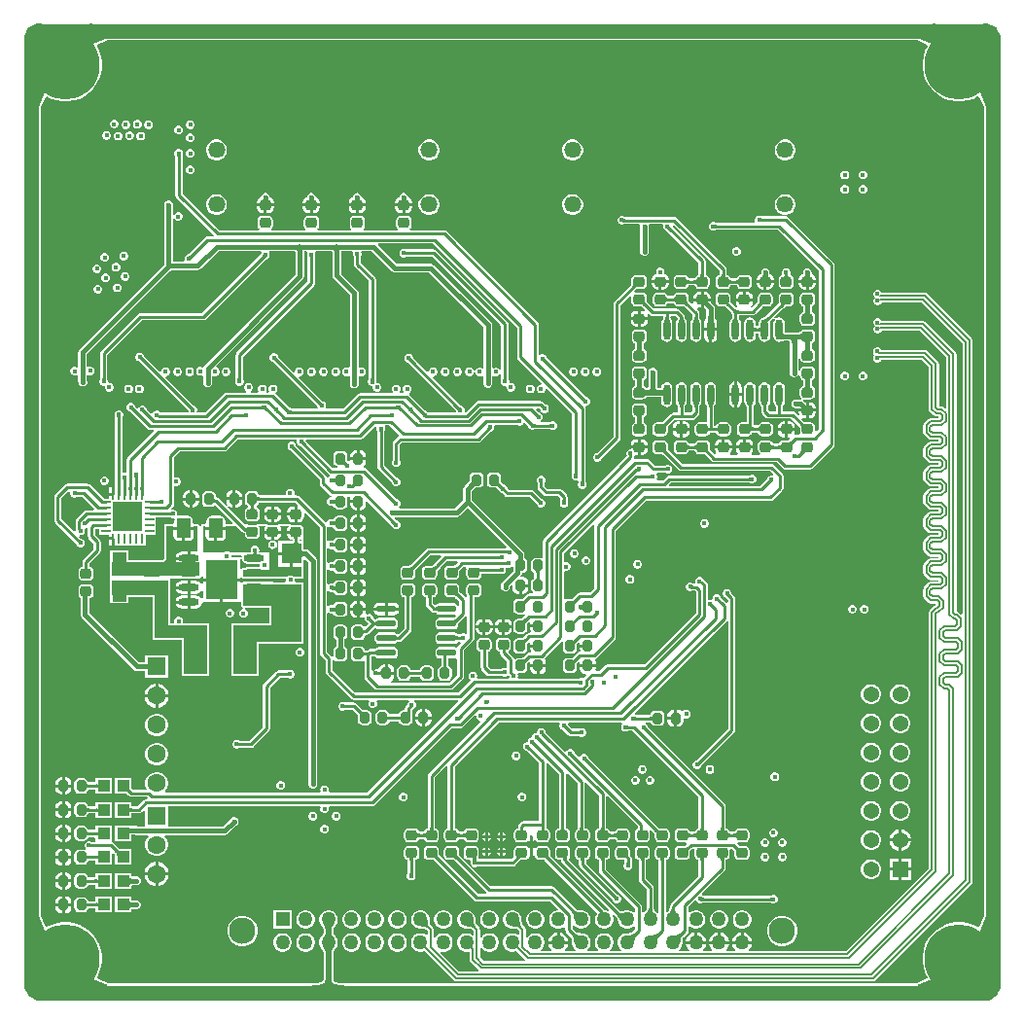
<source format=gbl>
G04*
G04 #@! TF.GenerationSoftware,Altium Limited,Altium Designer,24.1.2 (44)*
G04*
G04 Layer_Physical_Order=4*
G04 Layer_Color=16711680*
%FSLAX44Y44*%
%MOMM*%
G71*
G04*
G04 #@! TF.SameCoordinates,AB6F2FAD-27B6-4F6E-A281-B90BD4242C19*
G04*
G04*
G04 #@! TF.FilePolarity,Positive*
G04*
G01*
G75*
%ADD11C,0.2540*%
%ADD14C,0.5080*%
%ADD15C,0.3810*%
%ADD23C,1.2300*%
G04:AMPARAMS|DCode=26|XSize=0.95mm|YSize=0.85mm|CornerRadius=0.2125mm|HoleSize=0mm|Usage=FLASHONLY|Rotation=180.000|XOffset=0mm|YOffset=0mm|HoleType=Round|Shape=RoundedRectangle|*
%AMROUNDEDRECTD26*
21,1,0.9500,0.4250,0,0,180.0*
21,1,0.5250,0.8500,0,0,180.0*
1,1,0.4250,-0.2625,0.2125*
1,1,0.4250,0.2625,0.2125*
1,1,0.4250,0.2625,-0.2125*
1,1,0.4250,-0.2625,-0.2125*
%
%ADD26ROUNDEDRECTD26*%
G04:AMPARAMS|DCode=27|XSize=0.95mm|YSize=0.85mm|CornerRadius=0.2125mm|HoleSize=0mm|Usage=FLASHONLY|Rotation=90.000|XOffset=0mm|YOffset=0mm|HoleType=Round|Shape=RoundedRectangle|*
%AMROUNDEDRECTD27*
21,1,0.9500,0.4250,0,0,90.0*
21,1,0.5250,0.8500,0,0,90.0*
1,1,0.4250,0.2125,0.2625*
1,1,0.4250,0.2125,-0.2625*
1,1,0.4250,-0.2125,-0.2625*
1,1,0.4250,-0.2125,0.2625*
%
%ADD27ROUNDEDRECTD27*%
%ADD37O,0.6000X1.8000*%
%ADD48R,1.8000X1.8000*%
%ADD127C,0.1800*%
%ADD132C,0.3000*%
%ADD133C,2.3000*%
%ADD134R,1.2580X1.2580*%
%ADD135C,1.2580*%
%ADD136C,1.4580*%
%ADD137C,1.3700*%
%ADD138R,1.3700X1.3700*%
%ADD139C,1.6000*%
%ADD140R,1.6000X1.6000*%
%ADD141C,1.0000*%
%ADD142C,6.0000*%
%ADD143C,0.4000*%
%ADD147R,1.3000X1.1500*%
G04:AMPARAMS|DCode=148|XSize=1.64mm|YSize=0.59mm|CornerRadius=0.1475mm|HoleSize=0mm|Usage=FLASHONLY|Rotation=0.000|XOffset=0mm|YOffset=0mm|HoleType=Round|Shape=RoundedRectangle|*
%AMROUNDEDRECTD148*
21,1,1.6400,0.2950,0,0,0.0*
21,1,1.3450,0.5900,0,0,0.0*
1,1,0.2950,0.6725,-0.1475*
1,1,0.2950,-0.6725,-0.1475*
1,1,0.2950,-0.6725,0.1475*
1,1,0.2950,0.6725,0.1475*
%
%ADD148ROUNDEDRECTD148*%
%ADD149R,2.0000X4.2000*%
%ADD150O,1.8000X0.6000*%
%ADD151R,2.7178X3.4036*%
%ADD152R,0.2746X0.8048*%
%ADD153R,0.8048X0.2746*%
%ADD154R,2.6500X2.6500*%
G04:AMPARAMS|DCode=155|XSize=1.75mm|YSize=1.25mm|CornerRadius=0.2438mm|HoleSize=0mm|Usage=FLASHONLY|Rotation=270.000|XOffset=0mm|YOffset=0mm|HoleType=Round|Shape=RoundedRectangle|*
%AMROUNDEDRECTD155*
21,1,1.7500,0.7625,0,0,270.0*
21,1,1.2625,1.2500,0,0,270.0*
1,1,0.4875,-0.3813,-0.6313*
1,1,0.4875,-0.3813,0.6313*
1,1,0.4875,0.3813,0.6313*
1,1,0.4875,0.3813,-0.6313*
%
%ADD155ROUNDEDRECTD155*%
%ADD156R,1.1000X1.0000*%
%ADD157R,7.6301X1.1991*%
G36*
X72648Y837500D02*
X60019Y831975D01*
X36000Y840536D01*
X16458Y833570D01*
X9459Y814000D01*
X18057Y789957D01*
X12506Y777344D01*
X206Y791390D01*
X5266Y814000D01*
X206Y836610D01*
X11965Y837939D01*
Y837959D01*
X12003Y837997D01*
X12081Y837997D01*
X13429Y849800D01*
X36000Y844737D01*
X58571Y849800D01*
X72648Y837500D01*
D02*
G37*
G36*
X837944Y838035D02*
X837959D01*
X837997Y837997D01*
X837997Y837917D01*
X849806Y836531D01*
X849739Y835705D01*
X849538Y834400D01*
X847395Y824398D01*
X844871Y814000D01*
X847395Y803602D01*
X849538Y793599D01*
X849739Y792295D01*
X849806Y791469D01*
X837506Y777359D01*
X832007Y790005D01*
X840530Y814000D01*
X833584Y833555D01*
X814000Y840536D01*
X789981Y831974D01*
X777352Y837500D01*
X791429Y849800D01*
X814000Y844737D01*
X836571Y849800D01*
X837944Y838035D01*
D02*
G37*
G36*
X156323Y835651D02*
X416322D01*
X426322Y835651D01*
X696321D01*
X706321Y835651D01*
X777049D01*
X786182Y831655D01*
X786542Y830112D01*
X784548Y826199D01*
X783002Y821442D01*
X782220Y816501D01*
Y811499D01*
X783002Y806558D01*
X784548Y801801D01*
X786819Y797344D01*
X789760Y793297D01*
X793297Y789760D01*
X797344Y786819D01*
X801801Y784548D01*
X806558Y783002D01*
X811499Y782220D01*
X816501D01*
X821442Y783002D01*
X826199Y784548D01*
X830142Y786557D01*
X831678Y786209D01*
X835657Y777059D01*
Y706779D01*
X835657Y696779D01*
Y426780D01*
X835657Y416780D01*
Y156780D01*
X835657Y146780D01*
Y72941D01*
X831678Y63791D01*
X830142Y63443D01*
X826199Y65452D01*
X821442Y66997D01*
X816501Y67780D01*
X811499D01*
X806558Y66997D01*
X801801Y65452D01*
X797344Y63181D01*
X793297Y60240D01*
X789760Y56703D01*
X786819Y52656D01*
X784548Y48199D01*
X783002Y43442D01*
X782220Y38501D01*
Y33499D01*
X783002Y28558D01*
X784548Y23801D01*
X786542Y19888D01*
X786183Y18344D01*
X777049Y14349D01*
X700857D01*
X690857Y14349D01*
X430857D01*
X420857Y14349D01*
X278316D01*
X277616Y14364D01*
X273858Y14752D01*
X272457Y15064D01*
X271318Y15448D01*
X270478Y15873D01*
X269923Y16298D01*
X269714Y16557D01*
X269405Y21548D01*
Y41350D01*
X269416Y41470D01*
X269488Y41916D01*
X269587Y42327D01*
X269709Y42705D01*
X269855Y43053D01*
X270023Y43374D01*
X270215Y43672D01*
X270431Y43950D01*
X270730Y44269D01*
X270807Y44394D01*
X271458Y45045D01*
X272520Y46885D01*
X273070Y48938D01*
Y51062D01*
X272520Y53115D01*
X271458Y54955D01*
X270807Y55606D01*
X270730Y55731D01*
X270431Y56050D01*
X270214Y56328D01*
X270023Y56626D01*
X269855Y56947D01*
X269709Y57295D01*
X269587Y57673D01*
X269488Y58084D01*
X269416Y58530D01*
X269405Y58650D01*
Y61350D01*
X269416Y61470D01*
X269488Y61916D01*
X269587Y62327D01*
X269709Y62705D01*
X269855Y63053D01*
X270023Y63374D01*
X270215Y63672D01*
X270431Y63950D01*
X270730Y64269D01*
X270807Y64394D01*
X271458Y65045D01*
X272520Y66885D01*
X273070Y68938D01*
Y71062D01*
X272520Y73115D01*
X271458Y74955D01*
X269955Y76458D01*
X268115Y77520D01*
X266062Y78070D01*
X263937D01*
X261885Y77520D01*
X260045Y76458D01*
X258542Y74955D01*
X257480Y73115D01*
X256930Y71062D01*
Y68938D01*
X257480Y66885D01*
X258542Y65045D01*
X259193Y64394D01*
X259270Y64269D01*
X259569Y63950D01*
X259786Y63672D01*
X259977Y63374D01*
X260145Y63053D01*
X260291Y62705D01*
X260413Y62327D01*
X260512Y61916D01*
X260584Y61470D01*
X260595Y61350D01*
Y58650D01*
X260584Y58530D01*
X260512Y58084D01*
X260413Y57673D01*
X260291Y57295D01*
X260145Y56947D01*
X259977Y56626D01*
X259785Y56328D01*
X259569Y56050D01*
X259270Y55731D01*
X259193Y55606D01*
X258542Y54955D01*
X257480Y53115D01*
X256930Y51062D01*
Y48938D01*
X257480Y46885D01*
X258542Y45045D01*
X259193Y44394D01*
X259270Y44269D01*
X259569Y43950D01*
X259786Y43672D01*
X259977Y43374D01*
X260145Y43053D01*
X260291Y42705D01*
X260413Y42327D01*
X260512Y41916D01*
X260584Y41470D01*
X260595Y41350D01*
Y21184D01*
X260485Y18218D01*
X260336Y16619D01*
X260077Y16298D01*
X259522Y15873D01*
X258682Y15448D01*
X257543Y15064D01*
X256112Y14745D01*
X254398Y14509D01*
X252411Y14365D01*
X251684Y14349D01*
X150858D01*
X140858Y14349D01*
X72951D01*
X63818Y18345D01*
X63458Y19888D01*
X65452Y23801D01*
X66997Y28558D01*
X67780Y33499D01*
Y38501D01*
X66997Y43442D01*
X65452Y48199D01*
X63181Y52656D01*
X60240Y56703D01*
X56703Y60240D01*
X52656Y63181D01*
X48199Y65452D01*
X43442Y66997D01*
X38501Y67780D01*
X33499D01*
X28558Y66997D01*
X23801Y65452D01*
X19918Y63473D01*
X18367Y63844D01*
X14355Y72961D01*
Y145503D01*
X14355Y155503D01*
Y415503D01*
X14355Y425503D01*
Y695502D01*
X14355Y705502D01*
Y777038D01*
X18367Y786156D01*
X19918Y786527D01*
X23801Y784548D01*
X28558Y783002D01*
X33499Y782220D01*
X38501D01*
X43442Y783002D01*
X48199Y784548D01*
X52656Y786819D01*
X56703Y789760D01*
X60240Y793297D01*
X63181Y797344D01*
X65452Y801801D01*
X66997Y806558D01*
X67780Y811499D01*
Y816501D01*
X66997Y821442D01*
X65452Y826199D01*
X63458Y830112D01*
X63818Y831656D01*
X72951Y835651D01*
X146323D01*
X156323Y835651D01*
D02*
G37*
G36*
X269049Y65129D02*
X268732Y64722D01*
X268453Y64288D01*
X268211Y63826D01*
X268006Y63336D01*
X267838Y62818D01*
X267708Y62273D01*
X267614Y61700D01*
X267559Y61100D01*
X267540Y60472D01*
X262460D01*
X262441Y61100D01*
X262386Y61700D01*
X262292Y62273D01*
X262162Y62818D01*
X261994Y63336D01*
X261789Y63826D01*
X261547Y64288D01*
X261268Y64722D01*
X260951Y65129D01*
X260597Y65508D01*
X269403D01*
X269049Y65129D01*
D02*
G37*
G36*
X267559Y58900D02*
X267614Y58300D01*
X267708Y57727D01*
X267838Y57182D01*
X268006Y56664D01*
X268211Y56174D01*
X268453Y55712D01*
X268732Y55278D01*
X269049Y54871D01*
X269403Y54492D01*
X260597D01*
X260951Y54871D01*
X261268Y55278D01*
X261547Y55712D01*
X261789Y56174D01*
X261994Y56664D01*
X262162Y57182D01*
X262292Y57727D01*
X262386Y58300D01*
X262441Y58900D01*
X262460Y59528D01*
X267540D01*
X267559Y58900D01*
D02*
G37*
G36*
X269049Y45129D02*
X268732Y44722D01*
X268453Y44288D01*
X268211Y43826D01*
X268006Y43336D01*
X267838Y42818D01*
X267708Y42273D01*
X267614Y41700D01*
X267559Y41100D01*
X267540Y40472D01*
X262460D01*
X262441Y41100D01*
X262386Y41700D01*
X262292Y42273D01*
X262162Y42818D01*
X261994Y43336D01*
X261789Y43826D01*
X261547Y44288D01*
X261268Y44722D01*
X260951Y45129D01*
X260597Y45508D01*
X269403D01*
X269049Y45129D01*
D02*
G37*
G36*
X849806Y58532D02*
X849739Y57706D01*
X849538Y56401D01*
X847395Y46399D01*
X844871Y36000D01*
X847395Y25601D01*
X849538Y15599D01*
X849739Y14294D01*
X849806Y13468D01*
X838035Y12063D01*
Y12041D01*
X837997Y12003D01*
X837924Y12003D01*
X836571Y200D01*
X835750Y267D01*
X834449Y468D01*
X824447Y2607D01*
X814000Y5135D01*
X803553Y2607D01*
X793551Y468D01*
X792250Y267D01*
X791430Y200D01*
X777352Y12500D01*
X789981Y18025D01*
X806876Y12003D01*
X814000Y9464D01*
X833583Y16444D01*
X840530Y36000D01*
X832006Y59995D01*
X837506Y72641D01*
X849806Y58532D01*
D02*
G37*
G36*
X18057Y60043D02*
X9459Y36000D01*
X16457Y16430D01*
X36000Y9464D01*
X60019Y18026D01*
X72648Y12500D01*
X58571Y200D01*
X57750Y267D01*
X56450Y468D01*
X46447Y2607D01*
X36000Y5135D01*
X25553Y2607D01*
X15550Y468D01*
X14250Y267D01*
X13429Y200D01*
X12068Y11965D01*
X12041D01*
X12003Y12003D01*
X12003Y12081D01*
X206Y13390D01*
X5266Y36000D01*
X206Y58610D01*
X12506Y72656D01*
X18057Y60043D01*
D02*
G37*
G36*
X267558Y22002D02*
X267931Y15988D01*
X268032Y15752D01*
X268647Y14990D01*
X269508Y14329D01*
X270615Y13770D01*
X271968Y13313D01*
X273567Y12958D01*
X277503Y12551D01*
X279840Y12500D01*
X265000Y200D01*
X250160Y12500D01*
X252497Y12551D01*
X254588Y12703D01*
X256433Y12958D01*
X258032Y13313D01*
X259385Y13770D01*
X260492Y14329D01*
X261353Y14990D01*
X261968Y15752D01*
X262109Y16081D01*
X262297Y18100D01*
X262442Y22002D01*
X262460Y24251D01*
X267540D01*
X267558Y22002D01*
D02*
G37*
%LPC*%
G36*
X79192Y766288D02*
X77688D01*
X76299Y765713D01*
X75236Y764649D01*
X74660Y763260D01*
Y761756D01*
X75236Y760367D01*
X76299Y759304D01*
X77688Y758728D01*
X79192D01*
X80581Y759304D01*
X81644Y760367D01*
X82220Y761756D01*
Y763260D01*
X81644Y764649D01*
X80581Y765713D01*
X79192Y766288D01*
D02*
G37*
G36*
X99158Y766041D02*
X97654D01*
X96265Y765466D01*
X95201Y764403D01*
X94626Y763013D01*
Y761510D01*
X95201Y760120D01*
X96265Y759057D01*
X97654Y758482D01*
X99158D01*
X100547Y759057D01*
X101610Y760120D01*
X102186Y761510D01*
Y763013D01*
X101610Y764403D01*
X100547Y765466D01*
X99158Y766041D01*
D02*
G37*
G36*
X145399Y765780D02*
X143895D01*
X142506Y765204D01*
X141443Y764141D01*
X140867Y762752D01*
Y761248D01*
X141443Y759859D01*
X142506Y758795D01*
X143895Y758220D01*
X145399D01*
X146788Y758795D01*
X147852Y759859D01*
X148427Y761248D01*
Y762752D01*
X147852Y764141D01*
X146788Y765204D01*
X145399Y765780D01*
D02*
G37*
G36*
X109141Y765660D02*
X107637D01*
X106248Y765085D01*
X105184Y764022D01*
X104609Y762632D01*
Y761129D01*
X105184Y759739D01*
X106248Y758676D01*
X107637Y758101D01*
X109141D01*
X110530Y758676D01*
X111594Y759739D01*
X112169Y761129D01*
Y762632D01*
X111594Y764022D01*
X110530Y765085D01*
X109141Y765660D01*
D02*
G37*
G36*
X89175D02*
X87671D01*
X86282Y765085D01*
X85218Y764022D01*
X84643Y762632D01*
Y761129D01*
X85218Y759739D01*
X86282Y758676D01*
X87671Y758101D01*
X89175D01*
X90564Y758676D01*
X91628Y759739D01*
X92203Y761129D01*
Y762632D01*
X91628Y764022D01*
X90564Y765085D01*
X89175Y765660D01*
D02*
G37*
G36*
X135195Y761081D02*
X133691D01*
X132302Y760506D01*
X131239Y759442D01*
X130663Y758053D01*
Y756549D01*
X131239Y755160D01*
X132302Y754097D01*
X133691Y753521D01*
X135195D01*
X136585Y754097D01*
X137648Y755160D01*
X138223Y756549D01*
Y758053D01*
X137648Y759442D01*
X136585Y760506D01*
X135195Y761081D01*
D02*
G37*
G36*
X72472Y756382D02*
X70968D01*
X69579Y755807D01*
X68516Y754743D01*
X67940Y753354D01*
Y751850D01*
X68516Y750461D01*
X69579Y749398D01*
X70968Y748822D01*
X72472D01*
X73861Y749398D01*
X74925Y750461D01*
X75500Y751850D01*
Y753354D01*
X74925Y754743D01*
X73861Y755807D01*
X72472Y756382D01*
D02*
G37*
G36*
X92438Y756135D02*
X90934D01*
X89545Y755560D01*
X88481Y754497D01*
X87906Y753107D01*
Y751604D01*
X88481Y750214D01*
X89545Y749151D01*
X90934Y748576D01*
X92438D01*
X93827Y749151D01*
X94890Y750214D01*
X95466Y751604D01*
Y753107D01*
X94890Y754497D01*
X93827Y755560D01*
X92438Y756135D01*
D02*
G37*
G36*
X102421Y755754D02*
X100917D01*
X99528Y755179D01*
X98464Y754116D01*
X97889Y752726D01*
Y751223D01*
X98464Y749833D01*
X99528Y748770D01*
X100917Y748195D01*
X102421D01*
X103810Y748770D01*
X104874Y749833D01*
X105449Y751223D01*
Y752726D01*
X104874Y754116D01*
X103810Y755179D01*
X102421Y755754D01*
D02*
G37*
G36*
X82455D02*
X80951D01*
X79562Y755179D01*
X78498Y754116D01*
X77923Y752726D01*
Y751223D01*
X78498Y749833D01*
X79562Y748770D01*
X80951Y748195D01*
X82455D01*
X83844Y748770D01*
X84908Y749833D01*
X85483Y751223D01*
Y752726D01*
X84908Y754116D01*
X83844Y755179D01*
X82455Y755754D01*
D02*
G37*
G36*
X145399Y754350D02*
X143895D01*
X142506Y753774D01*
X141443Y752711D01*
X140867Y751322D01*
Y749818D01*
X141443Y748429D01*
X142506Y747365D01*
X143895Y746790D01*
X145399D01*
X146788Y747365D01*
X147852Y748429D01*
X148427Y749818D01*
Y751322D01*
X147852Y752711D01*
X146788Y753774D01*
X145399Y754350D01*
D02*
G37*
G36*
Y740733D02*
X143895D01*
X142506Y740157D01*
X141443Y739094D01*
X140867Y737704D01*
Y736201D01*
X141443Y734811D01*
X142506Y733748D01*
X143895Y733173D01*
X145399D01*
X146788Y733748D01*
X147852Y734811D01*
X148427Y736201D01*
Y737704D01*
X147852Y739094D01*
X146788Y740157D01*
X145399Y740733D01*
D02*
G37*
G36*
X663694Y749070D02*
X661306D01*
X658999Y748452D01*
X656931Y747258D01*
X655242Y745569D01*
X654048Y743501D01*
X653430Y741194D01*
Y738806D01*
X654048Y736499D01*
X655242Y734431D01*
X656931Y732742D01*
X658999Y731548D01*
X661306Y730930D01*
X663694D01*
X666001Y731548D01*
X668069Y732742D01*
X669758Y734431D01*
X670952Y736499D01*
X671570Y738806D01*
Y741194D01*
X670952Y743501D01*
X669758Y745569D01*
X668069Y747258D01*
X666001Y748452D01*
X663694Y749070D01*
D02*
G37*
G36*
X478694D02*
X476306D01*
X473999Y748452D01*
X471931Y747258D01*
X470242Y745569D01*
X469048Y743501D01*
X468430Y741194D01*
Y738806D01*
X469048Y736499D01*
X470242Y734431D01*
X471931Y732742D01*
X473999Y731548D01*
X476306Y730930D01*
X478694D01*
X481001Y731548D01*
X483069Y732742D01*
X484758Y734431D01*
X485952Y736499D01*
X486570Y738806D01*
Y741194D01*
X485952Y743501D01*
X484758Y745569D01*
X483069Y747258D01*
X481001Y748452D01*
X478694Y749070D01*
D02*
G37*
G36*
X353694D02*
X351306D01*
X348999Y748452D01*
X346931Y747258D01*
X345242Y745569D01*
X344048Y743501D01*
X343430Y741194D01*
Y738806D01*
X344048Y736499D01*
X345242Y734431D01*
X346931Y732742D01*
X348999Y731548D01*
X351306Y730930D01*
X353694D01*
X356001Y731548D01*
X358069Y732742D01*
X359758Y734431D01*
X360952Y736499D01*
X361570Y738806D01*
Y741194D01*
X360952Y743501D01*
X359758Y745569D01*
X358069Y747258D01*
X356001Y748452D01*
X353694Y749070D01*
D02*
G37*
G36*
X168694D02*
X166306D01*
X163999Y748452D01*
X161931Y747258D01*
X160242Y745569D01*
X159048Y743501D01*
X158430Y741194D01*
Y738806D01*
X159048Y736499D01*
X160242Y734431D01*
X161931Y732742D01*
X163999Y731548D01*
X166306Y730930D01*
X168694D01*
X171001Y731548D01*
X173069Y732742D01*
X174758Y734431D01*
X175952Y736499D01*
X176570Y738806D01*
Y741194D01*
X175952Y743501D01*
X174758Y745569D01*
X173069Y747258D01*
X171001Y748452D01*
X168694Y749070D01*
D02*
G37*
G36*
X145399Y726410D02*
X143895D01*
X142506Y725835D01*
X141443Y724771D01*
X140867Y723382D01*
Y721878D01*
X141443Y720489D01*
X142506Y719426D01*
X143895Y718850D01*
X145399D01*
X146788Y719426D01*
X147852Y720489D01*
X148427Y721878D01*
Y723382D01*
X147852Y724771D01*
X146788Y725835D01*
X145399Y726410D01*
D02*
G37*
G36*
X730984Y721898D02*
X729480D01*
X728091Y721323D01*
X727027Y720259D01*
X726452Y718870D01*
Y717366D01*
X727027Y715977D01*
X728091Y714914D01*
X729480Y714338D01*
X730984D01*
X732373Y714914D01*
X733436Y715977D01*
X734012Y717366D01*
Y718870D01*
X733436Y720259D01*
X732373Y721323D01*
X730984Y721898D01*
D02*
G37*
G36*
X715306Y721873D02*
X713803D01*
X712413Y721297D01*
X711350Y720234D01*
X710775Y718845D01*
Y717341D01*
X711350Y715952D01*
X712413Y714888D01*
X713803Y714313D01*
X715306D01*
X716696Y714888D01*
X717759Y715952D01*
X718335Y717341D01*
Y718845D01*
X717759Y720234D01*
X716696Y721297D01*
X715306Y721873D01*
D02*
G37*
G36*
X731002Y709394D02*
X729498D01*
X728109Y708819D01*
X727046Y707755D01*
X726470Y706366D01*
Y704862D01*
X727046Y703473D01*
X728109Y702410D01*
X729498Y701834D01*
X731002D01*
X732391Y702410D01*
X733455Y703473D01*
X734030Y704862D01*
Y706366D01*
X733455Y707755D01*
X732391Y708819D01*
X731002Y709394D01*
D02*
G37*
G36*
X715325Y709369D02*
X713821D01*
X712432Y708793D01*
X711368Y707730D01*
X710793Y706340D01*
Y704837D01*
X711368Y703447D01*
X712432Y702384D01*
X713821Y701809D01*
X715325D01*
X716714Y702384D01*
X717777Y703447D01*
X718353Y704837D01*
Y706340D01*
X717777Y707730D01*
X716714Y708793D01*
X715325Y709369D01*
D02*
G37*
G36*
X289972Y702511D02*
X288535Y702225D01*
X287316Y701411D01*
X286501Y700192D01*
X286215Y698754D01*
X285555Y698429D01*
X284012Y697398D01*
X282981Y695855D01*
X282619Y694035D01*
Y693180D01*
X290000D01*
X297381D01*
Y694035D01*
X297019Y695855D01*
X295988Y697398D01*
X294445Y698429D01*
X293743Y698569D01*
Y698740D01*
X293457Y700178D01*
X292643Y701397D01*
X292629Y701411D01*
X291410Y702225D01*
X289972Y702511D01*
D02*
G37*
G36*
X330426D02*
X328988Y702225D01*
X327770Y701411D01*
X326955Y700192D01*
X326669Y698754D01*
X326009Y698429D01*
X324466Y697398D01*
X323435Y695855D01*
X323073Y694035D01*
Y693180D01*
X330454D01*
X337835D01*
Y694035D01*
X337473Y695855D01*
X336442Y697398D01*
X334899Y698429D01*
X334197Y698569D01*
Y698740D01*
X333911Y700178D01*
X333097Y701397D01*
X333083Y701411D01*
X331864Y702225D01*
X330426Y702511D01*
D02*
G37*
G36*
X209972D02*
X208535Y702225D01*
X207316Y701411D01*
X206501Y700192D01*
X206215Y698754D01*
X205555Y698429D01*
X204012Y697398D01*
X202981Y695855D01*
X202619Y694035D01*
Y693180D01*
X210000D01*
X217381D01*
Y694035D01*
X217019Y695855D01*
X215988Y697398D01*
X214445Y698429D01*
X213743Y698569D01*
Y698740D01*
X213457Y700178D01*
X212643Y701397D01*
X212629Y701411D01*
X211410Y702225D01*
X209972Y702511D01*
D02*
G37*
G36*
X249972D02*
X248535Y702225D01*
X247316Y701411D01*
X246501Y700192D01*
X246215Y698754D01*
X245555Y698429D01*
X244012Y697398D01*
X242981Y695855D01*
X242619Y694035D01*
Y693180D01*
X250000D01*
X257381D01*
Y694035D01*
X257019Y695855D01*
X255988Y697398D01*
X254445Y698429D01*
X253743Y698569D01*
Y698740D01*
X253457Y700178D01*
X252643Y701397D01*
X252629Y701411D01*
X251410Y702225D01*
X249972Y702511D01*
D02*
G37*
G36*
X337835Y690640D02*
X331724D01*
Y685028D01*
X333079D01*
X334899Y685390D01*
X336442Y686422D01*
X337473Y687965D01*
X337835Y689785D01*
Y690640D01*
D02*
G37*
G36*
X329184D02*
X323073D01*
Y689785D01*
X323435Y687965D01*
X324466Y686422D01*
X326009Y685390D01*
X327829Y685028D01*
X329184D01*
Y690640D01*
D02*
G37*
G36*
X297381D02*
X291270D01*
Y685028D01*
X292625D01*
X294445Y685390D01*
X295988Y686422D01*
X297019Y687965D01*
X297381Y689785D01*
Y690640D01*
D02*
G37*
G36*
X288730D02*
X282619D01*
Y689785D01*
X282981Y687965D01*
X284012Y686422D01*
X285555Y685390D01*
X287375Y685028D01*
X288730D01*
Y690640D01*
D02*
G37*
G36*
X257381D02*
X251270D01*
Y685028D01*
X252625D01*
X254445Y685390D01*
X255988Y686422D01*
X257019Y687965D01*
X257381Y689785D01*
Y690640D01*
D02*
G37*
G36*
X248730D02*
X242619D01*
Y689785D01*
X242981Y687965D01*
X244012Y686422D01*
X245555Y685390D01*
X247375Y685028D01*
X248730D01*
Y690640D01*
D02*
G37*
G36*
X217381D02*
X211270D01*
Y685028D01*
X212625D01*
X214445Y685390D01*
X215988Y686422D01*
X217019Y687965D01*
X217381Y689785D01*
Y690640D01*
D02*
G37*
G36*
X208730D02*
X202619D01*
Y689785D01*
X202981Y687965D01*
X204012Y686422D01*
X205555Y685390D01*
X207375Y685028D01*
X208730D01*
Y690640D01*
D02*
G37*
G36*
X663694Y701570D02*
X661306D01*
X658999Y700952D01*
X656931Y699758D01*
X655242Y698069D01*
X654048Y696001D01*
X653430Y693694D01*
Y691306D01*
X654048Y688999D01*
X655242Y686931D01*
X656931Y685242D01*
X658999Y684048D01*
X661306Y683430D01*
X663694D01*
X666001Y684048D01*
X668069Y685242D01*
X669758Y686931D01*
X670952Y688999D01*
X671570Y691306D01*
Y693694D01*
X670952Y696001D01*
X669758Y698069D01*
X668069Y699758D01*
X666001Y700952D01*
X663694Y701570D01*
D02*
G37*
G36*
X478694D02*
X476306D01*
X473999Y700952D01*
X471931Y699758D01*
X470242Y698069D01*
X469048Y696001D01*
X468430Y693694D01*
Y691306D01*
X469048Y688999D01*
X470242Y686931D01*
X471931Y685242D01*
X473999Y684048D01*
X476306Y683430D01*
X478694D01*
X481001Y684048D01*
X483069Y685242D01*
X484758Y686931D01*
X485952Y688999D01*
X486570Y691306D01*
Y693694D01*
X485952Y696001D01*
X484758Y698069D01*
X483069Y699758D01*
X481001Y700952D01*
X478694Y701570D01*
D02*
G37*
G36*
X353694D02*
X351306D01*
X348999Y700952D01*
X346931Y699758D01*
X345242Y698069D01*
X344048Y696001D01*
X343430Y693694D01*
Y691306D01*
X344048Y688999D01*
X345242Y686931D01*
X346931Y685242D01*
X348999Y684048D01*
X351306Y683430D01*
X353694D01*
X356001Y684048D01*
X358069Y685242D01*
X359758Y686931D01*
X360952Y688999D01*
X361570Y691306D01*
Y693694D01*
X360952Y696001D01*
X359758Y698069D01*
X358069Y699758D01*
X356001Y700952D01*
X353694Y701570D01*
D02*
G37*
G36*
X168694D02*
X166306D01*
X163999Y700952D01*
X161931Y699758D01*
X160242Y698069D01*
X159048Y696001D01*
X158430Y693694D01*
Y691306D01*
X159048Y688999D01*
X160242Y686931D01*
X161931Y685242D01*
X163999Y684048D01*
X166306Y683430D01*
X168694D01*
X171001Y684048D01*
X173069Y685242D01*
X174758Y686931D01*
X175952Y688999D01*
X176570Y691306D01*
Y693694D01*
X175952Y696001D01*
X174758Y698069D01*
X173069Y699758D01*
X171001Y700952D01*
X168694Y701570D01*
D02*
G37*
G36*
X135427Y740733D02*
X133923D01*
X132534Y740157D01*
X131470Y739094D01*
X130895Y737704D01*
Y736201D01*
X131470Y734811D01*
X131565Y734717D01*
Y700466D01*
X131802Y699276D01*
X132476Y698267D01*
X164848Y665895D01*
X164322Y664625D01*
X159555D01*
X158365Y664389D01*
X157356Y663715D01*
X142892Y649251D01*
X142758D01*
X141369Y648675D01*
X140306Y647612D01*
X139730Y646223D01*
Y644719D01*
X139993Y644085D01*
X139161Y642815D01*
X129423D01*
Y680441D01*
X130693Y680694D01*
X131021Y679900D01*
X132085Y678837D01*
X133474Y678261D01*
X134978D01*
X136367Y678837D01*
X137431Y679900D01*
X138006Y681289D01*
Y682793D01*
X137431Y684182D01*
X136367Y685246D01*
X134978Y685821D01*
X133474D01*
X132085Y685246D01*
X131021Y684182D01*
X130693Y683388D01*
X129423Y683641D01*
Y691446D01*
X129445Y691501D01*
Y693004D01*
X128870Y694394D01*
X127807Y695457D01*
X126417Y696032D01*
X124914D01*
X123524Y695457D01*
X122461Y694394D01*
X121885Y693004D01*
Y691501D01*
X121908Y691446D01*
Y640186D01*
X48137Y566415D01*
X47323Y565196D01*
X47037Y563758D01*
Y551371D01*
X45767Y550789D01*
X44705Y551229D01*
X43201D01*
X41812Y550654D01*
X40749Y549590D01*
X40173Y548201D01*
Y546697D01*
X40749Y545308D01*
X41812Y544245D01*
X43201Y543669D01*
X44705D01*
X45767Y544109D01*
X47037Y543528D01*
Y539260D01*
X47050Y539193D01*
Y538214D01*
X47336Y536776D01*
X47702Y536229D01*
X47882Y535793D01*
X48945Y534730D01*
X50335Y534155D01*
X51839D01*
X53228Y534730D01*
X54291Y535793D01*
X54867Y537183D01*
Y538687D01*
X54551Y539448D01*
Y543657D01*
X55821Y544229D01*
X56900Y543782D01*
X58404D01*
X59793Y544357D01*
X60856Y545421D01*
X61432Y546810D01*
Y548314D01*
X60856Y549703D01*
X59793Y550766D01*
X58404Y551342D01*
X56900D01*
X55821Y550895D01*
X54551Y551467D01*
Y562202D01*
X126024Y633675D01*
X126389Y633967D01*
X126865Y634290D01*
X127353Y634568D01*
X127857Y634801D01*
X128378Y634992D01*
X128919Y635141D01*
X129484Y635249D01*
X129949Y635301D01*
X151204D01*
X152642Y635587D01*
X153861Y636401D01*
X169531Y652071D01*
X206277D01*
X206803Y650801D01*
X206768Y650766D01*
X206192Y649376D01*
Y649242D01*
X154928Y597978D01*
X101091D01*
X99901Y597741D01*
X98892Y597067D01*
X67068Y565243D01*
X66394Y564234D01*
X66157Y563044D01*
Y540496D01*
X66062Y540401D01*
X65487Y539012D01*
Y537508D01*
X66062Y536119D01*
X67126Y535056D01*
X68515Y534480D01*
X69109D01*
X70093Y534152D01*
X70283Y533307D01*
Y532585D01*
X70858Y531196D01*
X71921Y530132D01*
X73311Y529557D01*
X74814D01*
X76204Y530132D01*
X77267Y531196D01*
X77842Y532585D01*
Y534089D01*
X77267Y535478D01*
X76204Y536541D01*
X74814Y537117D01*
X74220D01*
X73237Y537445D01*
X73047Y538290D01*
Y539012D01*
X72471Y540401D01*
X72377Y540496D01*
Y561756D01*
X102379Y591758D01*
X156216D01*
X157406Y591995D01*
X158415Y592669D01*
X210590Y644845D01*
X210724D01*
X212113Y645420D01*
X213177Y646483D01*
X213752Y647873D01*
Y649376D01*
X213177Y650766D01*
X213142Y650801D01*
X213668Y652071D01*
X234876D01*
X235240Y652007D01*
X235536Y651908D01*
X235739Y651798D01*
X235883Y651681D01*
X236000Y651537D01*
X236110Y651334D01*
X236208Y651038D01*
X236273Y650674D01*
Y631502D01*
X157141Y552369D01*
X156394Y551252D01*
X156268Y551127D01*
X154921Y550596D01*
X154099Y550936D01*
X152596D01*
X151206Y550361D01*
X150143Y549297D01*
X149567Y547908D01*
Y546404D01*
X150143Y545015D01*
X151206Y543952D01*
X152596Y543376D01*
X154099D01*
X154770Y543654D01*
X156040Y542844D01*
Y537165D01*
X156112Y536807D01*
Y536319D01*
X156298Y535868D01*
X156326Y535727D01*
X156406Y535607D01*
X156687Y534930D01*
X157750Y533866D01*
X159140Y533291D01*
X160644D01*
X162033Y533866D01*
X163096Y534930D01*
X163672Y536319D01*
Y537823D01*
X163555Y538105D01*
Y542699D01*
X164825Y543410D01*
X165665Y543062D01*
X167169D01*
X168559Y543637D01*
X169622Y544701D01*
X170197Y546090D01*
Y547594D01*
X169622Y548983D01*
X168559Y550046D01*
X167627Y550432D01*
X167193Y551795D01*
X242687Y627289D01*
X243501Y628507D01*
X243787Y629945D01*
Y650674D01*
X243852Y651038D01*
X243950Y651333D01*
X244060Y651537D01*
X244177Y651681D01*
X244321Y651798D01*
X244524Y651908D01*
X244820Y652007D01*
X245184Y652071D01*
X245982D01*
X246572Y650801D01*
X246138Y649753D01*
Y648249D01*
X246713Y646860D01*
X246890Y646682D01*
Y625430D01*
X184982Y563521D01*
X184307Y562513D01*
X184071Y561323D01*
Y540303D01*
X183550Y539047D01*
Y537543D01*
X184126Y536153D01*
X185189Y535090D01*
X186579Y534515D01*
X188082D01*
X189472Y535090D01*
X190535Y536153D01*
X191110Y537543D01*
Y539047D01*
X190535Y540436D01*
X190290Y540681D01*
Y560034D01*
X252199Y621943D01*
X252873Y622952D01*
X253110Y624142D01*
Y646847D01*
X253122Y646860D01*
X253697Y648249D01*
Y649753D01*
X253263Y650801D01*
X253853Y652071D01*
X267027D01*
X267391Y652007D01*
X267687Y651908D01*
X267891Y651798D01*
X268034Y651681D01*
X268152Y651537D01*
X268261Y651334D01*
X268360Y651038D01*
X268424Y650674D01*
Y630594D01*
X268710Y629157D01*
X269525Y627938D01*
X283449Y614013D01*
Y550961D01*
X282179Y550291D01*
X281269Y550668D01*
X279765D01*
X278376Y550092D01*
X277313Y549029D01*
X276737Y547640D01*
Y546136D01*
X277313Y544747D01*
X278376Y543683D01*
X279765Y543108D01*
X281269D01*
X282179Y543485D01*
X283449Y542815D01*
Y536421D01*
X283584Y535745D01*
Y535512D01*
X283673Y535297D01*
X283735Y534983D01*
X283913Y534718D01*
X284159Y534123D01*
X285223Y533060D01*
X286612Y532484D01*
X288116D01*
X289505Y533060D01*
X290568Y534123D01*
X291144Y535512D01*
Y537016D01*
X290964Y537451D01*
Y542876D01*
X292234Y543596D01*
X293059Y543254D01*
X294563D01*
X295952Y543829D01*
X297015Y544893D01*
X297591Y546282D01*
Y547786D01*
X297015Y549175D01*
X295952Y550238D01*
X294563Y550814D01*
X293059D01*
X292234Y550472D01*
X290964Y551192D01*
Y615569D01*
X290678Y617007D01*
X289863Y618226D01*
X275939Y632151D01*
Y650674D01*
X276003Y651038D01*
X276102Y651333D01*
X276211Y651537D01*
X276329Y651681D01*
X276472Y651798D01*
X276676Y651908D01*
X276972Y652007D01*
X277336Y652071D01*
X285738D01*
X286511Y650801D01*
X286207Y650067D01*
Y648563D01*
X286782Y647173D01*
X286877Y647079D01*
Y640582D01*
X287114Y639392D01*
X287788Y638383D01*
X300037Y626134D01*
Y540399D01*
X299942Y540304D01*
X299366Y538915D01*
Y537411D01*
X299942Y536022D01*
X301005Y534958D01*
X302395Y534383D01*
X303223D01*
X303419Y534089D01*
Y532585D01*
X303995Y531196D01*
X305058Y530132D01*
X306448Y529557D01*
X307951D01*
X309341Y530132D01*
X310404Y531196D01*
X310979Y532585D01*
Y534089D01*
X310404Y535478D01*
X309341Y536541D01*
X307951Y537117D01*
X307123D01*
X306926Y537411D01*
Y538915D01*
X306351Y540304D01*
X306256Y540399D01*
Y627422D01*
X306256Y627422D01*
X306019Y628612D01*
X305345Y629621D01*
X305345Y629621D01*
X293097Y641870D01*
Y647079D01*
X293191Y647173D01*
X293767Y648563D01*
Y650067D01*
X293463Y650801D01*
X294236Y652071D01*
X302777D01*
X320401Y634447D01*
X321619Y633632D01*
X323057Y633346D01*
X352325D01*
X399903Y585769D01*
Y550456D01*
X398655Y549907D01*
X397266Y550483D01*
X395762D01*
X394373Y549907D01*
X393310Y548844D01*
X392734Y547454D01*
X391506Y547557D01*
Y547614D01*
X390931Y549003D01*
X389868Y550067D01*
X388478Y550642D01*
X386974D01*
X385585Y550067D01*
X384522Y549003D01*
X383946Y547614D01*
Y546110D01*
X384522Y544721D01*
X385585Y543658D01*
X386974Y543082D01*
X388478D01*
X389868Y543658D01*
X390931Y544721D01*
X391506Y546110D01*
X392734Y546008D01*
Y545951D01*
X393310Y544561D01*
X394373Y543498D01*
X395762Y542923D01*
X397266D01*
X398655Y543498D01*
X399903Y542949D01*
Y537399D01*
X399880Y537344D01*
Y535840D01*
X400455Y534451D01*
X401519Y533388D01*
X402908Y532812D01*
X404412D01*
X405801Y533388D01*
X406864Y534451D01*
X407440Y535840D01*
Y537344D01*
X407417Y537399D01*
Y542797D01*
X407958Y543143D01*
X408687Y543426D01*
X409902Y542923D01*
X411405D01*
X412795Y543498D01*
X413858Y544561D01*
X414096Y545135D01*
X415366Y544882D01*
Y540485D01*
X415271Y540390D01*
X414695Y539001D01*
Y537497D01*
X415271Y536107D01*
X416334Y535044D01*
X417723Y534469D01*
X418815D01*
X419352Y534295D01*
X419988Y533409D01*
Y532585D01*
X420563Y531196D01*
X421627Y530132D01*
X423016Y529557D01*
X424520D01*
X425909Y530132D01*
X426973Y531196D01*
X427548Y532585D01*
Y534089D01*
X426973Y535478D01*
X425909Y536541D01*
X424520Y537117D01*
X423429D01*
X422891Y537291D01*
X422255Y538176D01*
Y539001D01*
X421680Y540390D01*
X421585Y540485D01*
Y588381D01*
X421348Y589571D01*
X420674Y590580D01*
X358805Y652449D01*
X357796Y653123D01*
X356606Y653360D01*
X332690D01*
X332595Y653455D01*
X331206Y654030D01*
X329702D01*
X328313Y653455D01*
X327249Y652391D01*
X326674Y651002D01*
Y649498D01*
X327249Y648109D01*
X328313Y647046D01*
X329702Y646470D01*
X331206D01*
X332595Y647046D01*
X332690Y647140D01*
X355318D01*
X415366Y587093D01*
Y548523D01*
X414096Y548270D01*
X413858Y548844D01*
X412795Y549907D01*
X411405Y550483D01*
X409902D01*
X408687Y549980D01*
X407958Y550262D01*
X407417Y550608D01*
Y587325D01*
X407131Y588763D01*
X406317Y589982D01*
X356538Y639760D01*
X355319Y640575D01*
X353881Y640861D01*
X324614D01*
X308242Y657233D01*
X308728Y658406D01*
X356081D01*
X429123Y585364D01*
Y559631D01*
X429360Y558441D01*
X430034Y557432D01*
X450582Y536884D01*
X450056Y535614D01*
X449205D01*
X447816Y535039D01*
X446752Y533976D01*
X446177Y532586D01*
Y531082D01*
X446752Y529693D01*
X447816Y528630D01*
X449205Y528054D01*
X450709D01*
X452098Y528630D01*
X453162Y529693D01*
X453737Y531082D01*
Y531933D01*
X455007Y532459D01*
X477058Y510408D01*
Y457702D01*
X476622Y456648D01*
Y455145D01*
X477197Y453755D01*
X478260Y452692D01*
X479650Y452117D01*
X481153D01*
X481505Y452262D01*
X482036Y451907D01*
X482680Y450848D01*
X482105Y449459D01*
Y447955D01*
X482680Y446566D01*
X483744Y445503D01*
X485133Y444927D01*
X486637D01*
X488026Y445503D01*
X489089Y446566D01*
X489665Y447955D01*
Y449459D01*
X489089Y450848D01*
X488995Y450943D01*
Y514799D01*
X488782Y515867D01*
X488820Y516084D01*
X489519Y517137D01*
X489543D01*
X490932Y517712D01*
X491996Y518775D01*
X492571Y520165D01*
Y521669D01*
X491996Y523058D01*
X490932Y524121D01*
X489543Y524697D01*
X489381D01*
X489372Y524704D01*
X455138Y558939D01*
Y559044D01*
X454562Y560433D01*
X453499Y561497D01*
X452110Y562072D01*
X450606D01*
X449217Y561497D01*
X449148Y561427D01*
X447878Y561954D01*
Y587969D01*
X447641Y589160D01*
X446967Y590168D01*
X368004Y669132D01*
X366995Y669806D01*
X365805Y670042D01*
X336045D01*
X335660Y671312D01*
X335894Y671469D01*
X336757Y672761D01*
X337061Y674285D01*
Y678535D01*
X336757Y680058D01*
X335894Y681350D01*
X334603Y682213D01*
X333079Y682516D01*
X327829D01*
X326305Y682213D01*
X325014Y681350D01*
X324151Y680058D01*
X323848Y678535D01*
Y674285D01*
X324151Y672761D01*
X325014Y671469D01*
X325248Y671312D01*
X324863Y670042D01*
X295591D01*
X295205Y671312D01*
X295440Y671469D01*
X296303Y672761D01*
X296607Y674285D01*
Y678535D01*
X296303Y680058D01*
X295440Y681350D01*
X294149Y682213D01*
X292625Y682516D01*
X287375D01*
X285851Y682213D01*
X284560Y681350D01*
X283696Y680058D01*
X283393Y678535D01*
Y674285D01*
X283696Y672761D01*
X284560Y671469D01*
X284794Y671312D01*
X284409Y670042D01*
X255591D01*
X255205Y671312D01*
X255440Y671469D01*
X256303Y672761D01*
X256607Y674285D01*
Y678535D01*
X256303Y680058D01*
X255440Y681350D01*
X254149Y682213D01*
X252625Y682516D01*
X247375D01*
X245851Y682213D01*
X244560Y681350D01*
X243696Y680058D01*
X243393Y678535D01*
Y674285D01*
X243696Y672761D01*
X244560Y671469D01*
X244794Y671312D01*
X244409Y670042D01*
X215591D01*
X215205Y671312D01*
X215440Y671469D01*
X216303Y672761D01*
X216607Y674285D01*
Y678535D01*
X216303Y680058D01*
X215440Y681350D01*
X214149Y682213D01*
X212625Y682516D01*
X207375D01*
X205851Y682213D01*
X204560Y681350D01*
X203696Y680058D01*
X203393Y678535D01*
Y674285D01*
X203696Y672761D01*
X204560Y671469D01*
X204794Y671312D01*
X204409Y670042D01*
X169496D01*
X137785Y701754D01*
Y734717D01*
X137879Y734811D01*
X138455Y736201D01*
Y737704D01*
X137879Y739094D01*
X136816Y740157D01*
X135427Y740733D01*
D02*
G37*
G36*
X640660Y682827D02*
X639156D01*
X637767Y682251D01*
X636703Y681188D01*
X636128Y679799D01*
Y678295D01*
X636319Y677833D01*
X635471Y676563D01*
X602197D01*
X602102Y676658D01*
X600712Y677233D01*
X599209D01*
X597819Y676658D01*
X596756Y675594D01*
X596180Y674205D01*
Y672701D01*
X596756Y671312D01*
X597819Y670249D01*
X599209Y669673D01*
X600712D01*
X602102Y670249D01*
X602197Y670344D01*
X656023D01*
X692001Y634366D01*
Y497275D01*
X689861Y495135D01*
X688591Y495661D01*
Y498825D01*
X688288Y500349D01*
X687425Y501640D01*
X686133Y502503D01*
X684610Y502807D01*
X679907D01*
X679820Y502867D01*
X679137Y503445D01*
X676874Y505708D01*
X677132Y506228D01*
X677623Y506756D01*
X679235Y506435D01*
X680590D01*
Y512047D01*
X674478D01*
Y511191D01*
X674799Y509580D01*
X674271Y509089D01*
X673751Y508831D01*
X671113Y511469D01*
X670105Y512143D01*
X668914Y512380D01*
X660443D01*
Y516655D01*
X660462Y516972D01*
X660511Y517405D01*
X660780Y517585D01*
X661836Y519166D01*
X662207Y521031D01*
Y533031D01*
X661836Y534896D01*
X660780Y536477D01*
X659199Y537534D01*
X657334Y537905D01*
X655468Y537534D01*
X653887Y536477D01*
X652831Y534896D01*
X652460Y533031D01*
Y521031D01*
X652831Y519166D01*
X653887Y517585D01*
X654153Y517407D01*
X654224Y516572D01*
Y512380D01*
X648988D01*
X647743Y513625D01*
Y516655D01*
X647762Y516972D01*
X647811Y517405D01*
X648080Y517585D01*
X649136Y519166D01*
X649507Y521031D01*
Y533031D01*
X649136Y534896D01*
X648080Y536477D01*
X646499Y537534D01*
X644633Y537905D01*
X642768Y537534D01*
X641187Y536477D01*
X640131Y534896D01*
X639760Y533031D01*
Y521031D01*
X640131Y519166D01*
X641187Y517585D01*
X641453Y517407D01*
X641524Y516572D01*
Y512337D01*
X641760Y511147D01*
X642435Y510138D01*
X645501Y507071D01*
X646510Y506397D01*
X647700Y506160D01*
X667626D01*
X674635Y499151D01*
X675029Y498728D01*
X675303Y498385D01*
X675378Y498277D01*
Y494575D01*
X675626Y493330D01*
X674932Y492060D01*
X671741D01*
X671471Y492237D01*
X671078Y492677D01*
X670777Y493228D01*
X671045Y494575D01*
Y495430D01*
X664934D01*
Y489819D01*
X666088D01*
X666436Y489341D01*
X666664Y488598D01*
X666181Y488116D01*
X665769Y487733D01*
X665429Y487462D01*
X665206Y487307D01*
X661039D01*
X659515Y487003D01*
X658223Y486140D01*
X657360Y484849D01*
X657261Y484349D01*
X657100Y484323D01*
X656936Y484310D01*
X652071D01*
X651907Y484323D01*
X651746Y484349D01*
X651647Y484849D01*
X650783Y486140D01*
X649492Y487003D01*
X647968Y487307D01*
X642718D01*
X641195Y487003D01*
X639903Y486140D01*
X639040Y484849D01*
X638737Y483325D01*
Y479075D01*
X639040Y477551D01*
X639903Y476260D01*
X640842Y475632D01*
X640457Y474362D01*
X633402D01*
X633017Y475632D01*
X633136Y475712D01*
X634167Y477255D01*
X634529Y479075D01*
Y479930D01*
X619766D01*
Y479075D01*
X620128Y477255D01*
X621159Y475712D01*
X621278Y475632D01*
X620893Y474362D01*
X615081D01*
X614696Y475632D01*
X614815Y475712D01*
X615846Y477255D01*
X616208Y479075D01*
Y479930D01*
X601445D01*
Y479075D01*
X601807Y477255D01*
X602289Y476534D01*
X601730Y475085D01*
X601442Y475013D01*
X597726Y478729D01*
X597332Y479153D01*
X597058Y479495D01*
X596988Y479597D01*
Y483325D01*
X596684Y484849D01*
X595821Y486140D01*
X594530Y487003D01*
X593006Y487307D01*
X587756D01*
X586232Y487003D01*
X584941Y486140D01*
X584078Y484849D01*
X583978Y484349D01*
X583817Y484323D01*
X583653Y484310D01*
X578788D01*
X578624Y484323D01*
X578463Y484349D01*
X578364Y484849D01*
X577501Y486140D01*
X576209Y487003D01*
X574685Y487307D01*
X569435D01*
X567912Y487003D01*
X566620Y486140D01*
X565757Y484849D01*
X565454Y483325D01*
Y479075D01*
X565757Y477551D01*
X566620Y476260D01*
X567912Y475396D01*
X569435Y475093D01*
X574685D01*
X576209Y475396D01*
X577501Y476260D01*
X578364Y477551D01*
X578463Y478051D01*
X578624Y478077D01*
X578788Y478090D01*
X583653D01*
X583817Y478077D01*
X583978Y478051D01*
X584078Y477551D01*
X584941Y476260D01*
X586232Y475396D01*
X587756Y475093D01*
X592433D01*
X592526Y475028D01*
X593209Y474450D01*
X598606Y469053D01*
X599615Y468379D01*
X600805Y468143D01*
X655118D01*
X660381Y462880D01*
X660381Y462880D01*
X661390Y462206D01*
X662580Y461969D01*
X684375D01*
X685565Y462206D01*
X686574Y462880D01*
X704663Y480969D01*
X705337Y481978D01*
X705574Y483168D01*
Y640060D01*
X705574Y640060D01*
X705337Y641250D01*
X704663Y642259D01*
X704663Y642259D01*
X665676Y681246D01*
X664668Y681920D01*
X663478Y682157D01*
X642144D01*
X642049Y682251D01*
X640660Y682827D01*
D02*
G37*
G36*
X620752Y655280D02*
X619248D01*
X617859Y654705D01*
X616796Y653641D01*
X616220Y652252D01*
Y650748D01*
X616796Y649359D01*
X617859Y648296D01*
X619248Y647720D01*
X620752D01*
X622141Y648296D01*
X623204Y649359D01*
X623780Y650748D01*
Y652252D01*
X623204Y653641D01*
X622141Y654705D01*
X620752Y655280D01*
D02*
G37*
G36*
X87424Y651410D02*
X85921D01*
X84531Y650834D01*
X83468Y649771D01*
X82893Y648382D01*
Y646878D01*
X83468Y645489D01*
X84531Y644425D01*
X85921Y643850D01*
X87424D01*
X88814Y644425D01*
X89877Y645489D01*
X90453Y646878D01*
Y648382D01*
X89877Y649771D01*
X88814Y650834D01*
X87424Y651410D01*
D02*
G37*
G36*
X70852Y650179D02*
X69349D01*
X67959Y649604D01*
X66896Y648541D01*
X66321Y647151D01*
Y645648D01*
X66896Y644258D01*
X67959Y643195D01*
X69349Y642619D01*
X70852D01*
X72242Y643195D01*
X73305Y644258D01*
X73881Y645648D01*
Y647151D01*
X73305Y648541D01*
X72242Y649604D01*
X70852Y650179D01*
D02*
G37*
G36*
X80704Y641504D02*
X79201D01*
X77811Y640928D01*
X76748Y639865D01*
X76173Y638476D01*
Y636972D01*
X76748Y635583D01*
X77811Y634519D01*
X79201Y633944D01*
X80704D01*
X82094Y634519D01*
X83157Y635583D01*
X83733Y636972D01*
Y638476D01*
X83157Y639865D01*
X82094Y640928D01*
X80704Y641504D01*
D02*
G37*
G36*
X64132Y640273D02*
X62629D01*
X61239Y639698D01*
X60176Y638635D01*
X59601Y637245D01*
Y635742D01*
X60176Y634352D01*
X61239Y633289D01*
X62629Y632713D01*
X64132D01*
X65522Y633289D01*
X66585Y634352D01*
X67161Y635742D01*
Y637245D01*
X66585Y638635D01*
X65522Y639698D01*
X64132Y640273D01*
D02*
G37*
G36*
X554572Y637335D02*
X553068D01*
X551679Y636759D01*
X550615Y635696D01*
X550040Y634307D01*
Y632803D01*
X549449Y631697D01*
X549388Y631685D01*
X547845Y630654D01*
X546814Y629111D01*
X546452Y627291D01*
Y626436D01*
X553833D01*
X561215D01*
Y627291D01*
X560853Y629111D01*
X559822Y630654D01*
X558279Y631685D01*
X558187Y631703D01*
X557600Y632803D01*
Y634307D01*
X557024Y635696D01*
X555961Y636759D01*
X554572Y637335D01*
D02*
G37*
G36*
X645281Y636953D02*
X643843Y636667D01*
X642624Y635853D01*
X641809Y634634D01*
X641523Y633196D01*
Y632232D01*
X641497Y631896D01*
X641485Y631814D01*
X640835Y631685D01*
X639292Y630654D01*
X638261Y629111D01*
X637899Y627291D01*
Y626436D01*
X645281D01*
X652662D01*
Y627291D01*
X652300Y629111D01*
X651269Y630654D01*
X649726Y631685D01*
X649076Y631814D01*
X649064Y631896D01*
X649038Y632232D01*
Y633196D01*
X648752Y634634D01*
X647937Y635853D01*
X646718Y636667D01*
X645281Y636953D01*
D02*
G37*
G36*
X681860D02*
X680422Y636667D01*
X679203Y635853D01*
X679203Y635853D01*
X678388Y634634D01*
X678102Y633196D01*
Y632232D01*
X678076Y631896D01*
X678064Y631815D01*
X677414Y631685D01*
X675871Y630654D01*
X674840Y629111D01*
X674478Y627291D01*
Y626436D01*
X681859D01*
X689241D01*
Y627291D01*
X688879Y629111D01*
X687848Y630654D01*
X686305Y631685D01*
X685655Y631814D01*
X685643Y631896D01*
X685617Y632232D01*
Y633196D01*
X685617Y633196D01*
X685331Y634634D01*
X684516Y635853D01*
X683297Y636667D01*
X681860Y636953D01*
D02*
G37*
G36*
X88627Y633581D02*
X87123D01*
X85733Y633005D01*
X84670Y631942D01*
X84095Y630552D01*
Y629049D01*
X84670Y627659D01*
X85733Y626596D01*
X87123Y626021D01*
X88627D01*
X90016Y626596D01*
X91079Y627659D01*
X91655Y629049D01*
Y630552D01*
X91079Y631942D01*
X90016Y633005D01*
X88627Y633581D01*
D02*
G37*
G36*
X71644Y632310D02*
X70140D01*
X68751Y631735D01*
X67687Y630672D01*
X67112Y629282D01*
Y627779D01*
X67687Y626389D01*
X68751Y625326D01*
X70140Y624751D01*
X71644D01*
X73033Y625326D01*
X74096Y626389D01*
X74672Y627779D01*
Y629282D01*
X74096Y630672D01*
X73033Y631735D01*
X71644Y632310D01*
D02*
G37*
G36*
X521111Y682566D02*
X519607D01*
X518218Y681991D01*
X517155Y680927D01*
X516579Y679538D01*
Y678034D01*
X517155Y676645D01*
X518218Y675582D01*
X519607Y675006D01*
X521111D01*
X522500Y675582D01*
X522503Y675584D01*
X535590D01*
X536295Y674528D01*
X536220Y674347D01*
Y672843D01*
X536243Y672788D01*
Y652307D01*
X536220Y652252D01*
Y650748D01*
X536796Y649359D01*
X537859Y648296D01*
X539248Y647720D01*
X540752D01*
X542141Y648296D01*
X543205Y649359D01*
X543780Y650748D01*
Y652252D01*
X543757Y652307D01*
Y672788D01*
X543780Y672843D01*
Y674347D01*
X543705Y674528D01*
X544410Y675584D01*
X555526D01*
X556232Y674528D01*
X556156Y674347D01*
Y672843D01*
X556732Y671453D01*
X557795Y670390D01*
X559184Y669815D01*
X559318D01*
X587108Y642025D01*
Y631418D01*
X587095Y631268D01*
X587077Y631156D01*
X586139Y630970D01*
X584847Y630106D01*
X583984Y628815D01*
X583884Y628315D01*
X583723Y628289D01*
X583560Y628276D01*
X578725D01*
X578562Y628289D01*
X578401Y628315D01*
X578301Y628815D01*
X577438Y630106D01*
X576147Y630970D01*
X574623Y631273D01*
X569373D01*
X567849Y630970D01*
X566558Y630106D01*
X565694Y628815D01*
X565391Y627291D01*
Y623041D01*
X565694Y621517D01*
X566558Y620226D01*
X567849Y619363D01*
X569373Y619059D01*
X574623D01*
X576147Y619363D01*
X577438Y620226D01*
X578301Y621517D01*
X578401Y622017D01*
X578562Y622043D01*
X578725Y622056D01*
X583560D01*
X583723Y622043D01*
X583884Y622017D01*
X583984Y621517D01*
X584847Y620226D01*
X586139Y619363D01*
X587662Y619059D01*
X592912D01*
X594436Y619363D01*
X595728Y620226D01*
X596591Y621517D01*
X596894Y623041D01*
Y627291D01*
X596591Y628815D01*
X595728Y630106D01*
X594436Y630970D01*
X593355Y631185D01*
X593341Y631268D01*
X593328Y631418D01*
Y643313D01*
X593091Y644503D01*
X592417Y645512D01*
X564524Y673404D01*
X564998Y674727D01*
X565323Y674759D01*
X605467Y634615D01*
Y631418D01*
X605454Y631268D01*
X605438Y631170D01*
X604428Y630969D01*
X603136Y630106D01*
X602273Y628815D01*
X601970Y627291D01*
Y623041D01*
X602273Y621517D01*
X603136Y620226D01*
X604428Y619362D01*
X605952Y619059D01*
X611202D01*
X612725Y619362D01*
X614017Y620226D01*
X614880Y621517D01*
X614980Y622017D01*
X615141Y622043D01*
X615304Y622056D01*
X620139D01*
X620302Y622043D01*
X620463Y622017D01*
X620563Y621517D01*
X621426Y620226D01*
X622717Y619362D01*
X624241Y619059D01*
X629491D01*
X631015Y619362D01*
X632307Y620226D01*
X633170Y621517D01*
X633473Y623041D01*
Y627291D01*
X633170Y628815D01*
X632307Y630106D01*
X631015Y630969D01*
X629491Y631273D01*
X624241D01*
X622717Y630969D01*
X621426Y630106D01*
X620563Y628815D01*
X620463Y628315D01*
X620302Y628289D01*
X620139Y628276D01*
X615304D01*
X615141Y628289D01*
X614980Y628315D01*
X614880Y628815D01*
X614017Y630106D01*
X612725Y630969D01*
X611716Y631170D01*
X611699Y631268D01*
X611686Y631418D01*
Y635903D01*
X611686Y635903D01*
X611450Y637093D01*
X610776Y638102D01*
X567984Y680893D01*
X566976Y681567D01*
X565785Y681804D01*
X522687D01*
X522500Y681991D01*
X521111Y682566D01*
D02*
G37*
G36*
X664197Y636976D02*
X662693D01*
X661304Y636400D01*
X660240Y635337D01*
X659665Y633948D01*
Y632444D01*
X659848Y632002D01*
X659296Y630969D01*
X658005Y630106D01*
X657142Y628815D01*
X656839Y627291D01*
Y623041D01*
X657142Y621517D01*
X658005Y620226D01*
X659296Y619362D01*
X660820Y619059D01*
X666070D01*
X667594Y619362D01*
X668885Y620226D01*
X669748Y621517D01*
X670051Y623041D01*
Y627291D01*
X669748Y628815D01*
X668885Y630106D01*
X667594Y630969D01*
X667042Y632002D01*
X667225Y632444D01*
Y633948D01*
X666649Y635337D01*
X665586Y636400D01*
X664197Y636976D01*
D02*
G37*
G36*
X561215Y623896D02*
X555103D01*
Y618285D01*
X556458D01*
X558279Y618647D01*
X559822Y619678D01*
X560853Y621221D01*
X561215Y623041D01*
Y623896D01*
D02*
G37*
G36*
X552563D02*
X546452D01*
Y623041D01*
X546814Y621221D01*
X547845Y619678D01*
X549388Y618647D01*
X551208Y618285D01*
X552563D01*
Y623896D01*
D02*
G37*
G36*
X689241Y623896D02*
X683129D01*
Y618285D01*
X684484D01*
X686305Y618647D01*
X687848Y619678D01*
X688879Y621221D01*
X689241Y623041D01*
Y623896D01*
D02*
G37*
G36*
X680589D02*
X674478D01*
Y623041D01*
X674840Y621221D01*
X675871Y619678D01*
X677414Y618647D01*
X679234Y618285D01*
X680589D01*
Y623896D01*
D02*
G37*
G36*
X652662D02*
X646551D01*
Y618285D01*
X647906D01*
X649726Y618647D01*
X651269Y619678D01*
X652300Y621221D01*
X652662Y623041D01*
Y623896D01*
D02*
G37*
G36*
X644010D02*
X637899D01*
Y623041D01*
X638261Y621221D01*
X639292Y619678D01*
X640835Y618647D01*
X642656Y618285D01*
X644010D01*
Y623896D01*
D02*
G37*
G36*
X81907Y623675D02*
X80403D01*
X79014Y623099D01*
X77950Y622036D01*
X77375Y620646D01*
Y619143D01*
X77950Y617753D01*
X79014Y616690D01*
X80403Y616115D01*
X81907D01*
X83296Y616690D01*
X84359Y617753D01*
X84935Y619143D01*
Y620646D01*
X84359Y622036D01*
X83296Y623099D01*
X81907Y623675D01*
D02*
G37*
G36*
X64924Y622405D02*
X63420D01*
X62031Y621829D01*
X60967Y620766D01*
X60392Y619376D01*
Y617873D01*
X60967Y616483D01*
X62031Y615420D01*
X63420Y614845D01*
X64924D01*
X66313Y615420D01*
X67376Y616483D01*
X67952Y617873D01*
Y619376D01*
X67376Y620766D01*
X66313Y621829D01*
X64924Y622405D01*
D02*
G37*
G36*
X574623Y615773D02*
X569373D01*
X567849Y615470D01*
X566558Y614606D01*
X565694Y613315D01*
X565595Y612815D01*
X565434Y612789D01*
X565270Y612776D01*
X560561D01*
X560397Y612789D01*
X560236Y612815D01*
X560137Y613315D01*
X559274Y614606D01*
X557982Y615470D01*
X556458Y615773D01*
X551208D01*
X549685Y615470D01*
X548393Y614606D01*
X547530Y613315D01*
X547227Y611791D01*
Y607541D01*
X547530Y606017D01*
X548393Y604726D01*
X549685Y603863D01*
X551208Y603559D01*
X556458D01*
X557982Y603863D01*
X559274Y604726D01*
X560137Y606017D01*
X560236Y606517D01*
X560397Y606543D01*
X560561Y606556D01*
X565270D01*
X565434Y606543D01*
X565595Y606517D01*
X565694Y606017D01*
X566558Y604726D01*
X567849Y603863D01*
X569373Y603559D01*
X574623D01*
X574822Y603599D01*
X575441Y603075D01*
X581834Y596683D01*
Y593907D01*
X581815Y593591D01*
X581766Y593157D01*
X581497Y592977D01*
X580441Y591396D01*
X580070Y589531D01*
Y577531D01*
X580441Y575666D01*
X581497Y574085D01*
X583078Y573028D01*
X584944Y572657D01*
X586809Y573028D01*
X588390Y574085D01*
X589446Y575666D01*
X589817Y577531D01*
Y589531D01*
X589446Y591396D01*
X588390Y592977D01*
X588124Y593155D01*
X588053Y593990D01*
Y597971D01*
X588053Y597971D01*
X587817Y599161D01*
X587142Y600170D01*
X587142Y600170D01*
X585714Y601599D01*
X585753Y601870D01*
X587180Y602881D01*
X587662Y602785D01*
X589017D01*
Y608396D01*
X582906D01*
Y607541D01*
X583002Y607059D01*
X581991Y605632D01*
X581720Y605592D01*
X579890Y607422D01*
X579402Y607942D01*
X579039Y608379D01*
X578754Y608764D01*
X578604Y608999D01*
Y611791D01*
X578301Y613315D01*
X577438Y614606D01*
X576147Y615470D01*
X574623Y615773D01*
D02*
G37*
G36*
X592912Y616547D02*
X591557D01*
Y610936D01*
X597669D01*
Y611791D01*
X597307Y613611D01*
X596275Y615154D01*
X594732Y616185D01*
X592912Y616547D01*
D02*
G37*
G36*
X589017D02*
X587662D01*
X585842Y616185D01*
X584299Y615154D01*
X583268Y613611D01*
X582906Y611791D01*
Y610936D01*
X589017D01*
Y616547D01*
D02*
G37*
G36*
X629491Y616547D02*
X628136D01*
Y610936D01*
X634248D01*
Y611791D01*
X633885Y613611D01*
X632854Y615154D01*
X631311Y616185D01*
X629491Y616547D01*
D02*
G37*
G36*
X625596D02*
X624241D01*
X622421Y616185D01*
X620878Y615154D01*
X619847Y613611D01*
X619485Y611791D01*
Y610936D01*
X625596D01*
Y616547D01*
D02*
G37*
G36*
X647906Y615773D02*
X642656D01*
X641132Y615469D01*
X639840Y614606D01*
X638977Y613315D01*
X638674Y611791D01*
Y608089D01*
X638613Y608001D01*
X638036Y607319D01*
X633410Y602694D01*
X633037Y602773D01*
X632777Y604126D01*
X632854Y604178D01*
X633885Y605721D01*
X634248Y607541D01*
Y608396D01*
X626866D01*
X619485D01*
Y607541D01*
X619847Y605721D01*
X620878Y604178D01*
X620886Y604172D01*
X620942Y604082D01*
X620961Y604014D01*
X620741Y602742D01*
X620371Y602642D01*
X620350Y602651D01*
X620068Y602812D01*
X619790Y603000D01*
X619591Y603159D01*
X615857Y606894D01*
X615460Y607321D01*
X615187Y607663D01*
X615183Y607668D01*
Y611791D01*
X614880Y613315D01*
X614017Y614606D01*
X612725Y615469D01*
X611202Y615773D01*
X605952D01*
X604428Y615469D01*
X603136Y614606D01*
X602273Y613315D01*
X601970Y611791D01*
Y607541D01*
X602273Y606017D01*
X603136Y604726D01*
X604428Y603862D01*
X605952Y603559D01*
X610235D01*
X610420Y603431D01*
X611098Y602857D01*
X615194Y598761D01*
X615353Y598563D01*
X615541Y598285D01*
X615702Y598003D01*
X615836Y597712D01*
X615946Y597412D01*
X616033Y597098D01*
X616096Y596769D01*
X616124Y596516D01*
Y593907D01*
X616105Y593590D01*
X616056Y593157D01*
X615787Y592977D01*
X614731Y591396D01*
X614360Y589531D01*
Y577531D01*
X614731Y575666D01*
X615787Y574085D01*
X617368Y573028D01*
X619234Y572657D01*
X621099Y573028D01*
X622680Y574085D01*
X623736Y575666D01*
X624107Y577531D01*
Y589531D01*
X623736Y591396D01*
X622680Y592977D01*
X622414Y593155D01*
X622343Y593990D01*
Y595630D01*
X622369Y595777D01*
X622404Y595882D01*
X622425Y595921D01*
X622428Y595925D01*
X622432Y595928D01*
X622471Y595949D01*
X622576Y595984D01*
X622723Y596010D01*
X634234D01*
X635424Y596246D01*
X636433Y596921D01*
X642329Y602817D01*
X642753Y603210D01*
X643095Y603484D01*
X643203Y603559D01*
X647906D01*
X649429Y603862D01*
X650721Y604726D01*
X651584Y606017D01*
X651887Y607541D01*
Y611791D01*
X651584Y613315D01*
X650721Y614606D01*
X649429Y615469D01*
X647906Y615773D01*
D02*
G37*
G36*
X538044Y631272D02*
X532794D01*
X531270Y630969D01*
X529979Y630106D01*
X529115Y628815D01*
X528812Y627291D01*
Y623589D01*
X528751Y623501D01*
X528174Y622819D01*
X513729Y608374D01*
X513055Y607365D01*
X512818Y606175D01*
Y490546D01*
X498492Y476220D01*
X498358D01*
X496969Y475644D01*
X495905Y474581D01*
X495330Y473192D01*
Y471688D01*
X495905Y470299D01*
X496969Y469235D01*
X498358Y468660D01*
X499862D01*
X501251Y469235D01*
X502314Y470299D01*
X502890Y471688D01*
Y471822D01*
X518127Y487059D01*
X518801Y488068D01*
X519038Y489258D01*
Y604887D01*
X527486Y613335D01*
X527819Y613304D01*
X528841Y611935D01*
X528812Y611791D01*
Y607541D01*
X529115Y606017D01*
X529979Y604726D01*
X531270Y603862D01*
X532794Y603559D01*
X537496D01*
X537584Y603498D01*
X538266Y602921D01*
X540529Y600658D01*
X540272Y600139D01*
X539781Y599610D01*
X538169Y599931D01*
X536814D01*
Y594319D01*
X542925D01*
Y595174D01*
X542605Y596786D01*
X543133Y597277D01*
X543652Y597535D01*
X544637Y596550D01*
X544744Y596479D01*
X544816Y596371D01*
X545825Y595697D01*
X547015Y595460D01*
X556505D01*
Y593944D01*
X556486Y593633D01*
X556437Y593204D01*
X556097Y592977D01*
X555041Y591396D01*
X554670Y589531D01*
Y577531D01*
X555041Y575666D01*
X556097Y574085D01*
X557678Y573028D01*
X559543Y572657D01*
X561409Y573028D01*
X562990Y574085D01*
X564046Y575666D01*
X564417Y577531D01*
Y589531D01*
X564046Y591396D01*
X563669Y591961D01*
X563611Y592089D01*
X563406Y592373D01*
X563255Y592613D01*
X563124Y592856D01*
X563012Y593102D01*
X562918Y593353D01*
X562840Y593610D01*
X562780Y593874D01*
X562736Y594148D01*
X562732Y594190D01*
X562859Y595460D01*
X566992D01*
X568288Y594164D01*
X568797Y592977D01*
X567741Y591396D01*
X567370Y589531D01*
Y577531D01*
X567741Y575666D01*
X568797Y574085D01*
X570378Y573028D01*
X572243Y572657D01*
X574109Y573028D01*
X575690Y574085D01*
X576746Y575666D01*
X577117Y577531D01*
Y589531D01*
X576746Y591396D01*
X575690Y592977D01*
X575365Y593194D01*
X575347Y593312D01*
X575305Y593909D01*
Y594655D01*
X575069Y595845D01*
X574394Y596854D01*
X570479Y600769D01*
X569470Y601443D01*
X568280Y601679D01*
X548303D01*
X542768Y607215D01*
X542375Y607638D01*
X542101Y607981D01*
X542025Y608089D01*
Y611791D01*
X541722Y613315D01*
X540859Y614606D01*
X539568Y615469D01*
X538044Y615773D01*
X532794D01*
X532649Y615744D01*
X531280Y616766D01*
X531250Y617099D01*
X532468Y618317D01*
X532891Y618710D01*
X533234Y618984D01*
X533342Y619059D01*
X538044D01*
X539568Y619362D01*
X540859Y620226D01*
X541722Y621517D01*
X542025Y623041D01*
Y627291D01*
X541722Y628815D01*
X540859Y630106D01*
X539568Y630969D01*
X538044Y631272D01*
D02*
G37*
G36*
X534274Y599931D02*
X532919D01*
X531099Y599569D01*
X529556Y598538D01*
X528525Y596995D01*
X528163Y595174D01*
Y594319D01*
X534274D01*
Y599931D01*
D02*
G37*
G36*
X684484Y615773D02*
X679234D01*
X677711Y615469D01*
X676419Y614606D01*
X675556Y613315D01*
X675253Y611791D01*
Y607541D01*
X675556Y606017D01*
X676419Y604726D01*
X677711Y603862D01*
X677898Y603825D01*
X677912Y603788D01*
X678001Y603415D01*
X678075Y602919D01*
X678102Y602565D01*
Y600150D01*
X678075Y599797D01*
X678001Y599301D01*
X677912Y598928D01*
X677898Y598890D01*
X677711Y598853D01*
X676419Y597990D01*
X675556Y596698D01*
X675253Y595174D01*
Y590924D01*
X675556Y589401D01*
X676419Y588109D01*
X677711Y587246D01*
X679234Y586943D01*
X684484D01*
X686008Y587246D01*
X687300Y588109D01*
X688163Y589401D01*
X688466Y590924D01*
Y595174D01*
X688163Y596698D01*
X687300Y597990D01*
X686008Y598853D01*
X685821Y598890D01*
X685807Y598928D01*
X685718Y599301D01*
X685645Y599797D01*
X685617Y600150D01*
Y602565D01*
X685645Y602919D01*
X685718Y603414D01*
X685807Y603788D01*
X685821Y603825D01*
X686008Y603862D01*
X687300Y604726D01*
X688163Y606017D01*
X688466Y607541D01*
Y611791D01*
X688163Y613315D01*
X687300Y614606D01*
X686008Y615469D01*
X684484Y615773D01*
D02*
G37*
G36*
X666070Y615773D02*
X660820D01*
X659296Y615469D01*
X658005Y614606D01*
X657142Y613315D01*
X656839Y611791D01*
Y607541D01*
X657007Y606692D01*
X656626Y606236D01*
X645530Y595140D01*
X645439Y595062D01*
X645201Y594881D01*
X644967Y594725D01*
X644737Y594592D01*
X644511Y594481D01*
X644288Y594390D01*
X644066Y594317D01*
X643845Y594263D01*
X643555Y594213D01*
X643427Y594165D01*
X642768Y594034D01*
X641187Y592977D01*
X640131Y591396D01*
X639760Y589531D01*
Y586651D01*
X639647Y586641D01*
X636920D01*
X636807Y586651D01*
Y589531D01*
X636436Y591396D01*
X635380Y592977D01*
X633799Y594034D01*
X631934Y594405D01*
X630068Y594034D01*
X628487Y592977D01*
X627431Y591396D01*
X627060Y589531D01*
Y577531D01*
X627431Y575666D01*
X628487Y574085D01*
X630068Y573028D01*
X631934Y572657D01*
X633799Y573028D01*
X635380Y574085D01*
X636436Y575666D01*
X636807Y577531D01*
Y580411D01*
X636920Y580421D01*
X639647D01*
X639760Y580411D01*
Y577531D01*
X640131Y575666D01*
X641187Y574085D01*
X642768Y573028D01*
X644633Y572657D01*
X646499Y573028D01*
X648080Y574085D01*
X649136Y575666D01*
X649507Y577531D01*
Y589531D01*
X649394Y590101D01*
X649403Y590115D01*
X649923Y590737D01*
X652756Y593570D01*
X653743Y592761D01*
X653361Y592189D01*
X652831Y591396D01*
X652460Y589531D01*
Y577531D01*
X652831Y575666D01*
X653887Y574085D01*
X655468Y573028D01*
X657334Y572657D01*
X659199Y573028D01*
X659700Y573364D01*
X659796Y573400D01*
X659799Y573403D01*
X659803Y573404D01*
X659906Y573470D01*
X659968Y573498D01*
X660132Y573551D01*
X660386Y573613D01*
X660672Y573665D01*
X662390Y573792D01*
X665190D01*
X665554Y573728D01*
X665850Y573629D01*
X666053Y573520D01*
X666197Y573402D01*
X666314Y573259D01*
X666424Y573055D01*
X666523Y572759D01*
X666587Y572395D01*
Y546496D01*
X666564Y546441D01*
Y544937D01*
X667140Y543548D01*
X668203Y542484D01*
X669592Y541909D01*
X671096D01*
X672485Y542484D01*
X673549Y543548D01*
X673983Y544596D01*
X675253Y544344D01*
Y543308D01*
X675556Y541784D01*
X676419Y540493D01*
X677711Y539630D01*
X677898Y539592D01*
X677912Y539555D01*
X678001Y539182D01*
X678075Y538686D01*
X678102Y538332D01*
Y535917D01*
X678075Y535564D01*
X678001Y535068D01*
X677912Y534695D01*
X677898Y534657D01*
X677711Y534620D01*
X676419Y533757D01*
X675556Y532465D01*
X675253Y530942D01*
Y526692D01*
X675556Y525168D01*
X676419Y523876D01*
X676605Y523752D01*
X676109Y522556D01*
X675671Y522643D01*
X671759D01*
X671576Y522679D01*
X670138Y522393D01*
X668919Y521579D01*
X668105Y520360D01*
X667819Y518922D01*
X668105Y517484D01*
X668919Y516265D01*
X668956Y516229D01*
X670174Y515415D01*
X671612Y515129D01*
X674115D01*
X674478Y514765D01*
Y514586D01*
X680590D01*
Y520198D01*
X679673D01*
X678328Y521542D01*
X678215Y521618D01*
X678711Y522814D01*
X679235Y522710D01*
X684484D01*
X686008Y523013D01*
X687300Y523876D01*
X688163Y525168D01*
X688466Y526692D01*
Y530942D01*
X688163Y532465D01*
X687300Y533757D01*
X686008Y534620D01*
X685821Y534657D01*
X685807Y534695D01*
X685718Y535068D01*
X685645Y535564D01*
X685617Y535917D01*
Y538332D01*
X685645Y538686D01*
X685718Y539181D01*
X685807Y539555D01*
X685821Y539592D01*
X686008Y539630D01*
X687300Y540493D01*
X688163Y541784D01*
X688466Y543308D01*
Y547558D01*
X688163Y549082D01*
X687300Y550373D01*
X686008Y551236D01*
X684484Y551539D01*
X679235D01*
X677711Y551236D01*
X676419Y550373D01*
X675556Y549082D01*
X675371Y548153D01*
X674101Y548278D01*
Y558088D01*
X675371Y558213D01*
X675556Y557284D01*
X676419Y555993D01*
X677711Y555130D01*
X679235Y554826D01*
X684484D01*
X686008Y555130D01*
X687300Y555993D01*
X688163Y557284D01*
X688466Y558808D01*
Y563058D01*
X688163Y564582D01*
X687300Y565873D01*
X686008Y566736D01*
X685821Y566774D01*
X685807Y566811D01*
X685718Y567184D01*
X685645Y567680D01*
X685617Y568034D01*
Y570449D01*
X685645Y570802D01*
X685718Y571298D01*
X685807Y571671D01*
X685821Y571709D01*
X686008Y571746D01*
X687300Y572609D01*
X688163Y573901D01*
X688466Y575424D01*
Y579674D01*
X688163Y581198D01*
X687300Y582490D01*
X686008Y583353D01*
X684484Y583656D01*
X679234D01*
X677711Y583353D01*
X676819Y582757D01*
X676818Y582757D01*
X676815Y582754D01*
X676419Y582490D01*
X676286Y582291D01*
X676285Y582290D01*
X676106Y582056D01*
X675978Y581929D01*
X675820Y581808D01*
X675622Y581690D01*
X675375Y581579D01*
X675073Y581478D01*
X674713Y581392D01*
X674295Y581326D01*
X674072Y581307D01*
X663175D01*
X662827Y581334D01*
X662359Y581407D01*
X662207Y581445D01*
Y589531D01*
X661836Y591396D01*
X660780Y592977D01*
X659199Y594034D01*
X657334Y594405D01*
X655468Y594034D01*
X654104Y593122D01*
X653295Y594108D01*
X661384Y602197D01*
X662253Y602955D01*
X662646Y603251D01*
X662989Y603475D01*
X663147Y603559D01*
X666070D01*
X667594Y603862D01*
X668885Y604726D01*
X669748Y606017D01*
X670051Y607541D01*
Y611791D01*
X669748Y613315D01*
X668885Y614606D01*
X667594Y615469D01*
X666070Y615773D01*
D02*
G37*
G36*
X542925Y591780D02*
X536814D01*
Y586168D01*
X538169D01*
X539989Y586530D01*
X541532Y587561D01*
X542563Y589104D01*
X542925Y590924D01*
Y591780D01*
D02*
G37*
G36*
X534274D02*
X528163D01*
Y590924D01*
X528525Y589104D01*
X529556Y587561D01*
X531099Y586530D01*
X532919Y586168D01*
X534274D01*
Y591780D01*
D02*
G37*
G36*
X597669Y608396D02*
X591557D01*
Y602785D01*
X591753D01*
X593886Y600651D01*
Y594258D01*
X593866Y593793D01*
X593852Y593660D01*
X593649Y593525D01*
X592425Y591693D01*
X591995Y589531D01*
Y584801D01*
X597644D01*
X603292D01*
Y589531D01*
X602862Y591693D01*
X601638Y593525D01*
X601467Y593639D01*
X601401Y594556D01*
Y602207D01*
X601115Y603645D01*
X600300Y604864D01*
X597661Y607503D01*
X597669Y607541D01*
Y608396D01*
D02*
G37*
G36*
X603292Y582261D02*
X598913D01*
Y572135D01*
X599805Y572313D01*
X601638Y573537D01*
X602862Y575369D01*
X603292Y577531D01*
Y582261D01*
D02*
G37*
G36*
X596373D02*
X591995D01*
Y577531D01*
X592425Y575369D01*
X593649Y573537D01*
X595482Y572313D01*
X596373Y572135D01*
Y582261D01*
D02*
G37*
G36*
X538169Y583656D02*
X532919D01*
X531395Y583353D01*
X530104Y582490D01*
X529240Y581198D01*
X528937Y579674D01*
Y575424D01*
X529240Y573901D01*
X530104Y572609D01*
X531395Y571746D01*
X531582Y571709D01*
X531596Y571671D01*
X531685Y571298D01*
X531759Y570802D01*
X531787Y570449D01*
Y568034D01*
X531759Y567680D01*
X531685Y567184D01*
X531596Y566811D01*
X531582Y566774D01*
X531395Y566736D01*
X530104Y565873D01*
X529240Y564582D01*
X528937Y563058D01*
Y558808D01*
X529240Y557284D01*
X530104Y555993D01*
X531395Y555130D01*
X532919Y554826D01*
X538169D01*
X539693Y555130D01*
X540984Y555993D01*
X541847Y557284D01*
X542150Y558808D01*
Y563058D01*
X541847Y564582D01*
X540984Y565873D01*
X539693Y566736D01*
X539506Y566774D01*
X539492Y566811D01*
X539402Y567184D01*
X539329Y567680D01*
X539301Y568034D01*
Y570449D01*
X539329Y570802D01*
X539402Y571298D01*
X539492Y571671D01*
X539506Y571709D01*
X539693Y571746D01*
X540984Y572609D01*
X541847Y573901D01*
X542150Y575424D01*
Y579674D01*
X541847Y581198D01*
X540984Y582490D01*
X539693Y583353D01*
X538169Y583656D01*
D02*
G37*
G36*
X499405Y550642D02*
X497901D01*
X496511Y550067D01*
X495448Y549003D01*
X494873Y547614D01*
Y546110D01*
X495448Y544721D01*
X496511Y543658D01*
X497901Y543082D01*
X499405D01*
X500794Y543658D01*
X501857Y544721D01*
X502433Y546110D01*
Y547614D01*
X501857Y549003D01*
X500794Y550067D01*
X499405Y550642D01*
D02*
G37*
G36*
X489236D02*
X487733D01*
X486343Y550067D01*
X485280Y549003D01*
X484704Y547614D01*
Y546110D01*
X485280Y544721D01*
X486343Y543658D01*
X487733Y543082D01*
X489236D01*
X490626Y543658D01*
X491689Y544721D01*
X492264Y546110D01*
Y547614D01*
X491689Y549003D01*
X490626Y550067D01*
X489236Y550642D01*
D02*
G37*
G36*
X479068D02*
X477564D01*
X476175Y550067D01*
X475112Y549003D01*
X474536Y547614D01*
Y546110D01*
X475112Y544721D01*
X476175Y543658D01*
X477564Y543082D01*
X479068D01*
X480457Y543658D01*
X481521Y544721D01*
X482096Y546110D01*
Y547614D01*
X481521Y549003D01*
X480457Y550067D01*
X479068Y550642D01*
D02*
G37*
G36*
X377929D02*
X376425D01*
X375036Y550067D01*
X373973Y549003D01*
X373397Y547614D01*
Y546110D01*
X373973Y544721D01*
X375036Y543658D01*
X376425Y543082D01*
X377929D01*
X379318Y543658D01*
X380382Y544721D01*
X380957Y546110D01*
Y547614D01*
X380382Y549003D01*
X379318Y550067D01*
X377929Y550642D01*
D02*
G37*
G36*
X367380D02*
X365876D01*
X364487Y550067D01*
X363423Y549003D01*
X362848Y547614D01*
Y546110D01*
X363423Y544721D01*
X364487Y543658D01*
X365876Y543082D01*
X367380D01*
X368769Y543658D01*
X369832Y544721D01*
X370408Y546110D01*
Y547614D01*
X369832Y549003D01*
X368769Y550067D01*
X367380Y550642D01*
D02*
G37*
G36*
X271910D02*
X270406D01*
X269017Y550067D01*
X267953Y549003D01*
X267378Y547614D01*
Y546110D01*
X267953Y544721D01*
X269017Y543658D01*
X270406Y543082D01*
X271910D01*
X273299Y543658D01*
X274362Y544721D01*
X274938Y546110D01*
Y547614D01*
X274362Y549003D01*
X273299Y550067D01*
X271910Y550642D01*
D02*
G37*
G36*
X261360D02*
X259857D01*
X258467Y550067D01*
X257404Y549003D01*
X256829Y547614D01*
Y546110D01*
X257404Y544721D01*
X258467Y543658D01*
X259857Y543082D01*
X261360D01*
X262750Y543658D01*
X263813Y544721D01*
X264389Y546110D01*
Y547614D01*
X263813Y549003D01*
X262750Y550067D01*
X261360Y550642D01*
D02*
G37*
G36*
X250811D02*
X249307D01*
X247918Y550067D01*
X246855Y549003D01*
X246279Y547614D01*
Y546110D01*
X246855Y544721D01*
X247918Y543658D01*
X249307Y543082D01*
X250811D01*
X252201Y543658D01*
X253264Y544721D01*
X253839Y546110D01*
Y547614D01*
X253264Y549003D01*
X252201Y550067D01*
X250811Y550642D01*
D02*
G37*
G36*
X176440D02*
X174936D01*
X173547Y550067D01*
X172484Y549003D01*
X171908Y547614D01*
Y546110D01*
X172484Y544721D01*
X173547Y543658D01*
X174936Y543082D01*
X176440D01*
X177829Y543658D01*
X178893Y544721D01*
X179468Y546110D01*
Y547614D01*
X178893Y549003D01*
X177829Y550067D01*
X176440Y550642D01*
D02*
G37*
G36*
X144792D02*
X143288D01*
X141899Y550067D01*
X140836Y549003D01*
X140260Y547614D01*
Y546110D01*
X140836Y544721D01*
X141899Y543658D01*
X143288Y543082D01*
X144792D01*
X146181Y543658D01*
X147245Y544721D01*
X147820Y546110D01*
Y547614D01*
X147245Y549003D01*
X146181Y550067D01*
X144792Y550642D01*
D02*
G37*
G36*
X134243D02*
X132739D01*
X131350Y550067D01*
X130286Y549003D01*
X129711Y547614D01*
Y546110D01*
X130286Y544721D01*
X131350Y543658D01*
X132739Y543082D01*
X134243D01*
X135632Y543658D01*
X136695Y544721D01*
X137271Y546110D01*
Y547614D01*
X136695Y549003D01*
X135632Y550067D01*
X134243Y550642D01*
D02*
G37*
G36*
X731002Y546894D02*
X729498D01*
X728109Y546319D01*
X727046Y545255D01*
X726470Y543866D01*
Y542362D01*
X727046Y540973D01*
X728109Y539910D01*
X729498Y539334D01*
X731002D01*
X732391Y539910D01*
X733455Y540973D01*
X734030Y542362D01*
Y543866D01*
X733455Y545255D01*
X732391Y546319D01*
X731002Y546894D01*
D02*
G37*
G36*
X715325Y546869D02*
X713821D01*
X712432Y546293D01*
X711368Y545230D01*
X710793Y543840D01*
Y542337D01*
X711368Y540947D01*
X712432Y539884D01*
X713821Y539309D01*
X715325D01*
X716714Y539884D01*
X717777Y540947D01*
X718353Y542337D01*
Y543840D01*
X717777Y545230D01*
X716714Y546293D01*
X715325Y546869D01*
D02*
G37*
G36*
X620504Y538427D02*
Y528301D01*
X624882D01*
Y533031D01*
X624452Y535193D01*
X623228Y537025D01*
X621395Y538250D01*
X620504Y538427D01*
D02*
G37*
G36*
X617963D02*
X617072Y538250D01*
X615239Y537025D01*
X614015Y535193D01*
X613585Y533031D01*
Y528301D01*
X617963D01*
Y538427D01*
D02*
G37*
G36*
X441209Y535614D02*
X439705D01*
X438316Y535039D01*
X437253Y533976D01*
X436677Y532586D01*
Y531082D01*
X437253Y529693D01*
X438316Y528630D01*
X439705Y528054D01*
X441209D01*
X442598Y528630D01*
X443662Y529693D01*
X444237Y531082D01*
Y532586D01*
X443662Y533976D01*
X442598Y535039D01*
X441209Y535614D01*
D02*
G37*
G36*
X101003D02*
X99500D01*
X98110Y535039D01*
X97047Y533976D01*
X96472Y532586D01*
Y531082D01*
X97047Y529693D01*
X98110Y528630D01*
X99500Y528054D01*
X101003D01*
X102393Y528630D01*
X103456Y529693D01*
X104031Y531082D01*
Y532586D01*
X103456Y533976D01*
X102393Y535039D01*
X101003Y535614D01*
D02*
G37*
G36*
X91504D02*
X90000D01*
X88610Y535039D01*
X87547Y533976D01*
X86972Y532586D01*
Y531082D01*
X87547Y529693D01*
X88610Y528630D01*
X90000Y528054D01*
X91504D01*
X92893Y528630D01*
X93956Y529693D01*
X94532Y531082D01*
Y532586D01*
X93956Y533976D01*
X92893Y535039D01*
X91504Y535614D01*
D02*
G37*
G36*
X538169Y551539D02*
X532919D01*
X531395Y551236D01*
X530104Y550373D01*
X529240Y549082D01*
X528937Y547558D01*
Y543308D01*
X529240Y541784D01*
X530104Y540493D01*
X531395Y539630D01*
X531582Y539592D01*
X531596Y539555D01*
X531685Y539182D01*
X531759Y538686D01*
X531787Y538332D01*
Y535917D01*
X531759Y535564D01*
X531685Y535068D01*
X531596Y534695D01*
X531582Y534657D01*
X531395Y534620D01*
X530104Y533757D01*
X529240Y532465D01*
X528937Y530942D01*
Y526692D01*
X529240Y525168D01*
X530104Y523876D01*
X531395Y523013D01*
X532919Y522710D01*
X538169D01*
X539693Y523013D01*
X540584Y523609D01*
X540586Y523609D01*
X540588Y523612D01*
X540984Y523876D01*
X541117Y524075D01*
X541119Y524076D01*
X541298Y524310D01*
X541426Y524437D01*
X541583Y524558D01*
X541781Y524676D01*
X542029Y524787D01*
X542331Y524888D01*
X542690Y524974D01*
X543108Y525040D01*
X543331Y525059D01*
X553597D01*
X553894Y525033D01*
X554314Y524964D01*
X554619Y524883D01*
X554670Y524862D01*
Y521031D01*
X555041Y519166D01*
X556097Y517585D01*
X557678Y516528D01*
X559543Y516157D01*
X561409Y516528D01*
X562990Y517585D01*
X564046Y519166D01*
X564417Y521031D01*
Y533031D01*
X564046Y534896D01*
X562990Y536477D01*
X561409Y537534D01*
X559543Y537905D01*
X557678Y537534D01*
X556097Y536477D01*
X555041Y534896D01*
X554670Y533031D01*
Y532771D01*
X554619Y532751D01*
X554314Y532669D01*
X553894Y532600D01*
X553597Y532574D01*
X552467D01*
X552103Y532638D01*
X551807Y532737D01*
X551603Y532846D01*
X551460Y532964D01*
X551342Y533107D01*
X551233Y533311D01*
X551134Y533607D01*
X551070Y533971D01*
Y545508D01*
X551093Y545564D01*
Y547067D01*
X550517Y548457D01*
X549454Y549520D01*
X548064Y550095D01*
X546561D01*
X545171Y549520D01*
X544108Y548457D01*
X543533Y547067D01*
Y545564D01*
X543555Y545508D01*
Y533971D01*
X543491Y533607D01*
X543409Y533362D01*
X542255Y532770D01*
X542029Y532846D01*
X541781Y532957D01*
X541583Y533075D01*
X541426Y533196D01*
X541298Y533323D01*
X541119Y533557D01*
X541117Y533558D01*
X540984Y533757D01*
X540589Y534021D01*
X540586Y534024D01*
X540584Y534024D01*
X539693Y534620D01*
X539506Y534657D01*
X539492Y534695D01*
X539402Y535068D01*
X539329Y535564D01*
X539301Y535917D01*
Y538332D01*
X539329Y538686D01*
X539402Y539181D01*
X539492Y539555D01*
X539506Y539592D01*
X539693Y539630D01*
X540984Y540493D01*
X541847Y541784D01*
X542150Y543308D01*
Y547558D01*
X541847Y549082D01*
X540984Y550373D01*
X539693Y551236D01*
X538169Y551539D01*
D02*
G37*
G36*
X624882Y525761D02*
X620504D01*
Y515635D01*
X621395Y515812D01*
X623228Y517037D01*
X624452Y518869D01*
X624882Y521031D01*
Y525761D01*
D02*
G37*
G36*
X617963D02*
X613585D01*
Y521031D01*
X614015Y518869D01*
X615239Y517037D01*
X617072Y515812D01*
X617963Y515635D01*
Y525761D01*
D02*
G37*
G36*
X684484Y520198D02*
X683130D01*
Y514586D01*
X689241D01*
Y515442D01*
X688879Y517262D01*
X687848Y518805D01*
X686305Y519836D01*
X684484Y520198D01*
D02*
G37*
G36*
X101595Y563485D02*
X100091D01*
X98702Y562910D01*
X97639Y561846D01*
X97063Y560457D01*
Y558953D01*
X97639Y557564D01*
X98702Y556501D01*
X99923Y555995D01*
X99970Y555953D01*
X142911Y513012D01*
Y512651D01*
X142994Y512450D01*
X142289Y511394D01*
X118619D01*
X118613Y511409D01*
X117549Y512472D01*
X116160Y513047D01*
X114656D01*
X113267Y512472D01*
X112204Y511409D01*
X111975Y510857D01*
X110477Y510559D01*
X106679Y514357D01*
Y514491D01*
X106104Y515880D01*
X105041Y516944D01*
X103651Y517519D01*
X102148D01*
X100758Y516944D01*
X99695Y515880D01*
X99574Y515589D01*
X98076Y515291D01*
X96768Y516599D01*
Y516732D01*
X96193Y518122D01*
X95129Y519185D01*
X93740Y519761D01*
X92236D01*
X90847Y519185D01*
X89784Y518122D01*
X89208Y516732D01*
Y515229D01*
X89784Y513839D01*
X90847Y512776D01*
X92236Y512201D01*
X92370D01*
X107265Y497306D01*
X108274Y496632D01*
X109464Y496395D01*
X109464Y496395D01*
X112574D01*
X113060Y495222D01*
X90209Y472371D01*
X89535Y471362D01*
X89298Y470172D01*
Y459431D01*
X88242Y458725D01*
X88110Y458780D01*
X86606D01*
X86461Y458720D01*
X85405Y459426D01*
Y507226D01*
X85585Y507406D01*
X86161Y508796D01*
Y510299D01*
X85585Y511689D01*
X84522Y512752D01*
X83132Y513327D01*
X81629D01*
X80239Y512752D01*
X79176Y511689D01*
X78601Y510299D01*
Y508796D01*
X79176Y507406D01*
X79186Y507397D01*
Y446290D01*
X78700D01*
Y439726D01*
X77430D01*
Y438456D01*
X73517D01*
Y436355D01*
X69500D01*
X57414Y448441D01*
X56405Y449115D01*
X55215Y449352D01*
X37553D01*
X36363Y449115D01*
X35354Y448441D01*
X27055Y440143D01*
X26381Y439134D01*
X26144Y437944D01*
Y417546D01*
X26381Y416356D01*
X27055Y415347D01*
X45213Y397189D01*
Y397055D01*
X45788Y395666D01*
X46852Y394603D01*
X48241Y394027D01*
X49745D01*
X51134Y394603D01*
X52197Y395666D01*
X52773Y397055D01*
Y398559D01*
X52197Y399948D01*
X51134Y401012D01*
X49745Y401587D01*
X49611D01*
X47949Y403248D01*
X47997Y403442D01*
X48572Y404422D01*
X49745D01*
X51134Y404997D01*
X52197Y406060D01*
X52773Y407450D01*
Y408954D01*
X52450Y409732D01*
X53087Y410815D01*
X54399Y411122D01*
X55477Y410402D01*
Y403759D01*
X55714Y402569D01*
X56388Y401560D01*
X60527Y397421D01*
Y392436D01*
X51667Y383576D01*
X50993Y382567D01*
X50756Y381377D01*
Y376980D01*
X49717Y376773D01*
X48425Y375910D01*
X47562Y374619D01*
X47259Y373095D01*
Y368845D01*
X47562Y367321D01*
X48425Y366030D01*
X49717Y365167D01*
X51241Y364864D01*
X56491D01*
X58014Y365167D01*
X59306Y366030D01*
X60169Y367321D01*
X60472Y368845D01*
Y373095D01*
X60169Y374619D01*
X59306Y375910D01*
X58014Y376773D01*
X56975Y376980D01*
Y380089D01*
X65835Y388949D01*
X66509Y389958D01*
X66746Y391148D01*
Y398709D01*
X66746Y398709D01*
X66509Y399899D01*
X65835Y400908D01*
X65835Y400908D01*
X61696Y405047D01*
Y410033D01*
X61756Y410092D01*
X65102D01*
Y405049D01*
X73517D01*
Y402948D01*
X77430D01*
Y401678D01*
X78700D01*
Y395114D01*
X81343D01*
Y395874D01*
X105583D01*
Y404912D01*
X105720D01*
Y405049D01*
X114758D01*
Y410049D01*
Y420030D01*
X127314D01*
X127471Y419873D01*
X128861Y419297D01*
X130042D01*
X130174Y419225D01*
X130800Y418563D01*
X131019Y418194D01*
X130793Y417059D01*
Y415626D01*
X130018Y414485D01*
X123568D01*
X122874Y414347D01*
X122285Y413953D01*
X121892Y413364D01*
X121754Y412670D01*
Y383809D01*
X120657Y382713D01*
X116819D01*
X116571Y382663D01*
X91096D01*
Y391250D01*
X74536D01*
Y381303D01*
X74446Y380848D01*
Y368857D01*
X74584Y368163D01*
X74977Y367574D01*
X75039Y366551D01*
X74645Y365962D01*
X74507Y365268D01*
Y352751D01*
X74536Y352605D01*
Y345190D01*
X91096D01*
Y350936D01*
X112054D01*
Y314880D01*
X112192Y314186D01*
X112586Y313597D01*
X113174Y313203D01*
X113869Y313065D01*
X137140D01*
Y304720D01*
X137220Y304317D01*
Y281940D01*
X160780D01*
Y304464D01*
X160831Y304720D01*
Y325788D01*
X160780Y326044D01*
Y327500D01*
X159535D01*
X159016Y327603D01*
X138929D01*
X138224Y328659D01*
X138289Y328816D01*
Y330320D01*
X137713Y331710D01*
X136650Y332773D01*
X135261Y333348D01*
X133757D01*
X132368Y332773D01*
X131304Y331710D01*
X130729Y330320D01*
Y328816D01*
X130794Y328659D01*
X130089Y327603D01*
X127235D01*
Y365268D01*
X127135Y365773D01*
X127379Y366341D01*
X127903Y367043D01*
X136705D01*
X137410Y366902D01*
X149410D01*
X150115Y367043D01*
X152561D01*
X153256Y367181D01*
X153845Y367574D01*
X154238Y368163D01*
X154258Y368262D01*
X155528Y368137D01*
Y367002D01*
X187786D01*
Y385290D01*
X180636D01*
X180310Y385779D01*
Y387282D01*
X180386Y387396D01*
X188701D01*
X189365Y386126D01*
X189036Y384476D01*
X189407Y382611D01*
X190464Y381030D01*
X192045Y379973D01*
X193910Y379602D01*
X204833D01*
X205179Y379085D01*
Y377581D01*
X204557Y376650D01*
X193910D01*
X192331Y376335D01*
X190921D01*
X190904Y376332D01*
X190888Y376335D01*
X190558Y376263D01*
X190226Y376197D01*
X190212Y376188D01*
X190196Y376185D01*
X189918Y375992D01*
X189637Y375804D01*
X189628Y375790D01*
X189614Y375781D01*
X189431Y375496D01*
X189244Y375215D01*
X189240Y375199D01*
X189231Y375185D01*
X189172Y374852D01*
X189106Y374521D01*
X189109Y374504D01*
X189106Y374488D01*
X189145Y372321D01*
X189036Y371776D01*
X189166Y371123D01*
X189217Y368298D01*
X189289Y367968D01*
X189355Y367636D01*
X189364Y367622D01*
X189368Y367606D01*
X189561Y367328D01*
X189748Y367047D01*
X189762Y367038D01*
X189772Y367024D01*
X190056Y366842D01*
X190337Y366654D01*
X190354Y366651D01*
X190368Y366642D01*
X190700Y366582D01*
X191032Y366516D01*
X227956D01*
X227989Y366466D01*
Y365024D01*
X227946Y364650D01*
X227346Y363754D01*
X206782Y363776D01*
X205910Y363950D01*
X193910D01*
X193112Y363791D01*
X190806Y363793D01*
X190805Y363793D01*
X190804Y363793D01*
X190456Y363724D01*
X190112Y363656D01*
X190111Y363655D01*
X190110Y363655D01*
X189813Y363457D01*
X189522Y363263D01*
X189522Y363262D01*
X189521Y363262D01*
X189328Y362973D01*
X189128Y362675D01*
X189128Y362674D01*
X189128Y362673D01*
X189060Y362330D01*
X189056Y362312D01*
X187786Y362438D01*
Y364462D01*
X172927D01*
Y346174D01*
X187786D01*
Y346174D01*
X188990Y346014D01*
Y343166D01*
X189058Y342823D01*
X189124Y342480D01*
X189127Y342476D01*
X189128Y342471D01*
X189322Y342180D01*
X189514Y341889D01*
X189518Y341887D01*
X189521Y341883D01*
X189813Y341688D01*
X190101Y341493D01*
X190106Y341492D01*
X190110Y341489D01*
X190309Y341450D01*
X190184Y340180D01*
X190135D01*
X188746Y339604D01*
X187682Y338541D01*
X187107Y337151D01*
Y335648D01*
X187682Y334258D01*
X188746Y333195D01*
X190135Y332620D01*
X191639D01*
X193028Y333195D01*
X194092Y334258D01*
X194667Y335648D01*
Y337151D01*
X194092Y338541D01*
X193028Y339604D01*
X191891Y340075D01*
X192147Y341344D01*
X213515Y341230D01*
Y327565D01*
X182413D01*
X182084Y327500D01*
X180620D01*
Y325862D01*
X180598Y325750D01*
Y311864D01*
X180620Y311752D01*
Y281940D01*
X204180D01*
Y310049D01*
X241566D01*
X242261Y310187D01*
X242849Y310581D01*
X243243Y311169D01*
X243381Y311864D01*
Y337821D01*
X243514D01*
Y359381D01*
X243381D01*
Y361924D01*
X243312Y362272D01*
X243244Y362617D01*
X243243Y362618D01*
X243243Y362619D01*
X243044Y362916D01*
X242851Y363206D01*
X242850Y363207D01*
X242849Y363208D01*
X242555Y363404D01*
X242262Y363600D01*
X242261Y363600D01*
X242261Y363601D01*
X241916Y363670D01*
X241568Y363739D01*
X236187Y363745D01*
X235482Y364801D01*
X235549Y364963D01*
Y366466D01*
X235582Y366516D01*
X241566D01*
X242261Y366654D01*
X242849Y367047D01*
X243243Y367636D01*
X243381Y368331D01*
Y376606D01*
X243514Y377821D01*
X243514D01*
X243514Y377821D01*
Y383107D01*
X244783Y383633D01*
X247703Y380714D01*
Y188767D01*
X247680Y188712D01*
Y187208D01*
X248256Y185819D01*
X249319Y184755D01*
X250708Y184180D01*
X252212D01*
X253601Y184755D01*
X254664Y185819D01*
X255240Y187208D01*
Y188712D01*
X255217Y188767D01*
Y382270D01*
X254931Y383708D01*
X254117Y384927D01*
X247786Y391257D01*
X246567Y392072D01*
X245129Y392358D01*
X244258D01*
X244087Y392371D01*
X243708Y392427D01*
X243514Y392473D01*
Y399381D01*
X243514Y399381D01*
X243514D01*
X243381Y400596D01*
Y401143D01*
X243346Y401319D01*
Y401497D01*
X243278Y401662D01*
X243243Y401838D01*
X243144Y401986D01*
X243075Y402151D01*
X242949Y402278D01*
X242849Y402426D01*
X242807Y403601D01*
X243110Y405125D01*
Y409375D01*
X242807Y410899D01*
X241944Y412190D01*
X240652Y413053D01*
X239128Y413357D01*
X233878D01*
X232355Y413054D01*
X231979Y413678D01*
X231852Y413804D01*
X231753Y413953D01*
X231604Y414053D01*
X231478Y414179D01*
X231313Y414247D01*
X231164Y414347D01*
X230989Y414382D01*
X230824Y414450D01*
X230645D01*
X230470Y414485D01*
X222478D01*
X222303Y414450D01*
X222124D01*
X221959Y414382D01*
X221784Y414347D01*
X221635Y414248D01*
X221470Y414179D01*
X221343Y414053D01*
X221195Y413953D01*
X220518Y413165D01*
X218995Y413468D01*
X213745D01*
X212221Y413165D01*
X211545Y413953D01*
X211396Y414053D01*
X211270Y414179D01*
X211105Y414247D01*
X210956Y414347D01*
X210781Y414382D01*
X210616Y414450D01*
X210437D01*
X210262Y414485D01*
X203501D01*
X203325Y414450D01*
X203146D01*
X202981Y414382D01*
X202806Y414347D01*
X202658Y414247D01*
X202492Y414179D01*
X202366Y414053D01*
X202217Y413953D01*
X202118Y413805D01*
X201992Y413678D01*
X201923Y413513D01*
X201824Y413364D01*
X201821Y413352D01*
X201236Y413468D01*
X195986D01*
X195401Y413352D01*
X195399Y413364D01*
X195300Y413513D01*
X195231Y413678D01*
X195105Y413805D01*
X195005Y413953D01*
X194857Y414053D01*
X194730Y414179D01*
X194565Y414247D01*
X194417Y414347D01*
X194241Y414382D01*
X194076Y414450D01*
X193897D01*
X193722Y414485D01*
X193323D01*
X192629Y414347D01*
X192040Y413953D01*
X176897Y429096D01*
X177706Y430083D01*
X178289Y429693D01*
X179039Y429193D01*
X180859Y428831D01*
X181714D01*
Y434942D01*
X176103D01*
Y433587D01*
X176465Y431767D01*
X177355Y430434D01*
X176368Y429625D01*
X169370Y436623D01*
X168362Y437297D01*
X167171Y437533D01*
X166862D01*
Y438696D01*
X166559Y440219D01*
X165696Y441511D01*
X164404Y442374D01*
X162880Y442677D01*
X158630D01*
X157107Y442374D01*
X155815Y441511D01*
X154952Y440219D01*
X154649Y438696D01*
Y433446D01*
X154952Y431922D01*
X155815Y430630D01*
X157107Y429767D01*
X158630Y429464D01*
X162880D01*
X164404Y429767D01*
X165696Y430630D01*
X166489Y430709D01*
X181539Y415658D01*
X181053Y414485D01*
X175793D01*
X175018Y415626D01*
Y417059D01*
X174691Y418704D01*
X173759Y420099D01*
X172363Y421031D01*
X170718Y421359D01*
X163093D01*
X161447Y421031D01*
X160052Y420099D01*
X159120Y418704D01*
X158793Y417059D01*
Y415626D01*
X158018Y414485D01*
X155500D01*
X154806Y414347D01*
X154217Y413953D01*
X153823Y413364D01*
X153685Y412670D01*
Y389999D01*
X152890Y389269D01*
X152315Y390050D01*
Y412670D01*
X152177Y413364D01*
X151783Y413953D01*
X151195Y414347D01*
X150500Y414485D01*
X147793D01*
X147018Y415626D01*
Y417059D01*
X146691Y418704D01*
X145759Y420099D01*
X144363Y421031D01*
X142718Y421359D01*
X135093D01*
X134302Y421201D01*
X133388Y422314D01*
X133393Y422326D01*
Y423829D01*
X132817Y425219D01*
X131754Y426282D01*
X130365Y426857D01*
X128861D01*
X128455Y426689D01*
X127735Y427766D01*
X129593Y429623D01*
X130267Y430632D01*
X130503Y431822D01*
Y446749D01*
X131559Y447455D01*
X131692Y447400D01*
X133195D01*
X134585Y447976D01*
X135648Y449039D01*
X136224Y450428D01*
Y451932D01*
X135648Y453321D01*
X134585Y454385D01*
X133195Y454960D01*
X131692D01*
X131559Y454905D01*
X130503Y455611D01*
Y472419D01*
X135352Y477268D01*
X174270D01*
X175460Y477505D01*
X176469Y478179D01*
X186233Y487943D01*
X236906D01*
X237611Y486887D01*
X237529Y486689D01*
Y485185D01*
X238105Y483796D01*
X239168Y482733D01*
X240557Y482157D01*
X240691D01*
X264820Y458028D01*
X265829Y457354D01*
X266056Y457309D01*
X266186Y455988D01*
X265401Y455663D01*
X264685Y454948D01*
X263357Y455234D01*
X263330Y455252D01*
X263223Y455788D01*
X262549Y456797D01*
X262549Y456797D01*
X236732Y482614D01*
Y482748D01*
X236157Y484137D01*
X235093Y485201D01*
X233704Y485776D01*
X232200D01*
X230811Y485201D01*
X229748Y484137D01*
X229172Y482748D01*
Y481245D01*
X229748Y479855D01*
X230811Y478792D01*
X232200Y478216D01*
X232334D01*
X257240Y453310D01*
Y449580D01*
X257477Y448390D01*
X258151Y447381D01*
X266015Y439518D01*
X267024Y438843D01*
X267427Y438763D01*
X267302Y437493D01*
X266790D01*
X265401Y436918D01*
X264337Y435854D01*
X263762Y434465D01*
Y432961D01*
X264337Y431572D01*
X265401Y430509D01*
X266790Y429933D01*
X268294D01*
X268538Y430034D01*
X269476Y429533D01*
X270339Y428242D01*
X271631Y427378D01*
X273155Y427075D01*
X277405D01*
X278928Y427378D01*
X280220Y428242D01*
X281083Y429533D01*
X281386Y431057D01*
Y436307D01*
X281181Y437337D01*
X281975Y438607D01*
X283170D01*
X284103Y437337D01*
X283898Y436307D01*
Y434952D01*
X290780D01*
Y433682D01*
X292050D01*
Y426300D01*
X292905D01*
X294725Y426662D01*
X296268Y427694D01*
X297299Y429237D01*
X297661Y431057D01*
Y433489D01*
X298834Y433975D01*
X320070Y412739D01*
Y412606D01*
X320645Y411216D01*
X321709Y410153D01*
X323098Y409577D01*
X324602D01*
X325991Y410153D01*
X327054Y411216D01*
X327630Y412606D01*
Y414109D01*
X327054Y415499D01*
X325991Y416562D01*
X324602Y417137D01*
X324468D01*
X322354Y419252D01*
X322840Y420425D01*
X376507D01*
X377945Y420711D01*
X379164Y421525D01*
X386080Y428442D01*
X420115Y394407D01*
X419589Y393137D01*
X352025D01*
X352025Y393137D01*
X350835Y392900D01*
X349826Y392226D01*
X349826Y392226D01*
X336564Y378964D01*
X336149Y378579D01*
X335809Y378307D01*
X335592Y378156D01*
X331385D01*
X329861Y377853D01*
X328570Y376990D01*
X327707Y375698D01*
X327403Y374175D01*
Y369925D01*
X327707Y368401D01*
X328570Y367109D01*
X329861Y366246D01*
X331385Y365943D01*
X336635D01*
X338159Y366246D01*
X339450Y367109D01*
X340313Y368401D01*
X340616Y369925D01*
Y374121D01*
X341172Y374776D01*
X353313Y386917D01*
X362448D01*
X362934Y385744D01*
X358024Y380833D01*
X358023Y380833D01*
X356089Y378899D01*
X355666Y378506D01*
X355323Y378232D01*
X355215Y378156D01*
X350513D01*
X348989Y377853D01*
X347697Y376990D01*
X346834Y375698D01*
X346531Y374175D01*
Y369925D01*
X346834Y368401D01*
X347697Y367109D01*
X348989Y366246D01*
X350513Y365943D01*
X355763D01*
X357286Y366246D01*
X358578Y367109D01*
X359441Y368401D01*
X359744Y369925D01*
Y373627D01*
X359805Y373714D01*
X360383Y374397D01*
X362421Y376436D01*
X362421Y376436D01*
X367853Y381867D01*
X376913D01*
X377399Y380694D01*
X375536Y378831D01*
X375108Y378433D01*
X374767Y378161D01*
X374761Y378156D01*
X369641D01*
X368117Y377853D01*
X366825Y376990D01*
X365962Y375698D01*
X365659Y374175D01*
Y369925D01*
X365962Y368401D01*
X366825Y367109D01*
X368117Y366246D01*
X369641Y365943D01*
X374891D01*
X376414Y366246D01*
X377706Y367109D01*
X378569Y368401D01*
X378872Y369925D01*
Y373211D01*
X379000Y373395D01*
X379575Y374074D01*
X382318Y376817D01*
X384492D01*
X384935Y375987D01*
X385060Y375547D01*
X384787Y374175D01*
Y369925D01*
X385090Y368401D01*
X385953Y367109D01*
X387245Y366246D01*
X388768Y365943D01*
X394018D01*
X395542Y366246D01*
X396834Y367109D01*
X397697Y368401D01*
X398000Y369925D01*
Y371176D01*
X398053Y371180D01*
X414006D01*
X414949Y370789D01*
X416453D01*
X417842Y371364D01*
X418906Y372428D01*
X419481Y373817D01*
Y375321D01*
X419382Y375561D01*
X419625Y376115D01*
X420318Y376619D01*
X421425Y376161D01*
X422928D01*
X424318Y376736D01*
X424581Y377000D01*
X425851Y376474D01*
Y375606D01*
X426005Y374831D01*
Y373765D01*
X416438Y364197D01*
X415623Y362978D01*
X415337Y361540D01*
Y360325D01*
X415278Y360182D01*
Y358678D01*
X415854Y357289D01*
X416917Y356226D01*
X418306Y355650D01*
X419810D01*
X421199Y356226D01*
X422263Y357289D01*
X422838Y358678D01*
Y359399D01*
X422852Y359467D01*
Y359984D01*
X423903Y361035D01*
X425076Y360549D01*
Y358156D01*
X425438Y356336D01*
X426469Y354793D01*
X428013Y353761D01*
X429833Y353399D01*
X430688D01*
Y360781D01*
X431958D01*
Y362051D01*
X438839D01*
Y363406D01*
X438477Y365226D01*
X437446Y366769D01*
X435903Y367800D01*
X434083Y368162D01*
X432689D01*
X432203Y369336D01*
X432419Y369552D01*
X433234Y370770D01*
X433404Y371624D01*
X434083D01*
X435606Y371927D01*
X436898Y372790D01*
X437761Y374082D01*
X438064Y375606D01*
Y380855D01*
X437761Y382379D01*
X436898Y383671D01*
X435715Y384462D01*
Y387877D01*
X435429Y389315D01*
X434614Y390534D01*
X389657Y435491D01*
Y443094D01*
X390675Y444111D01*
X391471Y444858D01*
X392135Y445404D01*
X392714Y445825D01*
X392826Y445894D01*
X395875D01*
X397399Y446197D01*
X398690Y447060D01*
X399553Y448351D01*
X399856Y449875D01*
Y455125D01*
X399553Y456649D01*
X398690Y457940D01*
X397399Y458803D01*
X395875Y459106D01*
X391625D01*
X390101Y458803D01*
X388810Y457940D01*
X387947Y456649D01*
X387644Y455125D01*
Y452241D01*
X387635Y452225D01*
X387293Y451690D01*
X386827Y451065D01*
X385635Y449699D01*
X383243Y447307D01*
X382429Y446088D01*
X382143Y444650D01*
Y435131D01*
X374951Y427939D01*
X326743D01*
X326302Y429209D01*
X327054Y429961D01*
X327630Y431351D01*
Y432854D01*
X327054Y434244D01*
X325991Y435307D01*
X324602Y435882D01*
X324468D01*
X297924Y462426D01*
X296916Y463100D01*
X295775Y463327D01*
X295695Y463457D01*
X295404Y464607D01*
X296268Y465184D01*
X297299Y466727D01*
X297661Y468547D01*
Y469902D01*
X290780D01*
X283898D01*
Y469503D01*
X283872Y469467D01*
X282628Y468759D01*
X281807Y469100D01*
X281548D01*
X281500Y469160D01*
X281386Y469323D01*
Y473797D01*
X281083Y475321D01*
X280220Y476612D01*
X278928Y477475D01*
X277405Y477779D01*
X273155D01*
X271631Y477475D01*
X270339Y476612D01*
X269476Y475321D01*
X269173Y473797D01*
Y468547D01*
X269476Y467023D01*
X270339Y465732D01*
X271631Y464869D01*
X272948Y464607D01*
X272822Y463337D01*
X268308D01*
X245089Y486555D01*
Y486689D01*
X245007Y486887D01*
X245713Y487943D01*
X292204D01*
X293394Y488180D01*
X294403Y488854D01*
X305361Y499813D01*
X306210Y499705D01*
X306908Y498444D01*
X306696Y497933D01*
Y496429D01*
X307271Y495040D01*
X307366Y494945D01*
Y464222D01*
X307603Y463032D01*
X308277Y462023D01*
X320070Y450230D01*
Y450096D01*
X320645Y448706D01*
X321709Y447643D01*
X323098Y447067D01*
X324602D01*
X325991Y447643D01*
X327054Y448706D01*
X327630Y450096D01*
Y451599D01*
X327054Y452989D01*
X325991Y454052D01*
X324602Y454627D01*
X324468D01*
X313585Y465510D01*
Y494945D01*
X313680Y495040D01*
X314256Y496429D01*
Y497933D01*
X313832Y498955D01*
X314436Y500225D01*
X317993D01*
X326121Y492098D01*
X325831Y490591D01*
X325361Y490277D01*
X321651Y486567D01*
X320977Y485559D01*
X320740Y484369D01*
Y469896D01*
X320698Y469854D01*
X320122Y468464D01*
Y466961D01*
X320698Y465571D01*
X321761Y464508D01*
X323150Y463932D01*
X324654D01*
X326044Y464508D01*
X327107Y465571D01*
X327682Y466961D01*
Y468464D01*
X327107Y469854D01*
X326960Y470001D01*
Y483080D01*
X328848Y484968D01*
X395263D01*
X396454Y485205D01*
X397463Y485879D01*
X406236Y494653D01*
X406371D01*
X407760Y495229D01*
X408823Y496292D01*
X409399Y497681D01*
Y499185D01*
X409344Y499318D01*
X410049Y500373D01*
X429571D01*
X430679Y499914D01*
X432183D01*
X433572Y500490D01*
X434636Y501553D01*
X434747Y501822D01*
X435992Y502069D01*
X438743Y499319D01*
Y499184D01*
X439319Y497795D01*
X440382Y496732D01*
X441771Y496156D01*
X443275D01*
X444664Y496732D01*
X444695Y496763D01*
X457924D01*
X458082Y496604D01*
X459472Y496029D01*
X460975D01*
X462365Y496604D01*
X463428Y497668D01*
X464003Y499057D01*
Y500561D01*
X463428Y501950D01*
X462365Y503013D01*
X460975Y503589D01*
X459472D01*
X458082Y503013D01*
X458051Y502982D01*
X450154D01*
X449877Y504146D01*
X449875Y504252D01*
X450919Y505297D01*
X451495Y506686D01*
Y508190D01*
X450919Y509579D01*
X449856Y510643D01*
X448467Y511218D01*
X448333D01*
X445641Y513910D01*
X446127Y515083D01*
X448449D01*
X449300Y514231D01*
Y514097D01*
X449876Y512708D01*
X450939Y511645D01*
X452328Y511069D01*
X453832D01*
X455221Y511645D01*
X456285Y512708D01*
X456860Y514097D01*
Y515601D01*
X456285Y516990D01*
X455221Y518054D01*
X453832Y518629D01*
X453698D01*
X451936Y520392D01*
X450927Y521066D01*
X449737Y521302D01*
X395366D01*
X394176Y521066D01*
X393167Y520392D01*
X384669Y511894D01*
X383593Y512613D01*
X383608Y512651D01*
Y514154D01*
X383033Y515544D01*
X381969Y516607D01*
X380643Y517157D01*
X355987Y541812D01*
X356513Y543082D01*
X356830D01*
X358220Y543658D01*
X359283Y544721D01*
X359859Y546110D01*
Y547614D01*
X359283Y549003D01*
X358220Y550067D01*
X356830Y550642D01*
X355327D01*
X353937Y550067D01*
X352874Y549003D01*
X352299Y547614D01*
Y547297D01*
X351029Y546771D01*
X338552Y559247D01*
Y559552D01*
X337976Y560941D01*
X336913Y562005D01*
X335524Y562580D01*
X334020D01*
X332631Y562005D01*
X331567Y560941D01*
X330992Y559552D01*
Y558048D01*
X331567Y556659D01*
X332631Y555596D01*
X333958Y555046D01*
X376048Y512955D01*
Y512651D01*
X376143Y512423D01*
X375437Y511367D01*
X351767D01*
X351750Y511409D01*
X350686Y512472D01*
X349297Y513047D01*
X349163D01*
X335123Y527087D01*
X335125Y527887D01*
X335321Y528543D01*
X335530Y528630D01*
X336593Y529693D01*
X337169Y531082D01*
Y532586D01*
X336593Y533976D01*
X335530Y535039D01*
X334140Y535614D01*
X332637D01*
X331247Y535039D01*
X330184Y533976D01*
X329608Y532586D01*
Y531082D01*
X330184Y529693D01*
X330427Y529450D01*
X329901Y528180D01*
X327376D01*
X326850Y529450D01*
X327093Y529693D01*
X327669Y531082D01*
Y532586D01*
X327093Y533976D01*
X326030Y535039D01*
X324641Y535614D01*
X323137D01*
X321748Y535039D01*
X320684Y533976D01*
X320109Y532586D01*
Y531082D01*
X320684Y529693D01*
X320927Y529450D01*
X320401Y528180D01*
X292314D01*
X291124Y527944D01*
X290116Y527270D01*
X277593Y514747D01*
X263419D01*
X262617Y516017D01*
X262900Y516701D01*
Y518205D01*
X262324Y519594D01*
X261261Y520657D01*
X259872Y521233D01*
X259817D01*
X239238Y541812D01*
X239764Y543082D01*
X240262D01*
X241651Y543658D01*
X242715Y544721D01*
X243290Y546110D01*
Y547614D01*
X242715Y549003D01*
X241651Y550067D01*
X240262Y550642D01*
X238758D01*
X237369Y550067D01*
X236305Y549003D01*
X235730Y547614D01*
Y547116D01*
X234460Y546590D01*
X221458Y559592D01*
Y559806D01*
X220882Y561195D01*
X219819Y562258D01*
X218430Y562834D01*
X216926D01*
X215537Y562258D01*
X214473Y561195D01*
X213898Y559806D01*
Y558302D01*
X214473Y556913D01*
X215537Y555849D01*
X216926Y555274D01*
X216980D01*
X255340Y516915D01*
Y516701D01*
X255623Y516017D01*
X254820Y514747D01*
X232743D01*
X232648Y514842D01*
X231259Y515417D01*
X231125D01*
X219191Y527351D01*
X218986Y528491D01*
X219317Y528986D01*
X220025Y529693D01*
X220600Y531082D01*
Y532586D01*
X220025Y533976D01*
X218961Y535039D01*
X217572Y535614D01*
X216068D01*
X214679Y535039D01*
X213615Y533976D01*
X213040Y532586D01*
Y531082D01*
X213442Y530111D01*
X212808Y528841D01*
X211332D01*
X210698Y530111D01*
X211100Y531082D01*
Y532586D01*
X210525Y533976D01*
X209461Y535039D01*
X208072Y535614D01*
X206568D01*
X205179Y535039D01*
X204116Y533976D01*
X203540Y532586D01*
Y531082D01*
X203942Y530111D01*
X203308Y528841D01*
X197564D01*
X197312Y530111D01*
X197541Y530206D01*
X198604Y531269D01*
X199179Y532659D01*
Y534163D01*
X198604Y535552D01*
X197541Y536615D01*
X196151Y537191D01*
X194648D01*
X193258Y536615D01*
X192195Y535552D01*
X191619Y534163D01*
Y532659D01*
X192195Y531269D01*
X193258Y530206D01*
X193487Y530111D01*
X193235Y528841D01*
X176041D01*
X174851Y528605D01*
X173842Y527931D01*
X157306Y511394D01*
X151094D01*
X150388Y512450D01*
X150471Y512651D01*
Y514154D01*
X149896Y515544D01*
X148833Y516607D01*
X147612Y517113D01*
X147564Y517155D01*
X122907Y541812D01*
X123433Y543082D01*
X123693D01*
X125083Y543658D01*
X126146Y544721D01*
X126721Y546110D01*
Y547614D01*
X126146Y549003D01*
X125083Y550067D01*
X123693Y550642D01*
X122190D01*
X120800Y550067D01*
X119737Y549003D01*
X119162Y547614D01*
Y547354D01*
X117892Y546827D01*
X104623Y560096D01*
Y560457D01*
X104048Y561846D01*
X102984Y562910D01*
X101595Y563485D01*
D02*
G37*
G36*
X584944Y537905D02*
X583078Y537534D01*
X581497Y536477D01*
X580441Y534896D01*
X580070Y533031D01*
Y521031D01*
X580441Y519166D01*
X581497Y517585D01*
X581763Y517407D01*
X581834Y516572D01*
Y512572D01*
X580372Y511110D01*
X575353D01*
Y516655D01*
X575372Y516972D01*
X575421Y517405D01*
X575690Y517585D01*
X576746Y519166D01*
X577117Y521031D01*
Y533031D01*
X576746Y534896D01*
X575690Y536477D01*
X574109Y537534D01*
X572243Y537905D01*
X570378Y537534D01*
X568797Y536477D01*
X567741Y534896D01*
X567370Y533031D01*
Y521031D01*
X567741Y519166D01*
X568797Y517585D01*
X569063Y517407D01*
X569134Y516572D01*
Y511110D01*
X565077D01*
X565077Y511110D01*
X563887Y510873D01*
X562878Y510199D01*
X562878Y510199D01*
X556293Y503614D01*
X555878Y503229D01*
X555538Y502958D01*
X555321Y502807D01*
X551115D01*
X549591Y502503D01*
X548299Y501640D01*
X547436Y500349D01*
X547133Y498825D01*
Y494575D01*
X547436Y493051D01*
X548299Y491760D01*
X549591Y490896D01*
X551115Y490593D01*
X556365D01*
X557888Y490896D01*
X559180Y491760D01*
X560043Y493051D01*
X560346Y494575D01*
Y498771D01*
X560901Y499427D01*
X566365Y504890D01*
X581660D01*
X582850Y505127D01*
X583859Y505801D01*
X587142Y509085D01*
X587817Y510093D01*
X588053Y511283D01*
Y516655D01*
X588072Y516972D01*
X588121Y517405D01*
X588390Y517585D01*
X589446Y519166D01*
X589817Y521031D01*
Y533031D01*
X589446Y534896D01*
X588390Y536477D01*
X586809Y537534D01*
X584944Y537905D01*
D02*
G37*
G36*
X689241Y512047D02*
X683130D01*
Y506435D01*
X684484D01*
X686305Y506797D01*
X687848Y507828D01*
X688879Y509371D01*
X689241Y511191D01*
Y512047D01*
D02*
G37*
G36*
X597644Y537905D02*
X595778Y537534D01*
X594197Y536477D01*
X593141Y534896D01*
X592770Y533031D01*
Y521031D01*
X593141Y519166D01*
X594197Y517585D01*
X594463Y517407D01*
X594534Y516572D01*
Y503797D01*
X593264Y502755D01*
X593006Y502807D01*
X587756D01*
X586232Y502503D01*
X584941Y501640D01*
X584078Y500349D01*
X583774Y498825D01*
Y494575D01*
X584078Y493051D01*
X584941Y491760D01*
X586232Y490896D01*
X587756Y490593D01*
X593006D01*
X594530Y490896D01*
X595821Y491760D01*
X596684Y493051D01*
X596790Y493579D01*
X596896Y493590D01*
X602099D01*
X602263Y493577D01*
X602424Y493551D01*
X602523Y493051D01*
X603386Y491760D01*
X604678Y490896D01*
X606202Y490593D01*
X611452D01*
X612975Y490896D01*
X614267Y491760D01*
X615130Y493051D01*
X615433Y494575D01*
Y498825D01*
X615130Y500349D01*
X614267Y501640D01*
X612975Y502503D01*
X611452Y502807D01*
X606202D01*
X604678Y502503D01*
X603386Y501640D01*
X602523Y500349D01*
X602424Y499849D01*
X602263Y499823D01*
X602099Y499810D01*
X600753D01*
Y516655D01*
X600772Y516972D01*
X600821Y517405D01*
X601090Y517585D01*
X602146Y519166D01*
X602517Y521031D01*
Y533031D01*
X602146Y534896D01*
X601090Y536477D01*
X599509Y537534D01*
X597644Y537905D01*
D02*
G37*
G36*
X666289Y503581D02*
X664934D01*
Y497970D01*
X671045D01*
Y498825D01*
X670683Y500645D01*
X669652Y502188D01*
X668109Y503219D01*
X666289Y503581D01*
D02*
G37*
G36*
X662394D02*
X661039D01*
X659219Y503219D01*
X657675Y502188D01*
X656645Y500645D01*
X656282Y498825D01*
Y497970D01*
X662394D01*
Y503581D01*
D02*
G37*
G36*
X574685D02*
X573330D01*
Y497970D01*
X579442D01*
Y498825D01*
X579080Y500645D01*
X578049Y502188D01*
X576506Y503219D01*
X574685Y503581D01*
D02*
G37*
G36*
X570790D02*
X569435D01*
X567615Y503219D01*
X566072Y502188D01*
X565041Y500645D01*
X564679Y498825D01*
Y497970D01*
X570790D01*
Y503581D01*
D02*
G37*
G36*
X538169Y519423D02*
X532919D01*
X531395Y519120D01*
X530104Y518257D01*
X529240Y516965D01*
X528937Y515442D01*
Y511191D01*
X529240Y509668D01*
X530104Y508376D01*
X531395Y507513D01*
X531582Y507476D01*
X531596Y507438D01*
X531685Y507065D01*
X531759Y506569D01*
X531787Y506216D01*
Y503801D01*
X531759Y503447D01*
X531685Y502952D01*
X531596Y502578D01*
X531582Y502541D01*
X531395Y502503D01*
X530104Y501640D01*
X529240Y500349D01*
X528937Y498825D01*
Y494575D01*
X529240Y493051D01*
X530104Y491760D01*
X531395Y490896D01*
X532919Y490593D01*
X538169D01*
X539693Y490896D01*
X540984Y491760D01*
X541847Y493051D01*
X542150Y494575D01*
Y498825D01*
X541847Y500349D01*
X540984Y501640D01*
X539693Y502503D01*
X539506Y502541D01*
X539492Y502578D01*
X539403Y502951D01*
X539329Y503447D01*
X539301Y503801D01*
Y506216D01*
X539329Y506569D01*
X539403Y507065D01*
X539492Y507438D01*
X539506Y507476D01*
X539693Y507513D01*
X540984Y508376D01*
X541847Y509668D01*
X542150Y511191D01*
Y515442D01*
X541847Y516965D01*
X540984Y518257D01*
X539693Y519120D01*
X538169Y519423D01*
D02*
G37*
G36*
X631934Y537905D02*
X630068Y537534D01*
X628487Y536477D01*
X627431Y534896D01*
X627060Y533031D01*
Y521031D01*
X627431Y519166D01*
X628487Y517585D01*
X628719Y517430D01*
X628790Y516588D01*
Y502807D01*
X624522D01*
X622999Y502503D01*
X621707Y501640D01*
X620844Y500349D01*
X620541Y498825D01*
Y494575D01*
X620844Y493051D01*
X621707Y491760D01*
X622999Y490896D01*
X624522Y490593D01*
X629772D01*
X631296Y490896D01*
X632588Y491760D01*
X633451Y493051D01*
X633617Y493885D01*
X633728Y493903D01*
X633885Y493916D01*
X638606D01*
X638762Y493903D01*
X638874Y493885D01*
X639040Y493051D01*
X639903Y491760D01*
X641195Y490896D01*
X642718Y490593D01*
X647968D01*
X649492Y490896D01*
X650783Y491760D01*
X651647Y493051D01*
X651950Y494575D01*
Y498825D01*
X651647Y500349D01*
X650783Y501640D01*
X649492Y502503D01*
X647968Y502807D01*
X642718D01*
X641195Y502503D01*
X639903Y501640D01*
X639040Y500349D01*
X639007Y500183D01*
X638795Y500150D01*
X638625Y500135D01*
X635389D01*
X635243Y500161D01*
X635137Y500197D01*
X635099Y500217D01*
X635095Y500220D01*
X635092Y500224D01*
X635071Y500263D01*
X635036Y500368D01*
X635010Y500515D01*
Y516639D01*
X635029Y516953D01*
X635077Y517383D01*
X635380Y517585D01*
X636436Y519166D01*
X636807Y521031D01*
Y533031D01*
X636436Y534896D01*
X635380Y536477D01*
X633799Y537534D01*
X631934Y537905D01*
D02*
G37*
G36*
X662394Y495430D02*
X656282D01*
Y494575D01*
X656645Y492755D01*
X657675Y491212D01*
X659219Y490181D01*
X661039Y489819D01*
X662394D01*
Y495430D01*
D02*
G37*
G36*
X579442D02*
X573330D01*
Y489819D01*
X574685D01*
X576506Y490181D01*
X578049Y491212D01*
X579080Y492755D01*
X579442Y494575D01*
Y495430D01*
D02*
G37*
G36*
X570790D02*
X564679D01*
Y494575D01*
X565041Y492755D01*
X566072Y491212D01*
X567615Y490181D01*
X569435Y489819D01*
X570790D01*
Y495430D01*
D02*
G37*
G36*
X629772Y488081D02*
X628417D01*
Y482470D01*
X634529D01*
Y483325D01*
X634167Y485145D01*
X633136Y486688D01*
X631593Y487719D01*
X629772Y488081D01*
D02*
G37*
G36*
X625877D02*
X624522D01*
X622702Y487719D01*
X621159Y486688D01*
X620128Y485145D01*
X619766Y483325D01*
Y482470D01*
X625877D01*
Y488081D01*
D02*
G37*
G36*
X611452D02*
X610097D01*
Y482470D01*
X616208D01*
Y483325D01*
X615846Y485145D01*
X614815Y486688D01*
X613272Y487719D01*
X611452Y488081D01*
D02*
G37*
G36*
X607557D02*
X606202D01*
X604382Y487719D01*
X602839Y486688D01*
X601807Y485145D01*
X601445Y483325D01*
Y482470D01*
X607557D01*
Y488081D01*
D02*
G37*
G36*
X538169D02*
X536814D01*
Y482470D01*
X542925D01*
Y483325D01*
X542563Y485145D01*
X541532Y486688D01*
X539989Y487719D01*
X538169Y488081D01*
D02*
G37*
G36*
X534274D02*
X532919D01*
X531099Y487719D01*
X529556Y486688D01*
X528525Y485145D01*
X528163Y483325D01*
Y482470D01*
X534274D01*
Y488081D01*
D02*
G37*
G36*
X542925Y479930D02*
X536814D01*
Y474319D01*
X538169D01*
X539989Y474681D01*
X541532Y475712D01*
X542563Y477255D01*
X542925Y479075D01*
Y479930D01*
D02*
G37*
G36*
X292905Y478553D02*
X292050D01*
Y472442D01*
X297661D01*
Y473797D01*
X297299Y475617D01*
X296268Y477160D01*
X294725Y478191D01*
X292905Y478553D01*
D02*
G37*
G36*
X289510D02*
X288655D01*
X286834Y478191D01*
X285291Y477160D01*
X284260Y475617D01*
X283898Y473797D01*
Y472442D01*
X289510D01*
Y478553D01*
D02*
G37*
G36*
X70602Y455624D02*
X69098D01*
X67709Y455048D01*
X66645Y453985D01*
X66070Y452595D01*
Y451092D01*
X66645Y449702D01*
X67709Y448639D01*
X69098Y448064D01*
X70602D01*
X71991Y448639D01*
X73054Y449702D01*
X73630Y451092D01*
Y452595D01*
X73054Y453985D01*
X71991Y455048D01*
X70602Y455624D01*
D02*
G37*
G36*
X76160Y446290D02*
X73517D01*
Y440996D01*
X76160D01*
Y446290D01*
D02*
G37*
G36*
X185109Y443593D02*
X184254D01*
Y437482D01*
X189865D01*
Y438837D01*
X189503Y440657D01*
X188472Y442200D01*
X186929Y443231D01*
X185109Y443593D01*
D02*
G37*
G36*
X181714D02*
X180859D01*
X179039Y443231D01*
X177496Y442200D01*
X176465Y440657D01*
X176103Y438837D01*
Y437482D01*
X181714D01*
Y443593D01*
D02*
G37*
G36*
X147380Y443452D02*
X146525D01*
Y437341D01*
X152137D01*
Y438696D01*
X151775Y440516D01*
X150744Y442059D01*
X149200Y443090D01*
X147380Y443452D01*
D02*
G37*
G36*
X143985D02*
X143130D01*
X141310Y443090D01*
X139767Y442059D01*
X138736Y440516D01*
X138374Y438696D01*
Y437341D01*
X143985D01*
Y443452D01*
D02*
G37*
G36*
X189865Y434942D02*
X184254D01*
Y428831D01*
X185109D01*
X186929Y429193D01*
X188472Y430224D01*
X189503Y431767D01*
X189865Y433587D01*
Y434942D01*
D02*
G37*
G36*
X450752Y456280D02*
X449248D01*
X447859Y455704D01*
X446795Y454641D01*
X446220Y453252D01*
Y451748D01*
X446795Y450359D01*
X446923Y450231D01*
Y446210D01*
X447160Y445020D01*
X447834Y444011D01*
X452300Y439546D01*
X452300Y439546D01*
X453308Y438872D01*
X454498Y438635D01*
X464771D01*
X466890Y436516D01*
Y434686D01*
X466846Y434641D01*
X466270Y433252D01*
Y431748D01*
X466846Y430359D01*
X467909Y429296D01*
X469298Y428720D01*
X470802D01*
X472191Y429296D01*
X473255Y430359D01*
X473830Y431748D01*
Y433252D01*
X473255Y434641D01*
X473110Y434786D01*
Y437804D01*
X472873Y438994D01*
X472199Y440003D01*
X468259Y443944D01*
X467250Y444618D01*
X466060Y444855D01*
X455787D01*
X453143Y447499D01*
Y450297D01*
X453204Y450359D01*
X453780Y451748D01*
Y453252D01*
X453204Y454641D01*
X452141Y455704D01*
X450752Y456280D01*
D02*
G37*
G36*
X411375Y459106D02*
X407125D01*
X405601Y458803D01*
X404310Y457940D01*
X403447Y456649D01*
X403144Y455125D01*
Y449875D01*
X403447Y448351D01*
X404310Y447060D01*
X405601Y446197D01*
X407125Y445894D01*
X411026D01*
X411065Y445867D01*
X411749Y445288D01*
X413209Y443827D01*
X413749Y442524D01*
X414812Y441461D01*
X416202Y440885D01*
X416336D01*
X418534Y438686D01*
X419543Y438012D01*
X420733Y437776D01*
X440327D01*
X446220Y431882D01*
Y431748D01*
X446795Y430359D01*
X447859Y429296D01*
X449248Y428720D01*
X450752D01*
X452141Y429296D01*
X453204Y430359D01*
X453780Y431748D01*
Y433252D01*
X453204Y434641D01*
X452141Y435704D01*
X450752Y436280D01*
X450618D01*
X443814Y443084D01*
X442805Y443758D01*
X441615Y443995D01*
X422021D01*
X420734Y445283D01*
Y445417D01*
X420158Y446806D01*
X419095Y447870D01*
X417705Y448445D01*
X417387D01*
X416132Y449701D01*
X415740Y450122D01*
X415465Y450466D01*
X415356Y450622D01*
Y455125D01*
X415053Y456649D01*
X414190Y457940D01*
X412899Y458803D01*
X411375Y459106D01*
D02*
G37*
G36*
X152137Y434801D02*
X146525D01*
Y428689D01*
X147380D01*
X149200Y429052D01*
X150744Y430083D01*
X151775Y431626D01*
X152137Y433446D01*
Y434801D01*
D02*
G37*
G36*
X143985D02*
X138374D01*
Y433446D01*
X138736Y431626D01*
X139767Y430083D01*
X141310Y429052D01*
X143130Y428689D01*
X143985D01*
Y434801D01*
D02*
G37*
G36*
X289510Y432412D02*
X283898D01*
Y431057D01*
X284260Y429237D01*
X285291Y427694D01*
X286834Y426662D01*
X288655Y426300D01*
X289510D01*
Y432412D01*
D02*
G37*
G36*
X218995Y429743D02*
X217640D01*
Y424131D01*
X223751D01*
Y424986D01*
X223389Y426807D01*
X222358Y428350D01*
X220815Y429381D01*
X218995Y429743D01*
D02*
G37*
G36*
X215100D02*
X213745D01*
X211925Y429381D01*
X210382Y428350D01*
X209351Y426807D01*
X208988Y424986D01*
Y424131D01*
X215100D01*
Y429743D01*
D02*
G37*
G36*
X235233Y429631D02*
X233878D01*
X232058Y429269D01*
X230515Y428238D01*
X229484Y426695D01*
X229122Y424875D01*
Y424020D01*
X235233D01*
Y429631D01*
D02*
G37*
G36*
X292905Y422318D02*
X292050D01*
Y416207D01*
X297661D01*
Y417562D01*
X297299Y419382D01*
X296268Y420925D01*
X294725Y421956D01*
X292905Y422318D01*
D02*
G37*
G36*
X289510D02*
X288655D01*
X286834Y421956D01*
X285291Y420925D01*
X284260Y419382D01*
X283898Y417562D01*
Y416207D01*
X289510D01*
Y422318D01*
D02*
G37*
G36*
X223751Y421591D02*
X217640D01*
Y415980D01*
X218995D01*
X220815Y416342D01*
X222358Y417373D01*
X223389Y418916D01*
X223751Y420736D01*
Y421591D01*
D02*
G37*
G36*
X215100D02*
X208988D01*
Y420736D01*
X209351Y418916D01*
X210382Y417373D01*
X211925Y416342D01*
X213745Y415980D01*
X215100D01*
Y421591D01*
D02*
G37*
G36*
X235233Y421480D02*
X229122D01*
Y420625D01*
X229484Y418805D01*
X230515Y417262D01*
X232058Y416231D01*
X233878Y415869D01*
X235233D01*
Y421480D01*
D02*
G37*
G36*
X593002Y418530D02*
X591498D01*
X590109Y417955D01*
X589045Y416891D01*
X588470Y415502D01*
Y413998D01*
X589045Y412609D01*
X590109Y411545D01*
X591498Y410970D01*
X593002D01*
X594391Y411545D01*
X595454Y412609D01*
X596030Y413998D01*
Y415502D01*
X595454Y416891D01*
X594391Y417955D01*
X593002Y418530D01*
D02*
G37*
G36*
X297661Y413667D02*
X292050D01*
Y407555D01*
X292905D01*
X294725Y407917D01*
X296268Y408949D01*
X297299Y410492D01*
X297661Y412312D01*
Y413667D01*
D02*
G37*
G36*
X289510D02*
X283898D01*
Y412312D01*
X284260Y410492D01*
X285291Y408949D01*
X286834Y407917D01*
X288655Y407555D01*
X289510D01*
Y413667D01*
D02*
G37*
G36*
X292905Y403440D02*
X292050D01*
Y397329D01*
X297661D01*
Y398684D01*
X297299Y400504D01*
X296268Y402047D01*
X294725Y403078D01*
X292905Y403440D01*
D02*
G37*
G36*
X289510D02*
X288655D01*
X286834Y403078D01*
X285291Y402047D01*
X284260Y400504D01*
X283898Y398684D01*
Y397329D01*
X289510D01*
Y403440D01*
D02*
G37*
G36*
X76160Y400408D02*
X73517D01*
Y395114D01*
X76160D01*
Y400408D01*
D02*
G37*
G36*
X297661Y394789D02*
X292050D01*
Y388677D01*
X292905D01*
X294725Y389039D01*
X296268Y390070D01*
X297299Y391613D01*
X297661Y393434D01*
Y394789D01*
D02*
G37*
G36*
X289510D02*
X283898D01*
Y393434D01*
X284260Y391613D01*
X285291Y390070D01*
X286834Y389039D01*
X288655Y388677D01*
X289510D01*
Y394789D01*
D02*
G37*
G36*
X292905Y384828D02*
X292050D01*
Y378717D01*
X297661D01*
Y380072D01*
X297299Y381892D01*
X296268Y383435D01*
X294725Y384466D01*
X292905Y384828D01*
D02*
G37*
G36*
X289510D02*
X288655D01*
X286834Y384466D01*
X285291Y383435D01*
X284260Y381892D01*
X283898Y380072D01*
Y378717D01*
X289510D01*
Y384828D01*
D02*
G37*
G36*
X534715Y382973D02*
X533212D01*
X531822Y382397D01*
X530759Y381334D01*
X530183Y379945D01*
Y378441D01*
X530759Y377052D01*
X531822Y375988D01*
X533212Y375413D01*
X534715D01*
X536105Y375988D01*
X537168Y377052D01*
X537743Y378441D01*
Y379945D01*
X537168Y381334D01*
X536105Y382397D01*
X534715Y382973D01*
D02*
G37*
G36*
X297661Y376177D02*
X292050D01*
Y370065D01*
X292905D01*
X294725Y370427D01*
X296268Y371458D01*
X297299Y373001D01*
X297661Y374822D01*
Y376177D01*
D02*
G37*
G36*
X289510D02*
X283898D01*
Y374822D01*
X284260Y373001D01*
X285291Y371458D01*
X286834Y370427D01*
X288655Y370065D01*
X289510D01*
Y376177D01*
D02*
G37*
G36*
X528290Y369729D02*
X526786D01*
X525397Y369154D01*
X524333Y368090D01*
X523758Y366701D01*
Y365197D01*
X524333Y363808D01*
X525397Y362744D01*
X526786Y362169D01*
X528290D01*
X529679Y362744D01*
X530742Y363808D01*
X531318Y365197D01*
Y366701D01*
X530742Y368090D01*
X529679Y369154D01*
X528290Y369729D01*
D02*
G37*
G36*
X142140Y364725D02*
X137410D01*
X135248Y364295D01*
X133416Y363070D01*
X132191Y361238D01*
X132014Y360346D01*
X142140D01*
Y364725D01*
D02*
G37*
G36*
X292905Y366083D02*
X292050D01*
Y359972D01*
X297661D01*
Y361326D01*
X297299Y363147D01*
X296268Y364690D01*
X294725Y365721D01*
X292905Y366083D01*
D02*
G37*
G36*
X289510D02*
X288655D01*
X286834Y365721D01*
X285291Y364690D01*
X284260Y363147D01*
X283898Y361326D01*
Y359972D01*
X289510D01*
Y366083D01*
D02*
G37*
G36*
X142140Y357806D02*
X132014D01*
X132191Y356914D01*
X133416Y355082D01*
X135248Y353857D01*
X137410Y353428D01*
X142140D01*
Y357806D01*
D02*
G37*
G36*
X438839Y359511D02*
X433228D01*
Y353399D01*
X434083D01*
X435903Y353761D01*
X437446Y354793D01*
X438477Y356336D01*
X438839Y358156D01*
Y359511D01*
D02*
G37*
G36*
X297661Y357431D02*
X292050D01*
Y351320D01*
X292905D01*
X294725Y351682D01*
X296268Y352713D01*
X297299Y354256D01*
X297661Y356077D01*
Y357431D01*
D02*
G37*
G36*
X289510D02*
X283898D01*
Y356077D01*
X284260Y354256D01*
X285291Y352713D01*
X286834Y351682D01*
X288655Y351320D01*
X289510D01*
Y357431D01*
D02*
G37*
G36*
X394018Y362656D02*
X388768D01*
X387245Y362353D01*
X385953Y361490D01*
X385090Y360198D01*
X384787Y358675D01*
Y354425D01*
X385090Y352901D01*
X385609Y352125D01*
Y350515D01*
X384339Y350130D01*
X384309Y350174D01*
X380773Y353710D01*
X379847Y354329D01*
X379629Y354547D01*
X379321Y354877D01*
X379054Y355204D01*
X378872Y355456D01*
Y358675D01*
X378569Y360198D01*
X377706Y361490D01*
X376414Y362353D01*
X374891Y362656D01*
X369641D01*
X368117Y362353D01*
X366825Y361490D01*
X365962Y360198D01*
X365659Y358675D01*
Y354425D01*
X365962Y352901D01*
X366825Y351609D01*
X368117Y350746D01*
X369641Y350443D01*
X374844D01*
X374864Y350429D01*
X375485Y349895D01*
X376068Y349312D01*
X376303Y349155D01*
X376325Y349132D01*
X376359Y349118D01*
X376994Y348694D01*
X379000Y346687D01*
Y343620D01*
X377825Y343149D01*
X377730Y343166D01*
X377052Y344182D01*
X375975Y344901D01*
X374705Y345154D01*
X361255D01*
X359985Y344901D01*
X359303Y344446D01*
X359300Y344444D01*
X359294Y344440D01*
X358908Y344182D01*
X357885Y344044D01*
X357673Y344061D01*
X357478Y344105D01*
X355987Y345597D01*
Y350300D01*
X356000Y350451D01*
X356007Y350492D01*
X357286Y350746D01*
X358578Y351609D01*
X359441Y352901D01*
X359744Y354425D01*
Y358675D01*
X359441Y360198D01*
X358578Y361490D01*
X357286Y362353D01*
X355763Y362656D01*
X350513D01*
X348989Y362353D01*
X347697Y361490D01*
X346834Y360198D01*
X346531Y358675D01*
Y354425D01*
X346834Y352901D01*
X347697Y351609D01*
X348989Y350746D01*
X349732Y350598D01*
X349754Y350461D01*
X349768Y350307D01*
Y344309D01*
X350004Y343119D01*
X350678Y342110D01*
X354605Y338183D01*
X355614Y337509D01*
X356804Y337272D01*
X357689D01*
X357794Y337262D01*
X358012Y337224D01*
X358190Y337176D01*
X358332Y337124D01*
X358441Y337070D01*
X358526Y337017D01*
X358592Y336962D01*
X358649Y336903D01*
X358766Y336749D01*
X358770Y336745D01*
X358908Y336538D01*
X359288Y336284D01*
X359295Y336278D01*
X359300Y336277D01*
X359985Y335819D01*
X361255Y335566D01*
X374705D01*
X375001Y335625D01*
X375627Y334455D01*
X374414Y333242D01*
X373979Y332837D01*
X373625Y332553D01*
X373484Y332454D01*
X361255D01*
X359985Y332201D01*
X358908Y331482D01*
X358189Y330405D01*
X357936Y329135D01*
Y326185D01*
X358189Y324915D01*
X358908Y323838D01*
X359985Y323119D01*
X361255Y322866D01*
X374705D01*
X375975Y323119D01*
X377052Y323838D01*
X377771Y324915D01*
X378024Y326185D01*
Y327914D01*
X378109Y328036D01*
X378705Y328737D01*
X384309Y334341D01*
X384339Y334385D01*
X385609Y334000D01*
Y318820D01*
X384339Y318295D01*
X384251Y318382D01*
X382862Y318957D01*
X381358D01*
X379969Y318382D01*
X379766Y318178D01*
X378210D01*
X378107Y318187D01*
X377867Y318224D01*
X377672Y318270D01*
X377522Y318319D01*
X377414Y318367D01*
X377343Y318408D01*
X377301Y318440D01*
X377276Y318465D01*
X377184Y318584D01*
X377183Y318585D01*
X377052Y318782D01*
X376652Y319049D01*
X376651Y319050D01*
X376650Y319050D01*
X375975Y319501D01*
X374705Y319754D01*
X361255D01*
X359985Y319501D01*
X358908Y318782D01*
X358189Y317705D01*
X357936Y316435D01*
Y313485D01*
X358189Y312215D01*
X358908Y311138D01*
X359985Y310419D01*
X361255Y310166D01*
X374705D01*
X375975Y310419D01*
X377052Y311138D01*
X377562Y311902D01*
X377852Y311943D01*
X378061Y311959D01*
X379627D01*
X380219Y310871D01*
X380238Y310774D01*
X377716Y308252D01*
X377214Y307501D01*
X375975Y306801D01*
X374705Y307054D01*
X361255D01*
X359985Y306801D01*
X358908Y306082D01*
X358189Y305005D01*
X357936Y303735D01*
Y300785D01*
X358189Y299515D01*
X358908Y298438D01*
X359985Y297719D01*
X361255Y297466D01*
X363082D01*
X363094Y297321D01*
Y291143D01*
X363081Y290980D01*
X363055Y290819D01*
X362555Y290719D01*
X361264Y289856D01*
X360401Y288564D01*
X360098Y287041D01*
Y281791D01*
X360401Y280267D01*
X361264Y278975D01*
X362555Y278112D01*
X364079Y277809D01*
X368329D01*
X369853Y278112D01*
X371144Y278975D01*
X372007Y280267D01*
X372311Y281791D01*
Y287041D01*
X372007Y288564D01*
X371144Y289856D01*
X369853Y290719D01*
X369353Y290819D01*
X369328Y290980D01*
X369314Y291143D01*
Y297321D01*
X369326Y297466D01*
X374705D01*
X375536Y297631D01*
X376806Y296863D01*
Y282856D01*
X370094Y276145D01*
X319307D01*
X319089Y277396D01*
X320632Y278428D01*
X321663Y279971D01*
X322025Y281791D01*
Y283146D01*
X315144D01*
Y284416D01*
X313874D01*
Y291797D01*
X313019D01*
X311199Y291435D01*
X309656Y290404D01*
X308625Y288861D01*
X308570Y288584D01*
X308295Y288250D01*
X307402Y287672D01*
X307239Y287642D01*
X307074Y287647D01*
X306894Y287579D01*
X306777Y287558D01*
X306084D01*
X305922Y287590D01*
X304732Y287353D01*
X303723Y286679D01*
X303697Y286641D01*
X302428Y287026D01*
Y299150D01*
X304999D01*
X305104Y299140D01*
X305326Y299102D01*
X305506Y299055D01*
X305649Y299003D01*
X305759Y298951D01*
X305840Y298899D01*
X305903Y298849D01*
X305955Y298795D01*
X306068Y298647D01*
X306071Y298644D01*
X306208Y298438D01*
X306591Y298182D01*
X306597Y298177D01*
X306602Y298176D01*
X307285Y297719D01*
X308555Y297466D01*
X322005D01*
X323275Y297719D01*
X324352Y298438D01*
X325071Y299515D01*
X325324Y300785D01*
Y303735D01*
X325071Y305005D01*
X324352Y306082D01*
X323275Y306801D01*
X322005Y307054D01*
X308555D01*
X307285Y306801D01*
X306602Y306345D01*
X306597Y306343D01*
X306591Y306338D01*
X306208Y306082D01*
X306071Y305876D01*
X306068Y305873D01*
X305955Y305725D01*
X305903Y305671D01*
X305840Y305621D01*
X305758Y305569D01*
X305650Y305517D01*
X305506Y305465D01*
X305326Y305418D01*
X305104Y305380D01*
X304999Y305370D01*
X300806D01*
X300806Y305370D01*
X299616Y305133D01*
X298607Y304459D01*
X298506Y304358D01*
X296856D01*
X296706Y304371D01*
X296609Y304387D01*
X296408Y305397D01*
X295545Y306688D01*
X294253Y307552D01*
X292729Y307855D01*
X288479D01*
X286956Y307552D01*
X285664Y306688D01*
X284801Y305397D01*
X284498Y303873D01*
Y298623D01*
X284801Y297099D01*
X285664Y295808D01*
X286956Y294945D01*
X288479Y294642D01*
X292729D01*
X294253Y294945D01*
X294938Y295403D01*
X296208Y294724D01*
Y280985D01*
X296445Y279795D01*
X297119Y278786D01*
X305068Y270836D01*
X306077Y270162D01*
X307267Y269925D01*
X371382D01*
X372572Y270162D01*
X373581Y270836D01*
X382114Y279369D01*
X382788Y280378D01*
X383025Y281568D01*
Y304765D01*
X385095Y306835D01*
X385736Y307263D01*
X390917Y312445D01*
X391591Y313454D01*
X391828Y314644D01*
Y350443D01*
X394018D01*
X395542Y350746D01*
X396834Y351609D01*
X397697Y352901D01*
X398000Y354425D01*
Y358675D01*
X397697Y360198D01*
X396834Y361490D01*
X395542Y362353D01*
X394018Y362656D01*
D02*
G37*
G36*
X149410Y364725D02*
X144680D01*
Y359076D01*
Y353428D01*
X149410D01*
X151572Y353857D01*
X153404Y355082D01*
X154258Y356359D01*
X155528Y355974D01*
Y349478D01*
X154258Y349092D01*
X153404Y350370D01*
X151572Y351595D01*
X149410Y352024D01*
X144680D01*
Y346376D01*
Y340728D01*
X149410D01*
X151572Y341157D01*
X153404Y342382D01*
X154629Y344214D01*
X154824Y345196D01*
X155528Y346174D01*
X156295Y346174D01*
X170387D01*
Y364462D01*
X155528D01*
Y362178D01*
X154258Y361792D01*
X153404Y363070D01*
X151572Y364295D01*
X149410Y364725D01*
D02*
G37*
G36*
X142140Y352024D02*
X137410D01*
X135248Y351595D01*
X133416Y350370D01*
X132191Y348538D01*
X132014Y347646D01*
X142140D01*
Y352024D01*
D02*
G37*
G36*
X322005Y345929D02*
X316550D01*
Y341630D01*
X326099D01*
Y341835D01*
X325787Y343402D01*
X324900Y344730D01*
X323572Y345617D01*
X322005Y345929D01*
D02*
G37*
G36*
X314010D02*
X308555D01*
X306988Y345617D01*
X305660Y344730D01*
X304773Y343402D01*
X304461Y341835D01*
Y341630D01*
X314010D01*
Y345929D01*
D02*
G37*
G36*
X292905Y347338D02*
X292050D01*
Y341226D01*
X297661D01*
Y342581D01*
X297299Y344402D01*
X296268Y345945D01*
X294725Y346976D01*
X292905Y347338D01*
D02*
G37*
G36*
X289510D02*
X288655D01*
X286834Y346976D01*
X285291Y345945D01*
X284260Y344402D01*
X283898Y342581D01*
Y341226D01*
X289510D01*
Y347338D01*
D02*
G37*
G36*
X142140Y345106D02*
X132014D01*
X132191Y344214D01*
X133416Y342382D01*
X135248Y341157D01*
X137410Y340728D01*
X142140D01*
Y345106D01*
D02*
G37*
G36*
X721860Y343822D02*
X720356D01*
X718966Y343247D01*
X717903Y342183D01*
X717328Y340794D01*
Y339290D01*
X717903Y337901D01*
X718966Y336838D01*
X720356Y336262D01*
X721860D01*
X723249Y336838D01*
X724312Y337901D01*
X724888Y339290D01*
Y340794D01*
X724312Y342183D01*
X723249Y343247D01*
X721860Y343822D01*
D02*
G37*
G36*
X732254Y343798D02*
X730750D01*
X729361Y343223D01*
X728297Y342159D01*
X727722Y340770D01*
Y339266D01*
X728297Y337877D01*
X729361Y336814D01*
X730750Y336238D01*
X732254D01*
X733643Y336814D01*
X734706Y337877D01*
X735282Y339266D01*
Y340770D01*
X734706Y342159D01*
X733643Y343223D01*
X732254Y343798D01*
D02*
G37*
G36*
X743784Y618320D02*
X742281D01*
X740891Y617744D01*
X739828Y616681D01*
X739253Y615292D01*
Y613788D01*
X739828Y612399D01*
X740577Y611650D01*
X739828Y610901D01*
X739253Y609512D01*
Y608008D01*
X739828Y606619D01*
X740891Y605555D01*
X742281Y604980D01*
X743784D01*
X745174Y605555D01*
X746237Y606619D01*
X746506Y607267D01*
X781368D01*
X816927Y571708D01*
Y336125D01*
X815754Y335639D01*
X814042Y337351D01*
X813155Y337943D01*
X812110Y338151D01*
X811842D01*
X811722Y338270D01*
Y357269D01*
X811722Y357269D01*
Y562044D01*
X811515Y563090D01*
X810922Y563976D01*
X784392Y590506D01*
X783505Y591099D01*
X782460Y591307D01*
X746506D01*
X746237Y591955D01*
X745174Y593019D01*
X743784Y593594D01*
X742281D01*
X740891Y593019D01*
X739828Y591955D01*
X739253Y590566D01*
Y589062D01*
X739828Y587673D01*
X740577Y586924D01*
X739828Y586175D01*
X739253Y584786D01*
Y583282D01*
X739828Y581893D01*
X740891Y580830D01*
X742281Y580254D01*
X743784D01*
X745174Y580830D01*
X746237Y581893D01*
X746506Y582542D01*
X779961D01*
X802958Y559545D01*
Y515267D01*
X801784Y514781D01*
X800669Y515896D01*
X799783Y516489D01*
X798737Y516697D01*
X796602D01*
X796482Y516816D01*
Y553417D01*
X796482Y553417D01*
X796274Y554463D01*
X795682Y555349D01*
X785743Y565288D01*
X784857Y565881D01*
X783811Y566088D01*
X746292D01*
X746023Y566737D01*
X744959Y567800D01*
X743570Y568376D01*
X742066D01*
X740677Y567800D01*
X739614Y566737D01*
X739038Y565348D01*
Y563844D01*
X739614Y562455D01*
X740363Y561706D01*
X739614Y560957D01*
X739038Y559568D01*
Y558064D01*
X739614Y556675D01*
X740677Y555611D01*
X742066Y555036D01*
X743570D01*
X744959Y555611D01*
X746023Y556675D01*
X746292Y557323D01*
X781312D01*
X787718Y550918D01*
Y517551D01*
X787718Y517551D01*
Y514317D01*
X787925Y513272D01*
X788518Y512385D01*
X792171Y508732D01*
X793057Y508140D01*
X794103Y507932D01*
X796238D01*
X796357Y507812D01*
Y506636D01*
X796238Y506517D01*
X789130D01*
X788084Y506309D01*
X787198Y505717D01*
X783545Y502063D01*
X782952Y501177D01*
X782744Y500131D01*
Y493957D01*
X782952Y492912D01*
X783545Y492025D01*
X787198Y488372D01*
X788084Y487780D01*
X789130Y487572D01*
X796238D01*
X796357Y487453D01*
Y486276D01*
X796238Y486157D01*
X789130D01*
X788084Y485949D01*
X787198Y485356D01*
X783545Y481703D01*
X782952Y480817D01*
X782744Y479771D01*
Y473597D01*
X782952Y472552D01*
X783545Y471665D01*
X787198Y468012D01*
X788084Y467420D01*
X789130Y467212D01*
X796238D01*
X796357Y467093D01*
Y465916D01*
X796238Y465797D01*
X789130D01*
X788084Y465589D01*
X787198Y464996D01*
X783545Y461343D01*
X782952Y460457D01*
X782744Y459411D01*
Y453237D01*
X782952Y452192D01*
X783545Y451305D01*
X787198Y447652D01*
X788084Y447060D01*
X789130Y446852D01*
X796238D01*
X796357Y446732D01*
Y445556D01*
X796238Y445437D01*
X789130D01*
X788084Y445229D01*
X787198Y444637D01*
X783545Y440983D01*
X782952Y440097D01*
X782744Y439051D01*
Y432878D01*
X782952Y431832D01*
X783545Y430945D01*
X787198Y427292D01*
X788084Y426700D01*
X789130Y426492D01*
X796238D01*
X796357Y426373D01*
Y425196D01*
X796238Y425077D01*
X789130D01*
X788084Y424869D01*
X787198Y424277D01*
X783545Y420624D01*
X782952Y419737D01*
X782744Y418691D01*
Y412518D01*
X782952Y411472D01*
X783545Y410585D01*
X787198Y406932D01*
X788084Y406340D01*
X789130Y406132D01*
X796238D01*
X796357Y406013D01*
Y404836D01*
X796238Y404717D01*
X789130D01*
X788084Y404509D01*
X787198Y403917D01*
X783545Y400263D01*
X782952Y399377D01*
X782744Y398331D01*
Y392158D01*
X782952Y391112D01*
X783545Y390225D01*
X787198Y386572D01*
X788084Y385980D01*
X789130Y385772D01*
X796238D01*
X796357Y385653D01*
Y384476D01*
X796238Y384357D01*
X789130D01*
X788084Y384149D01*
X787198Y383557D01*
X783545Y379903D01*
X782952Y379017D01*
X782744Y377971D01*
Y371797D01*
X782952Y370752D01*
X783545Y369865D01*
X787198Y366212D01*
X788084Y365620D01*
X789130Y365412D01*
X796238D01*
X796357Y365293D01*
Y364116D01*
X796238Y363997D01*
X789130D01*
X788084Y363789D01*
X787198Y363197D01*
X783545Y359543D01*
X782952Y358657D01*
X782744Y357611D01*
Y351437D01*
X782952Y350392D01*
X783545Y349505D01*
X787198Y345852D01*
X788084Y345260D01*
X789130Y345052D01*
X793771D01*
X793824Y344999D01*
Y343690D01*
X793689Y343554D01*
X793057Y343429D01*
X792171Y342837D01*
X788518Y339184D01*
X787925Y338297D01*
X787718Y337251D01*
Y301263D01*
X787718Y301263D01*
Y114785D01*
X715187Y42255D01*
X631538D01*
X631012Y43524D01*
X632066Y44578D01*
X633228Y46592D01*
X633801Y48730D01*
X616199D01*
X616772Y46592D01*
X617934Y44578D01*
X618988Y43524D01*
X618462Y42255D01*
X611538D01*
X611012Y43524D01*
X612066Y44578D01*
X613228Y46592D01*
X613801Y48730D01*
X596199D01*
X596772Y46592D01*
X597934Y44578D01*
X598988Y43524D01*
X598462Y42255D01*
X591538D01*
X591012Y43524D01*
X592066Y44578D01*
X593228Y46592D01*
X593801Y48730D01*
X576199D01*
X576772Y46592D01*
X577934Y44578D01*
X578988Y43524D01*
X578462Y42255D01*
X570265D01*
X569924Y43524D01*
X569955Y43542D01*
X571458Y45045D01*
X572520Y46885D01*
X573070Y48938D01*
Y49861D01*
X573104Y50006D01*
X573153Y51587D01*
X573218Y52212D01*
X573312Y52789D01*
X573429Y53298D01*
X573566Y53736D01*
X573717Y54106D01*
X573877Y54409D01*
X574028Y54630D01*
X577324Y57926D01*
X577998Y58935D01*
X578235Y60125D01*
Y63557D01*
X579505Y64083D01*
X580045Y63542D01*
X581885Y62480D01*
X583938Y61930D01*
X586062D01*
X588115Y62480D01*
X589955Y63542D01*
X591458Y65045D01*
X592520Y66885D01*
X593070Y68938D01*
Y71062D01*
X592520Y73115D01*
X591458Y74955D01*
X589955Y76458D01*
X588115Y77520D01*
X586062Y78070D01*
X583938D01*
X581885Y77520D01*
X580045Y76458D01*
X579505Y75917D01*
X578235Y76443D01*
Y80868D01*
X583899Y86532D01*
X585397Y86234D01*
X585638Y85652D01*
X586701Y84588D01*
X588090Y84013D01*
X589594D01*
X590983Y84588D01*
X590997Y84602D01*
X649772D01*
X649948Y84425D01*
X651338Y83850D01*
X652841D01*
X654231Y84425D01*
X655294Y85489D01*
X655870Y86878D01*
Y88382D01*
X655294Y89771D01*
X654231Y90835D01*
X652841Y91410D01*
X651338D01*
X649948Y90835D01*
X649935Y90821D01*
X591160D01*
X590983Y90997D01*
X590401Y91239D01*
X590103Y92737D01*
X609838Y112471D01*
X610512Y113480D01*
X610749Y114670D01*
Y121488D01*
X610762Y121638D01*
X610778Y121736D01*
X611787Y121937D01*
X613079Y122800D01*
X613942Y124091D01*
X614245Y125615D01*
Y129865D01*
X614097Y130611D01*
X614854Y131624D01*
X616142Y131699D01*
X617650Y130191D01*
X618044Y129768D01*
X618317Y129425D01*
X618393Y129317D01*
Y125615D01*
X618696Y124091D01*
X619559Y122800D01*
X620850Y121937D01*
X622374Y121633D01*
X627624D01*
X629148Y121937D01*
X630440Y122800D01*
X631303Y124091D01*
X631606Y125615D01*
Y129865D01*
X631303Y131389D01*
X630440Y132680D01*
X629148Y133543D01*
X627624Y133847D01*
X622922D01*
X622834Y133907D01*
X622152Y134485D01*
X620830Y135807D01*
X620861Y136140D01*
X622230Y137162D01*
X622374Y137133D01*
X627624D01*
X629148Y137437D01*
X630440Y138300D01*
X631303Y139591D01*
X631606Y141115D01*
Y145365D01*
X631303Y146889D01*
X630440Y148180D01*
X629148Y149043D01*
X627624Y149347D01*
X622374D01*
X620850Y149043D01*
X619559Y148180D01*
X618696Y146889D01*
X618596Y146389D01*
X618435Y146363D01*
X618272Y146350D01*
X614366D01*
X614203Y146363D01*
X614042Y146389D01*
X613942Y146889D01*
X613079Y148180D01*
X611787Y149043D01*
X610949Y149210D01*
X610928Y149335D01*
X610915Y149487D01*
Y168567D01*
X610679Y169757D01*
X610005Y170766D01*
X610004Y170766D01*
X542971Y237799D01*
Y237933D01*
X542396Y239322D01*
X541333Y240385D01*
X540938Y240549D01*
X541190Y241819D01*
X545272D01*
X545426Y241806D01*
X545557Y241785D01*
X545714Y240997D01*
X546577Y239706D01*
X547868Y238842D01*
X549392Y238539D01*
X553642D01*
X555166Y238842D01*
X556457Y239706D01*
X557321Y240997D01*
X557624Y242521D01*
Y247771D01*
X557321Y249294D01*
X556457Y250586D01*
X555166Y251449D01*
X553642Y251752D01*
X549392D01*
X547868Y251449D01*
X546577Y250586D01*
X545714Y249294D01*
X545468Y248060D01*
X545418Y248052D01*
X545267Y248039D01*
X532361D01*
X531956Y248207D01*
X531618Y249665D01*
X611554Y329601D01*
X612824Y329085D01*
Y236081D01*
X585184Y208441D01*
X585050D01*
X583661Y207866D01*
X582597Y206802D01*
X582022Y205413D01*
Y203909D01*
X582597Y202520D01*
X583661Y201457D01*
X585050Y200881D01*
X586554D01*
X587943Y201457D01*
X589006Y202520D01*
X589582Y203909D01*
Y204043D01*
X618133Y232594D01*
X618807Y233603D01*
X619044Y234793D01*
Y349594D01*
X618807Y350784D01*
X618133Y351793D01*
X615804Y354122D01*
Y354651D01*
X615228Y356041D01*
X614165Y357104D01*
X612776Y357679D01*
X611272D01*
X609883Y357104D01*
X608819Y356041D01*
X608244Y354651D01*
Y353148D01*
X608819Y351758D01*
X609883Y350695D01*
X610826Y350304D01*
X612824Y348306D01*
Y346214D01*
X611554Y345698D01*
X609618Y347634D01*
X609061Y348006D01*
X606563Y350504D01*
X606172Y351448D01*
X605108Y352511D01*
X603719Y353087D01*
X602215D01*
X600826Y352511D01*
X599763Y351448D01*
X599187Y350059D01*
Y349139D01*
X598094Y348271D01*
X598014Y348250D01*
X597942Y348280D01*
X596438D01*
X596216Y348188D01*
X595160Y348893D01*
Y361361D01*
X595160Y361362D01*
X594923Y362551D01*
X594249Y363560D01*
X591890Y365920D01*
X591364Y366271D01*
X591214Y366631D01*
X590151Y367695D01*
X588762Y368270D01*
X587258D01*
X585869Y367695D01*
X584805Y366631D01*
X584230Y365242D01*
Y363738D01*
X584260Y363666D01*
X583554Y362610D01*
X581968D01*
X581826Y362751D01*
X580437Y363327D01*
X578933D01*
X577544Y362751D01*
X576480Y361688D01*
X575905Y360299D01*
Y358795D01*
X576480Y357406D01*
X577544Y356342D01*
X578933Y355767D01*
X580437D01*
X581826Y356342D01*
X581874Y356390D01*
X584182D01*
X584900Y355672D01*
Y336935D01*
X539902Y291937D01*
X507886D01*
X506696Y291700D01*
X505687Y291026D01*
X501054Y286393D01*
X498484D01*
X497442Y287663D01*
X497600Y288458D01*
Y289813D01*
X490719D01*
X483838D01*
Y288458D01*
X484199Y286638D01*
X485231Y285095D01*
X486774Y284064D01*
X488546Y283711D01*
X488864Y283242D01*
X489159Y282528D01*
X487698Y281067D01*
X487459Y280710D01*
X487006Y280060D01*
X485747Y280149D01*
X485382Y280300D01*
X483879D01*
X482984Y279930D01*
X430500D01*
X429794Y280986D01*
X429849Y281118D01*
Y282622D01*
X429596Y283233D01*
X429628Y283407D01*
X430455Y284477D01*
X434081D01*
X435605Y284780D01*
X436896Y285643D01*
X437759Y286934D01*
X438062Y288458D01*
Y293160D01*
X438123Y293248D01*
X438701Y293930D01*
X439478Y294708D01*
X440649Y294082D01*
X440574Y293708D01*
Y292353D01*
X447456D01*
X454337D01*
Y293708D01*
X453975Y295528D01*
X452944Y297071D01*
X452933Y297188D01*
X468133Y312388D01*
X469303Y311762D01*
X469112Y310802D01*
Y305552D01*
X469415Y304029D01*
X470279Y302737D01*
X471570Y301874D01*
X473094Y301571D01*
X477344D01*
X478867Y301874D01*
X480159Y302737D01*
X481022Y304029D01*
X481325Y305552D01*
Y310386D01*
X482741Y311802D01*
X483912Y311176D01*
X483838Y310802D01*
Y309447D01*
X490719D01*
Y306907D01*
X483838D01*
Y305552D01*
X484120Y304132D01*
X483506Y303066D01*
X483269Y302839D01*
X482198Y302626D01*
X481190Y301952D01*
X481190Y301952D01*
X476927Y297690D01*
X473094D01*
X471570Y297386D01*
X470279Y296523D01*
X469415Y295232D01*
X469112Y293708D01*
Y288458D01*
X469415Y286934D01*
X470279Y285643D01*
X471570Y284780D01*
X473094Y284477D01*
X477344D01*
X478867Y284780D01*
X480159Y285643D01*
X481022Y286934D01*
X481325Y288458D01*
Y293292D01*
X482741Y294708D01*
X483912Y294082D01*
X483838Y293708D01*
Y292353D01*
X490719D01*
X497600D01*
Y293708D01*
X497238Y295528D01*
X497158Y295649D01*
X497699Y297125D01*
X498340Y297554D01*
X514334Y313548D01*
X514334Y313548D01*
X515008Y314557D01*
X515245Y315747D01*
Y408329D01*
X541382Y434467D01*
X649888D01*
X651078Y434703D01*
X652087Y435378D01*
X660059Y443349D01*
X660733Y444358D01*
X660970Y445548D01*
Y456420D01*
X660733Y457610D01*
X660059Y458619D01*
X652970Y465708D01*
X651961Y466382D01*
X650771Y466618D01*
X573219D01*
X561089Y478749D01*
X560695Y479172D01*
X560421Y479515D01*
X560346Y479623D01*
Y483325D01*
X560043Y484849D01*
X559180Y486140D01*
X557888Y487003D01*
X556365Y487307D01*
X551115D01*
X549591Y487003D01*
X548299Y486140D01*
X547436Y484849D01*
X547133Y483325D01*
Y479075D01*
X547436Y477551D01*
X548299Y476260D01*
X549591Y475396D01*
X551115Y475093D01*
X555817D01*
X555904Y475033D01*
X556587Y474455D01*
X569732Y461310D01*
X570741Y460636D01*
X571931Y460399D01*
X649483D01*
X652329Y457553D01*
X651609Y456477D01*
X651288Y456610D01*
X649784D01*
X648394Y456035D01*
X647331Y454971D01*
X646756Y453582D01*
Y453448D01*
X640616Y447308D01*
X561658D01*
X561172Y448481D01*
X562938Y450247D01*
X631320D01*
X631409Y450158D01*
X632799Y449582D01*
X634302D01*
X635692Y450158D01*
X636755Y451221D01*
X637331Y452611D01*
Y454114D01*
X636755Y455504D01*
X635692Y456567D01*
X634302Y457142D01*
X632799D01*
X631409Y456567D01*
X631309Y456466D01*
X631308Y456466D01*
X561650D01*
X560460Y456230D01*
X559451Y455556D01*
X556242Y452347D01*
X551309D01*
X550740Y453617D01*
X551188Y454699D01*
Y456203D01*
X550613Y457592D01*
X550435Y457769D01*
X550962Y459039D01*
X558352D01*
X558447Y458945D01*
X559836Y458369D01*
X561340D01*
X562729Y458945D01*
X563793Y460008D01*
X564368Y461397D01*
Y462901D01*
X563793Y464290D01*
X562729Y465354D01*
X561340Y465929D01*
X559836D01*
X558447Y465354D01*
X558352Y465259D01*
X549052D01*
X544512Y469799D01*
X543503Y470473D01*
X542313Y470709D01*
X531951D01*
X531944Y470713D01*
X531254Y471395D01*
X530987Y471875D01*
X531085Y472366D01*
Y473426D01*
X531180Y473520D01*
X531617Y474577D01*
X532919Y474319D01*
X534274D01*
Y479930D01*
X528163D01*
Y479442D01*
X527223D01*
X525834Y478866D01*
X524770Y477803D01*
X524195Y476413D01*
Y474910D01*
X524759Y473548D01*
X452559Y401348D01*
X451885Y400339D01*
X451648Y399149D01*
Y385583D01*
X450378Y384679D01*
X449583Y384837D01*
X445333D01*
X443809Y384534D01*
X442517Y383671D01*
X441654Y382379D01*
X441351Y380855D01*
Y375606D01*
X441654Y374082D01*
X442517Y372790D01*
X443809Y371927D01*
X444096Y371870D01*
X444127Y371676D01*
X444141Y371509D01*
Y367502D01*
X444127Y367335D01*
X444096Y367141D01*
X443809Y367084D01*
X442517Y366221D01*
X441654Y364929D01*
X441351Y363406D01*
Y358156D01*
X441654Y356632D01*
X442517Y355340D01*
X442960Y355045D01*
X442575Y353775D01*
X439755D01*
X438565Y353538D01*
X437556Y352864D01*
X434407Y349715D01*
X433984Y349321D01*
X433641Y349047D01*
X433533Y348972D01*
X429831D01*
X428307Y348669D01*
X427015Y347806D01*
X426152Y346514D01*
X425849Y344991D01*
Y339741D01*
X426152Y338217D01*
X427015Y336925D01*
X428307Y336062D01*
X429831Y335759D01*
X434081D01*
X435605Y336062D01*
X436370Y335047D01*
X434010Y332686D01*
X433595Y332301D01*
X433254Y332029D01*
X433037Y331878D01*
X429831D01*
X428307Y331575D01*
X427015Y330712D01*
X426152Y329420D01*
X425849Y327896D01*
Y322646D01*
X426152Y321123D01*
X427015Y319831D01*
X428307Y318968D01*
X429831Y318665D01*
X434081D01*
X435605Y318968D01*
X436896Y319831D01*
X437759Y321123D01*
X438062Y322646D01*
Y327842D01*
X438617Y328498D01*
X439593Y329474D01*
X440764Y328848D01*
X440574Y327896D01*
Y326541D01*
X447456D01*
Y324002D01*
X440574D01*
Y322646D01*
X440903Y320993D01*
X440685Y320355D01*
X440347Y319723D01*
X439937D01*
X438747Y319486D01*
X437738Y318812D01*
X434444Y315519D01*
X434020Y315125D01*
X433677Y314851D01*
X433582Y314784D01*
X429831D01*
X428307Y314481D01*
X427015Y313618D01*
X426152Y312326D01*
X425849Y310802D01*
Y305552D01*
X426152Y304029D01*
X427015Y302737D01*
X428307Y301874D01*
X429831Y301571D01*
X434081D01*
X435605Y301874D01*
X436896Y302737D01*
X437759Y304029D01*
X438062Y305552D01*
Y310206D01*
X438131Y310305D01*
X438709Y310988D01*
X439467Y311746D01*
X440638Y311120D01*
X440574Y310802D01*
Y309447D01*
X447456D01*
Y306907D01*
X440574D01*
Y305552D01*
X440937Y303732D01*
X441250Y303263D01*
X440571Y301993D01*
X439256D01*
X438066Y301756D01*
X437057Y301082D01*
X437057Y301082D01*
X434407Y298432D01*
X433984Y298039D01*
X433641Y297765D01*
X433533Y297690D01*
X429831D01*
X428307Y297386D01*
X427497Y296845D01*
X426173Y297268D01*
X426106Y297327D01*
X426045Y297633D01*
X425371Y298642D01*
X421817Y302196D01*
X422042Y303767D01*
X422630Y304160D01*
X423493Y305452D01*
X423797Y306976D01*
Y311226D01*
X423493Y312750D01*
X422630Y314041D01*
X421339Y314904D01*
X419815Y315207D01*
X414565D01*
X413041Y314904D01*
X411750Y314041D01*
X410887Y312750D01*
X410583Y311226D01*
Y306976D01*
X410887Y305452D01*
X411750Y304160D01*
X413041Y303297D01*
X414080Y303091D01*
Y302425D01*
X414317Y301235D01*
X414991Y300226D01*
X420063Y295155D01*
Y289636D01*
X419007Y288931D01*
X418825Y289006D01*
X417321D01*
X415932Y288431D01*
X415837Y288336D01*
X405984D01*
X403659Y290661D01*
Y303091D01*
X404698Y303297D01*
X405989Y304160D01*
X406852Y305452D01*
X407155Y306976D01*
Y311226D01*
X406852Y312750D01*
X405989Y314041D01*
X404698Y314904D01*
X403174Y315207D01*
X397924D01*
X396400Y314904D01*
X395109Y314041D01*
X394245Y312750D01*
X393942Y311226D01*
Y306976D01*
X394245Y305452D01*
X395109Y304160D01*
X396400Y303297D01*
X397439Y303091D01*
Y289373D01*
X397676Y288183D01*
X398350Y287174D01*
X402497Y283027D01*
X403506Y282353D01*
X404696Y282116D01*
X404696Y282116D01*
X415837D01*
X415932Y282022D01*
X417321Y281446D01*
X418825D01*
X420214Y282022D01*
X421064Y282872D01*
X422289Y281647D01*
Y281118D01*
X422344Y280986D01*
X421638Y279930D01*
X394904D01*
X394198Y280986D01*
X394299Y281230D01*
Y282734D01*
X393724Y284123D01*
X392660Y285187D01*
X391271Y285762D01*
X389767D01*
X388378Y285187D01*
X387315Y284123D01*
X386739Y282734D01*
Y281230D01*
X387315Y279841D01*
X388378Y278777D01*
X388528Y278025D01*
X377848Y267345D01*
X288277D01*
X268540Y287083D01*
Y295953D01*
X269810Y296338D01*
X270164Y295808D01*
X271456Y294945D01*
X272979Y294642D01*
X277229D01*
X278753Y294945D01*
X280045Y295808D01*
X280908Y297099D01*
X281211Y298623D01*
Y303873D01*
X280908Y305397D01*
X280045Y306688D01*
X279100Y307320D01*
Y313851D01*
X280220Y314600D01*
X281083Y315891D01*
X281386Y317415D01*
Y322665D01*
X281083Y324189D01*
X280220Y325480D01*
X278928Y326343D01*
X277405Y326646D01*
X273155D01*
X271631Y326343D01*
X270339Y325480D01*
X269476Y324189D01*
X269173Y322665D01*
Y317415D01*
X269476Y315891D01*
X270339Y314600D01*
X271585Y313767D01*
Y307577D01*
X271456Y307552D01*
X270164Y306688D01*
X269301Y305397D01*
X268998Y303873D01*
Y299375D01*
X267728Y298990D01*
X267629Y299138D01*
X263800Y302967D01*
Y336588D01*
X265070Y337114D01*
X265401Y336783D01*
X266790Y336208D01*
X268294D01*
X268538Y336309D01*
X269476Y335808D01*
X270339Y334516D01*
X271631Y333653D01*
X273155Y333350D01*
X277405D01*
X278928Y333653D01*
X280220Y334516D01*
X281083Y335808D01*
X281386Y337332D01*
Y342581D01*
X281083Y344105D01*
X280220Y345397D01*
X278928Y346260D01*
X277405Y346563D01*
X273155D01*
X271631Y346260D01*
X270339Y345397D01*
X269476Y344105D01*
X268604Y343639D01*
X268294Y343768D01*
X266790D01*
X265401Y343192D01*
X265070Y342862D01*
X263800Y343388D01*
Y355333D01*
X265070Y355859D01*
X265401Y355528D01*
X266790Y354953D01*
X268294D01*
X268538Y355054D01*
X269476Y354553D01*
X270339Y353261D01*
X271631Y352398D01*
X273155Y352095D01*
X277405D01*
X278928Y352398D01*
X280220Y353261D01*
X281083Y354553D01*
X281386Y356077D01*
Y361326D01*
X281083Y362850D01*
X280220Y364142D01*
X278928Y365005D01*
X277405Y365308D01*
X273155D01*
X271631Y365005D01*
X270339Y364142D01*
X269476Y362850D01*
X268604Y362384D01*
X268294Y362513D01*
X266790D01*
X265401Y361937D01*
X265070Y361607D01*
X263800Y362133D01*
Y374078D01*
X265070Y374604D01*
X265401Y374273D01*
X266790Y373698D01*
X268294D01*
X268538Y373799D01*
X269476Y373298D01*
X270339Y372006D01*
X271631Y371143D01*
X273155Y370840D01*
X277405D01*
X278928Y371143D01*
X280220Y372006D01*
X281083Y373298D01*
X281386Y374822D01*
Y380072D01*
X281083Y381595D01*
X280220Y382887D01*
X278928Y383750D01*
X277405Y384053D01*
X273155D01*
X271631Y383750D01*
X270339Y382887D01*
X269476Y381595D01*
X268604Y381129D01*
X268294Y381258D01*
X266790D01*
X265401Y380683D01*
X265070Y380352D01*
X263800Y380878D01*
Y392823D01*
X265070Y393349D01*
X265401Y393018D01*
X266790Y392443D01*
X268294D01*
X268398Y392486D01*
X269476Y391910D01*
X270339Y390618D01*
X271631Y389755D01*
X273155Y389452D01*
X277405D01*
X278928Y389755D01*
X280220Y390618D01*
X281083Y391910D01*
X281386Y393434D01*
Y398684D01*
X281083Y400207D01*
X280220Y401499D01*
X278928Y402362D01*
X277405Y402665D01*
X273155D01*
X271631Y402362D01*
X270339Y401499D01*
X269476Y400207D01*
X268745Y399816D01*
X268294Y400003D01*
X266790D01*
X265401Y399428D01*
X265070Y399097D01*
X263800Y399623D01*
Y411568D01*
X265070Y412094D01*
X265401Y411764D01*
X266790Y411188D01*
X268294D01*
X268538Y411289D01*
X269476Y410788D01*
X270339Y409496D01*
X271631Y408633D01*
X273155Y408330D01*
X277405D01*
X278928Y408633D01*
X280220Y409496D01*
X281083Y410788D01*
X281386Y412312D01*
Y417562D01*
X281083Y419085D01*
X280220Y420377D01*
X278928Y421240D01*
X277405Y421543D01*
X273155D01*
X271631Y421240D01*
X270339Y420377D01*
X269476Y419085D01*
X268604Y418619D01*
X268294Y418748D01*
X266790D01*
X265401Y418173D01*
X264337Y417109D01*
X263762Y415720D01*
X262492Y415266D01*
X239347Y438411D01*
X238338Y439085D01*
X237148Y439322D01*
X236062D01*
X235357Y440378D01*
X235411Y440510D01*
Y442014D01*
X234836Y443403D01*
X233773Y444467D01*
X232383Y445042D01*
X230879D01*
X229490Y444467D01*
X228427Y443403D01*
X227851Y442014D01*
Y440510D01*
X227906Y440378D01*
X227201Y439322D01*
X204736D01*
X204586Y439335D01*
X204488Y439351D01*
X204287Y440361D01*
X203424Y441652D01*
X202132Y442515D01*
X200609Y442818D01*
X196359D01*
X194835Y442515D01*
X193543Y441652D01*
X192680Y440361D01*
X192377Y438837D01*
Y433587D01*
X192680Y432063D01*
X193543Y430772D01*
X194691Y430005D01*
X194726Y429427D01*
X194557Y428684D01*
X194463Y428665D01*
X193171Y427802D01*
X192308Y426510D01*
X192005Y424986D01*
Y420736D01*
X192308Y419213D01*
X193171Y417921D01*
X194463Y417058D01*
X195986Y416755D01*
X201236D01*
X202760Y417058D01*
X204052Y417921D01*
X204915Y419213D01*
X205218Y420736D01*
Y424986D01*
X204915Y426510D01*
X204052Y427802D01*
X202760Y428665D01*
X202470Y428723D01*
X202330Y429213D01*
X202335Y430044D01*
X203424Y430772D01*
X204287Y432063D01*
X204488Y433073D01*
X204585Y433089D01*
X204736Y433102D01*
X235860D01*
X238061Y430901D01*
X237773Y430207D01*
Y422750D01*
Y415869D01*
X239128D01*
X240949Y416231D01*
X242492Y417262D01*
X243523Y418805D01*
X243885Y420625D01*
Y423282D01*
X245155Y423808D01*
X257581Y411382D01*
Y301679D01*
X257817Y300489D01*
X258491Y299480D01*
X262320Y295651D01*
Y285795D01*
X262557Y284605D01*
X263231Y283596D01*
X284790Y262036D01*
X284790Y262036D01*
X285799Y261362D01*
X286989Y261126D01*
X286989Y261126D01*
X299704D01*
X300326Y259951D01*
X299750Y258562D01*
Y257058D01*
X300326Y255669D01*
X301389Y254606D01*
X302778Y254030D01*
X304282D01*
X305671Y254606D01*
X306735Y255669D01*
X307310Y257058D01*
Y258562D01*
X306735Y259951D01*
X307356Y261126D01*
X334787D01*
X334978Y260772D01*
X335176Y259855D01*
X334307Y258986D01*
X333731Y257597D01*
Y257068D01*
X332369Y255706D01*
X331696Y254697D01*
X331459Y253507D01*
Y252244D01*
X329991D01*
X328468Y251941D01*
X327176Y251078D01*
X326313Y249786D01*
X326106Y248748D01*
X318066D01*
X317860Y249786D01*
X316997Y251078D01*
X315705Y251941D01*
X314181Y252244D01*
X309931D01*
X308408Y251941D01*
X307116Y251078D01*
X306253Y249786D01*
X305950Y248263D01*
Y243013D01*
X306253Y241489D01*
X307116Y240197D01*
X308408Y239334D01*
X309931Y239031D01*
X314181D01*
X315705Y239334D01*
X316997Y240197D01*
X317860Y241489D01*
X318066Y242528D01*
X326106D01*
X326313Y241489D01*
X327176Y240197D01*
X328468Y239334D01*
X329991Y239031D01*
X334241D01*
X335765Y239334D01*
X337057Y240197D01*
X337920Y241489D01*
X338223Y243013D01*
Y248263D01*
X337920Y249786D01*
X337678Y250148D01*
Y252219D01*
X338709Y253249D01*
X339653Y253640D01*
X340716Y254704D01*
X341292Y256093D01*
Y257597D01*
X340716Y258986D01*
X339847Y259855D01*
X340045Y260772D01*
X340236Y261126D01*
X377404D01*
X377930Y259855D01*
X298650Y180576D01*
X266132D01*
X265283Y181846D01*
X265400Y182128D01*
Y183632D01*
X264825Y185021D01*
X263761Y186084D01*
X262372Y186660D01*
X260868D01*
X259479Y186084D01*
X258416Y185021D01*
X257840Y183632D01*
Y182128D01*
X257957Y181846D01*
X257108Y180576D01*
X123003D01*
X122477Y181846D01*
X123142Y182511D01*
X124430Y184741D01*
X125096Y187229D01*
Y189804D01*
X124430Y192291D01*
X123142Y194521D01*
X121321Y196342D01*
X119091Y197630D01*
X116604Y198296D01*
X114028D01*
X111541Y197630D01*
X109311Y196342D01*
X107490Y194521D01*
X106202Y192291D01*
X105536Y189804D01*
Y187229D01*
X106202Y184741D01*
X106619Y184020D01*
X105984Y182920D01*
X94475D01*
X94182Y183213D01*
X93724Y183729D01*
X93526Y183985D01*
X93512Y184007D01*
Y193045D01*
X78952D01*
Y179485D01*
X88987D01*
X89846Y178753D01*
X90988Y177612D01*
X90988Y177612D01*
X91997Y176937D01*
X93187Y176701D01*
X93187Y176701D01*
X106933D01*
X107629Y175831D01*
X107133Y174688D01*
X106053D01*
X104863Y174451D01*
X103854Y173777D01*
X98760Y168683D01*
X93692D01*
X93542Y168696D01*
X93512Y168701D01*
Y172353D01*
X78952D01*
Y158793D01*
X93512D01*
Y162445D01*
X93542Y162450D01*
X93692Y162463D01*
X100048D01*
X101238Y162700D01*
X102247Y163374D01*
X104363Y165490D01*
X105536Y165004D01*
Y150978D01*
X98854D01*
X97840Y151398D01*
X96336D01*
X96193Y151339D01*
X93512D01*
Y151661D01*
X78952D01*
Y138101D01*
X93512D01*
Y143825D01*
X95987D01*
X96099Y143750D01*
X97537Y143464D01*
X108025D01*
X108551Y142194D01*
X107490Y141133D01*
X106202Y138903D01*
X105536Y136416D01*
Y133840D01*
X106202Y131353D01*
X107490Y129123D01*
X109311Y127302D01*
X111541Y126014D01*
X114028Y125348D01*
X116604D01*
X119091Y126014D01*
X121321Y127302D01*
X123142Y129123D01*
X124430Y131353D01*
X125096Y133840D01*
Y136416D01*
X124430Y138903D01*
X123142Y141133D01*
X122081Y142194D01*
X122607Y143464D01*
X174809D01*
X176247Y143750D01*
X177466Y144564D01*
X184861Y151959D01*
X184925Y151986D01*
X185989Y153049D01*
X186564Y154439D01*
Y155942D01*
X185989Y157332D01*
X184925Y158395D01*
X183536Y158970D01*
X182032D01*
X180643Y158395D01*
X179580Y157332D01*
X179561Y157286D01*
X173253Y150978D01*
X125096D01*
Y168468D01*
X257255D01*
X257960Y167412D01*
X257840Y167122D01*
Y165618D01*
X258416Y164229D01*
X259479Y163165D01*
X260868Y162590D01*
X262372D01*
X263761Y163165D01*
X264825Y164229D01*
X265400Y165618D01*
Y167122D01*
X265280Y167412D01*
X265985Y168468D01*
X302845D01*
X304035Y168705D01*
X305044Y169379D01*
X372393Y236728D01*
X380177D01*
X381367Y236965D01*
X382376Y237639D01*
X392323Y247585D01*
X393593Y247059D01*
Y246277D01*
X394169Y244888D01*
X395232Y243824D01*
X396483Y243306D01*
X396767Y242687D01*
X396952Y241979D01*
X352388Y197415D01*
X351714Y196406D01*
X351477Y195216D01*
Y149492D01*
X351464Y149342D01*
X351448Y149244D01*
X350438Y149043D01*
X349147Y148180D01*
X348284Y146889D01*
X348184Y146389D01*
X348023Y146363D01*
X347859Y146350D01*
X343954D01*
X343791Y146363D01*
X343629Y146389D01*
X343530Y146889D01*
X342667Y148180D01*
X341375Y149043D01*
X339852Y149347D01*
X334602D01*
X333078Y149043D01*
X331786Y148180D01*
X330923Y146889D01*
X330620Y145365D01*
Y141115D01*
X330923Y139591D01*
X331786Y138300D01*
X333078Y137437D01*
X334602Y137133D01*
X339852D01*
X341375Y137437D01*
X342667Y138300D01*
X343530Y139591D01*
X343629Y140091D01*
X343791Y140117D01*
X343954Y140130D01*
X347859D01*
X348023Y140117D01*
X348184Y140091D01*
X348284Y139591D01*
X349147Y138300D01*
X350438Y137437D01*
X351962Y137133D01*
X357212D01*
X358736Y137437D01*
X360027Y138300D01*
X360890Y139591D01*
X361194Y141115D01*
Y145365D01*
X360890Y146889D01*
X360027Y148180D01*
X358736Y149043D01*
X357726Y149244D01*
X357710Y149342D01*
X357697Y149492D01*
Y193928D01*
X367568Y203799D01*
X368838Y203273D01*
Y149250D01*
X367799Y149043D01*
X366507Y148180D01*
X365644Y146889D01*
X365341Y145365D01*
Y141115D01*
X365644Y139591D01*
X366507Y138300D01*
X367799Y137437D01*
X369322Y137134D01*
X374572D01*
X376096Y137437D01*
X377388Y138300D01*
X378251Y139591D01*
X378350Y140091D01*
X378512Y140117D01*
X378675Y140130D01*
X382580D01*
X382744Y140117D01*
X382905Y140091D01*
X383004Y139591D01*
X383867Y138300D01*
X385159Y137437D01*
X386683Y137133D01*
X391933D01*
X393456Y137437D01*
X394748Y138300D01*
X395611Y139591D01*
X395914Y141115D01*
Y145365D01*
X395611Y146889D01*
X394748Y148180D01*
X393456Y149043D01*
X391933Y149347D01*
X386683D01*
X385159Y149043D01*
X383867Y148180D01*
X383004Y146889D01*
X382905Y146389D01*
X382743Y146363D01*
X382580Y146350D01*
X378675D01*
X378511Y146363D01*
X378350Y146389D01*
X378251Y146889D01*
X377388Y148180D01*
X376096Y149043D01*
X375057Y149250D01*
Y203229D01*
X413172Y241343D01*
X465552D01*
X466401Y240073D01*
X466170Y239516D01*
Y238012D01*
X466745Y236623D01*
X467809Y235559D01*
X469198Y234984D01*
X469332D01*
X473698Y230618D01*
X474707Y229943D01*
X475897Y229707D01*
X483331D01*
X483426Y229612D01*
X484816Y229036D01*
X486319D01*
X487709Y229612D01*
X488772Y230675D01*
X489347Y232065D01*
Y233568D01*
X488772Y234958D01*
X487709Y236021D01*
X486319Y236597D01*
X484816D01*
X483426Y236021D01*
X483331Y235926D01*
X477186D01*
X473730Y239382D01*
Y239516D01*
X473499Y240073D01*
X474348Y241343D01*
X520317D01*
X520843Y240073D01*
X520300Y239530D01*
X519725Y238141D01*
Y236637D01*
X520300Y235248D01*
X521364Y234185D01*
X522753Y233609D01*
X524257D01*
X525646Y234185D01*
X525741Y234279D01*
X529673D01*
X587169Y176783D01*
Y149492D01*
X587156Y149342D01*
X587140Y149244D01*
X586130Y149043D01*
X584838Y148180D01*
X583975Y146889D01*
X583876Y146389D01*
X583714Y146363D01*
X583551Y146350D01*
X579646D01*
X579482Y146363D01*
X579321Y146389D01*
X579221Y146889D01*
X578358Y148180D01*
X577067Y149043D01*
X575543Y149347D01*
X570293D01*
X568769Y149043D01*
X567478Y148180D01*
X566615Y146889D01*
X566312Y145365D01*
Y141115D01*
X566615Y139591D01*
X567478Y138300D01*
X568769Y137437D01*
X570293Y137133D01*
X575543D01*
X575688Y137162D01*
X577057Y136140D01*
X577087Y135807D01*
X575869Y134589D01*
X575446Y134196D01*
X575103Y133922D01*
X574995Y133847D01*
X570293D01*
X568769Y133543D01*
X567478Y132680D01*
X566615Y131389D01*
X566312Y129865D01*
Y125615D01*
X566615Y124091D01*
X567478Y122800D01*
X568769Y121937D01*
X570293Y121633D01*
X575543D01*
X577067Y121937D01*
X578358Y122800D01*
X579221Y124091D01*
X579525Y125615D01*
Y129317D01*
X579585Y129405D01*
X580163Y130087D01*
X581775Y131699D01*
X583063Y131624D01*
X583820Y130611D01*
X583672Y129865D01*
Y125615D01*
X583975Y124091D01*
X584838Y122800D01*
X586130Y121937D01*
X587140Y121736D01*
X587156Y121638D01*
X587169Y121488D01*
Y107765D01*
X562801Y83397D01*
X562127Y82388D01*
X561890Y81198D01*
Y79658D01*
X561840Y79395D01*
X561740Y79068D01*
X561585Y78699D01*
X561372Y78292D01*
X561095Y77849D01*
X560766Y77394D01*
X559938Y76424D01*
X559636Y76436D01*
X558667Y76930D01*
Y121488D01*
X558681Y121638D01*
X558697Y121736D01*
X559706Y121937D01*
X560998Y122800D01*
X561861Y124091D01*
X562164Y125615D01*
Y129865D01*
X561861Y131389D01*
X560998Y132680D01*
X559706Y133543D01*
X558183Y133847D01*
X552933D01*
X551409Y133543D01*
X550117Y132680D01*
X549254Y131389D01*
X548951Y129865D01*
Y125615D01*
X549254Y124091D01*
X550117Y122800D01*
X551409Y121937D01*
X552419Y121736D01*
X552435Y121638D01*
X552448Y121488D01*
Y75630D01*
X551178Y75235D01*
X550805Y75608D01*
X550726Y75735D01*
X549643Y76887D01*
X549247Y77375D01*
X548905Y77849D01*
X548628Y78292D01*
X548415Y78699D01*
X548260Y79068D01*
X548160Y79395D01*
X548110Y79658D01*
Y97835D01*
X547873Y99025D01*
X547199Y100034D01*
X541307Y105925D01*
Y121488D01*
X541320Y121638D01*
X541336Y121736D01*
X542346Y121937D01*
X543638Y122800D01*
X544501Y124091D01*
X544804Y125615D01*
Y129865D01*
X544501Y131389D01*
X543638Y132680D01*
X542346Y133543D01*
X540822Y133847D01*
X535572D01*
X534049Y133543D01*
X532757Y132680D01*
X531894Y131389D01*
X531591Y129865D01*
Y125615D01*
X531894Y124091D01*
X532757Y122800D01*
X534049Y121937D01*
X535059Y121736D01*
X535075Y121638D01*
X535088Y121488D01*
Y104637D01*
X535324Y103447D01*
X535998Y102438D01*
X541890Y96546D01*
Y79658D01*
X541840Y79395D01*
X541740Y79068D01*
X541585Y78699D01*
X541372Y78292D01*
X541095Y77849D01*
X540766Y77394D01*
X539853Y76325D01*
X539301Y75763D01*
X539281Y75731D01*
X539069Y75709D01*
X538010Y76362D01*
Y81132D01*
X537774Y82322D01*
X537100Y83331D01*
X506586Y113844D01*
Y121488D01*
X506600Y121638D01*
X506615Y121736D01*
X507625Y121937D01*
X508917Y122800D01*
X509780Y124091D01*
X510083Y125615D01*
Y129865D01*
X509780Y131389D01*
X508917Y132680D01*
X507625Y133543D01*
X506102Y133847D01*
X500852D01*
X499328Y133543D01*
X498036Y132680D01*
X497173Y131389D01*
X496870Y129865D01*
Y125615D01*
X497173Y124091D01*
X498036Y122800D01*
X499328Y121937D01*
X500338Y121736D01*
X500354Y121638D01*
X500367Y121488D01*
Y112556D01*
X500604Y111366D01*
X501278Y110357D01*
X531791Y79844D01*
Y76418D01*
X530521Y75892D01*
X529955Y76458D01*
X528115Y77520D01*
X526062Y78070D01*
X523938D01*
X522258Y77620D01*
X522232Y77617D01*
X522176Y77598D01*
X521885Y77520D01*
X521805Y77474D01*
X521595Y77403D01*
X521067Y77269D01*
X520596Y77191D01*
X520185Y77164D01*
X519830Y77179D01*
X519527Y77230D01*
X519266Y77310D01*
X519033Y77420D01*
X518824Y77557D01*
X474141Y122240D01*
X474196Y122800D01*
X475059Y124091D01*
X475362Y125615D01*
Y129865D01*
X475059Y131389D01*
X474196Y132680D01*
X472905Y133543D01*
X471381Y133847D01*
X466131D01*
X464607Y133543D01*
X463316Y132680D01*
X462453Y131389D01*
X462149Y129865D01*
Y125615D01*
X462453Y124091D01*
X463316Y122800D01*
X464607Y121937D01*
X466131Y121634D01*
X467422D01*
Y121452D01*
X467658Y120262D01*
X468332Y119253D01*
X509260Y78325D01*
X508480Y77309D01*
X508115Y77520D01*
X506062Y78070D01*
X505402D01*
X505278Y78256D01*
X505278Y78256D01*
X458657Y124877D01*
X458258Y125305D01*
X458002Y125626D01*
Y129865D01*
X457699Y131389D01*
X456836Y132680D01*
X455544Y133543D01*
X454021Y133847D01*
X448771D01*
X447247Y133543D01*
X445955Y132680D01*
X445785Y132426D01*
X444150Y132265D01*
X443913Y132502D01*
X442895Y132924D01*
Y129078D01*
Y125231D01*
X443563Y125508D01*
X443578Y125509D01*
X444651Y125094D01*
X444935Y124879D01*
X445092Y124091D01*
X445955Y122800D01*
X447247Y121937D01*
X448771Y121634D01*
X452848D01*
X452989Y121545D01*
X453345Y121283D01*
X454169Y120569D01*
X499162Y75575D01*
X498542Y74955D01*
X497480Y73115D01*
X496930Y71062D01*
Y68938D01*
X497480Y66885D01*
X498542Y65045D01*
X500045Y63542D01*
X501885Y62480D01*
X503937Y61930D01*
X506062D01*
X508115Y62480D01*
X509955Y63542D01*
X511458Y65045D01*
X512520Y66885D01*
X513070Y68938D01*
Y71062D01*
X512520Y73115D01*
X512309Y73481D01*
X513325Y74260D01*
X515044Y72542D01*
X515162Y72379D01*
X515362Y72054D01*
X515566Y71683D01*
X517032Y68213D01*
X517353Y67316D01*
X517354Y67313D01*
X517354Y67311D01*
X517375Y67276D01*
X517480Y66885D01*
X518542Y65045D01*
X520045Y63542D01*
X521885Y62480D01*
X523938Y61930D01*
X526062D01*
X528115Y62480D01*
X529955Y63542D01*
X530521Y64108D01*
X531791Y63582D01*
Y61189D01*
X529630Y59028D01*
X529409Y58878D01*
X529106Y58717D01*
X528736Y58566D01*
X528298Y58429D01*
X527789Y58312D01*
X527235Y58222D01*
X525833Y58112D01*
X525045Y58105D01*
X524880Y58070D01*
X523938D01*
X521885Y57520D01*
X520045Y56458D01*
X518542Y54955D01*
X517480Y53115D01*
X516930Y51062D01*
Y48938D01*
X517480Y46885D01*
X518542Y45045D01*
X520045Y43542D01*
X520076Y43524D01*
X519735Y42255D01*
X510265D01*
X509924Y43524D01*
X509955Y43542D01*
X511458Y45045D01*
X512520Y46885D01*
X513070Y48938D01*
Y51062D01*
X512520Y53115D01*
X511458Y54955D01*
X509955Y56458D01*
X508115Y57520D01*
X506062Y58070D01*
X503937D01*
X501885Y57520D01*
X500045Y56458D01*
X498542Y54955D01*
X497480Y53115D01*
X496930Y51062D01*
Y48938D01*
X497480Y46885D01*
X498542Y45045D01*
X500045Y43542D01*
X500076Y43524D01*
X499735Y42255D01*
X490265D01*
X489924Y43524D01*
X489955Y43542D01*
X491458Y45045D01*
X492520Y46885D01*
X493070Y48938D01*
Y51062D01*
X492520Y53115D01*
X491458Y54955D01*
X489955Y56458D01*
X488115Y57520D01*
X486062Y58070D01*
X485139D01*
X484994Y58104D01*
X483413Y58153D01*
X482788Y58218D01*
X482211Y58312D01*
X481702Y58429D01*
X481264Y58566D01*
X480894Y58717D01*
X480591Y58878D01*
X480370Y59028D01*
X477450Y61948D01*
Y64404D01*
X477996Y64725D01*
X478720Y64868D01*
X480045Y63542D01*
X481885Y62480D01*
X483938Y61930D01*
X486062D01*
X488115Y62480D01*
X489955Y63542D01*
X491458Y65045D01*
X492520Y66885D01*
X493070Y68938D01*
Y71062D01*
X492520Y73115D01*
X491458Y74955D01*
X489955Y76458D01*
X488115Y77520D01*
X486062Y78070D01*
X485139D01*
X484994Y78104D01*
X483413Y78153D01*
X482788Y78218D01*
X482211Y78312D01*
X481702Y78429D01*
X481264Y78566D01*
X480894Y78717D01*
X480591Y78878D01*
X480370Y79028D01*
X461441Y97957D01*
X460432Y98631D01*
X459242Y98868D01*
X405718D01*
X379296Y125289D01*
X378903Y125712D01*
X378629Y126055D01*
X378554Y126163D01*
Y129865D01*
X378251Y131389D01*
X377388Y132680D01*
X376096Y133543D01*
X374572Y133847D01*
X369322D01*
X367799Y133543D01*
X366507Y132680D01*
X365644Y131389D01*
X365341Y129865D01*
Y125615D01*
X365644Y124091D01*
X366507Y122800D01*
X367799Y121937D01*
X369322Y121634D01*
X374025D01*
X374112Y121573D01*
X374795Y120995D01*
X402230Y93559D01*
X402648Y93280D01*
X402263Y92010D01*
X395215D01*
X361936Y125289D01*
X361543Y125712D01*
X361269Y126055D01*
X361194Y126163D01*
Y129865D01*
X360890Y131389D01*
X360027Y132680D01*
X358736Y133543D01*
X357212Y133847D01*
X351962D01*
X350438Y133543D01*
X349147Y132680D01*
X348284Y131389D01*
X347980Y129865D01*
Y125615D01*
X348284Y124091D01*
X349147Y122800D01*
X350438Y121937D01*
X351962Y121633D01*
X356664D01*
X356752Y121573D01*
X357434Y120995D01*
X391728Y86701D01*
X392737Y86027D01*
X393927Y85790D01*
X458021D01*
X464567Y79243D01*
X464081Y78070D01*
X463938D01*
X461885Y77520D01*
X460045Y76458D01*
X458542Y74955D01*
X457480Y73115D01*
X456930Y71062D01*
Y68938D01*
X457480Y66885D01*
X458542Y65045D01*
X460045Y63542D01*
X461885Y62480D01*
X463938Y61930D01*
X466062D01*
X468115Y62480D01*
X469955Y63542D01*
X470057Y63644D01*
X471230Y63158D01*
Y60660D01*
X471467Y59470D01*
X472141Y58461D01*
X475972Y54630D01*
X476123Y54409D01*
X476283Y54106D01*
X476434Y53737D01*
X476571Y53298D01*
X476688Y52789D01*
X476778Y52235D01*
X476888Y50833D01*
X476895Y50045D01*
X476930Y49880D01*
Y48938D01*
X477480Y46885D01*
X478542Y45045D01*
X480045Y43542D01*
X480076Y43524D01*
X479735Y42255D01*
X471538D01*
X471012Y43524D01*
X472066Y44578D01*
X473228Y46592D01*
X473801Y48730D01*
X456199D01*
X456772Y46592D01*
X457934Y44578D01*
X458988Y43524D01*
X458462Y42255D01*
X450265D01*
X449924Y43524D01*
X449955Y43542D01*
X451458Y45045D01*
X452520Y46885D01*
X453070Y48938D01*
Y51062D01*
X452520Y53115D01*
X451458Y54955D01*
X449955Y56458D01*
X448115Y57520D01*
X446062Y58070D01*
X443938D01*
X441885Y57520D01*
X440045Y56458D01*
X438542Y54955D01*
X437972Y53968D01*
X436702Y54308D01*
Y61391D01*
X436702Y61391D01*
X436494Y62437D01*
X435902Y63323D01*
X434054Y65171D01*
X433934Y65362D01*
X433796Y65652D01*
X433655Y66040D01*
X433519Y66523D01*
X433405Y67059D01*
X433140Y69373D01*
X433100Y70274D01*
X433070Y70396D01*
Y71062D01*
X432520Y73115D01*
X431458Y74955D01*
X429955Y76458D01*
X428115Y77520D01*
X426062Y78070D01*
X423938D01*
X421885Y77520D01*
X420045Y76458D01*
X418542Y74955D01*
X417480Y73115D01*
X416930Y71062D01*
Y68938D01*
X417480Y66885D01*
X418542Y65045D01*
X420045Y63542D01*
X421885Y62480D01*
X423938Y61930D01*
X425222D01*
X425379Y61904D01*
X426254Y61933D01*
X427791Y61894D01*
X428399Y61832D01*
X428942Y61743D01*
X429398Y61633D01*
X429764Y61510D01*
X430039Y61384D01*
X430229Y61266D01*
X430241Y61256D01*
X431237Y60259D01*
Y56835D01*
X430064Y56349D01*
X429955Y56458D01*
X428115Y57520D01*
X426062Y58070D01*
X423938D01*
X421885Y57520D01*
X420045Y56458D01*
X418542Y54955D01*
X417480Y53115D01*
X416930Y51062D01*
Y48938D01*
X417480Y46885D01*
X418542Y45045D01*
X420045Y43542D01*
X421885Y42480D01*
X423938Y41930D01*
X426062D01*
X428115Y42480D01*
X428377Y42632D01*
X436018Y34990D01*
X435492Y33721D01*
X400420D01*
X396792Y37348D01*
Y45537D01*
X398062Y45877D01*
X398542Y45045D01*
X400045Y43542D01*
X401885Y42480D01*
X403937Y41930D01*
X406062D01*
X408115Y42480D01*
X409955Y43542D01*
X411458Y45045D01*
X412520Y46885D01*
X413070Y48938D01*
Y51062D01*
X412520Y53115D01*
X411458Y54955D01*
X409955Y56458D01*
X408115Y57520D01*
X406062Y58070D01*
X403937D01*
X401885Y57520D01*
X400045Y56458D01*
X398542Y54955D01*
X398062Y54123D01*
X396792Y54463D01*
Y61269D01*
X396584Y62315D01*
X395992Y63201D01*
X394041Y65152D01*
X393920Y65344D01*
X393783Y65633D01*
X393642Y66020D01*
X393508Y66502D01*
X393395Y67036D01*
X393138Y69345D01*
X393101Y70244D01*
X393070Y70373D01*
Y71062D01*
X392520Y73115D01*
X391458Y74955D01*
X389955Y76458D01*
X388115Y77520D01*
X386062Y78070D01*
X383938D01*
X381885Y77520D01*
X380045Y76458D01*
X378542Y74955D01*
X377480Y73115D01*
X376930Y71062D01*
Y68938D01*
X377480Y66885D01*
X378542Y65045D01*
X380045Y63542D01*
X381885Y62480D01*
X383938Y61930D01*
X385188D01*
X385350Y61903D01*
X386227Y61929D01*
X387767Y61885D01*
X388376Y61821D01*
X388922Y61731D01*
X389379Y61620D01*
X389746Y61496D01*
X390022Y61369D01*
X390212Y61251D01*
X390223Y61242D01*
X391327Y60137D01*
Y56745D01*
X390154Y56259D01*
X389955Y56458D01*
X388115Y57520D01*
X386062Y58070D01*
X383938D01*
X381885Y57520D01*
X380045Y56458D01*
X378542Y54955D01*
X377480Y53115D01*
X376930Y51062D01*
Y48938D01*
X377480Y46885D01*
X378542Y45045D01*
X380045Y43542D01*
X381885Y42480D01*
X383938Y41930D01*
X386062D01*
X387019Y42186D01*
X388027Y41413D01*
Y34850D01*
X388235Y33804D01*
X388827Y32918D01*
X395625Y26120D01*
X395109Y24850D01*
X378694D01*
X362560Y40984D01*
X363217Y42123D01*
X363937Y41930D01*
X366062D01*
X368115Y42480D01*
X369955Y43542D01*
X371458Y45045D01*
X372520Y46885D01*
X373070Y48938D01*
Y51062D01*
X372520Y53115D01*
X371458Y54955D01*
X369955Y56458D01*
X368115Y57520D01*
X366062Y58070D01*
X363937D01*
X361885Y57520D01*
X360045Y56458D01*
X358542Y54955D01*
X357972Y53968D01*
X356702Y54308D01*
Y61030D01*
X356702Y61030D01*
X356494Y62076D01*
X355902Y62962D01*
X353903Y64962D01*
X353898Y64967D01*
X353778Y65158D01*
X353646Y65441D01*
X353514Y65819D01*
X353391Y66289D01*
X353286Y66849D01*
X353204Y67475D01*
X353110Y69050D01*
X353105Y69947D01*
X353070Y70116D01*
Y71062D01*
X352520Y73115D01*
X351458Y74955D01*
X349955Y76458D01*
X348115Y77520D01*
X346062Y78070D01*
X343938D01*
X341885Y77520D01*
X340045Y76458D01*
X338542Y74955D01*
X337480Y73115D01*
X336930Y71062D01*
Y68938D01*
X337480Y66885D01*
X338542Y65045D01*
X340045Y63542D01*
X341885Y62480D01*
X343938Y61930D01*
X344884D01*
X345053Y61895D01*
X345950Y61890D01*
X347525Y61796D01*
X348151Y61714D01*
X348711Y61609D01*
X349181Y61486D01*
X349558Y61354D01*
X349841Y61222D01*
X350033Y61102D01*
X350038Y61097D01*
X351237Y59898D01*
Y56835D01*
X350064Y56349D01*
X349955Y56458D01*
X348115Y57520D01*
X346062Y58070D01*
X343938D01*
X341885Y57520D01*
X340045Y56458D01*
X338542Y54955D01*
X337480Y53115D01*
X336930Y51062D01*
Y48938D01*
X337480Y46885D01*
X338542Y45045D01*
X340045Y43542D01*
X341885Y42480D01*
X343938Y41930D01*
X346062D01*
X348115Y42480D01*
X348466Y42683D01*
X374263Y16885D01*
X375150Y16293D01*
X376195Y16085D01*
X738929D01*
X739975Y16293D01*
X740861Y16885D01*
X824892Y100917D01*
X825484Y101803D01*
X825693Y102849D01*
X825693Y102849D01*
Y574207D01*
X825484Y575253D01*
X824892Y576139D01*
X785799Y615232D01*
X784913Y615825D01*
X783867Y616032D01*
X746506D01*
X746237Y616681D01*
X745174Y617744D01*
X743784Y618320D01*
D02*
G37*
G36*
X326099Y339090D02*
X316550D01*
Y334791D01*
X322005D01*
X323572Y335103D01*
X324900Y335990D01*
X325787Y337318D01*
X326099Y338885D01*
Y339090D01*
D02*
G37*
G36*
X314010D02*
X304461D01*
Y338885D01*
X304773Y337318D01*
X305660Y335990D01*
X306988Y335103D01*
X308555Y334791D01*
X314010D01*
Y339090D01*
D02*
G37*
G36*
X179945Y340442D02*
X178441D01*
X177052Y339866D01*
X175988Y338803D01*
X175413Y337413D01*
Y335910D01*
X175988Y334520D01*
X177052Y333457D01*
X178441Y332882D01*
X179945D01*
X181334Y333457D01*
X182397Y334520D01*
X182973Y335910D01*
Y337413D01*
X182397Y338803D01*
X181334Y339866D01*
X179945Y340442D01*
D02*
G37*
G36*
X289510Y338686D02*
X283898D01*
Y337332D01*
X284260Y335511D01*
X285291Y333968D01*
X286834Y332937D01*
X288655Y332575D01*
X289510D01*
Y338686D01*
D02*
G37*
G36*
X403174Y331482D02*
X401819D01*
Y325871D01*
X407930D01*
Y326726D01*
X407568Y328546D01*
X406537Y330089D01*
X404994Y331120D01*
X403174Y331482D01*
D02*
G37*
G36*
X419815D02*
X418460D01*
Y325871D01*
X424571D01*
Y326726D01*
X424209Y328546D01*
X423178Y330089D01*
X421635Y331120D01*
X419815Y331482D01*
D02*
G37*
G36*
X399279D02*
X397924D01*
X396104Y331120D01*
X394561Y330089D01*
X393530Y328546D01*
X393167Y326726D01*
Y325871D01*
X399279D01*
Y331482D01*
D02*
G37*
G36*
X415920D02*
X414565D01*
X412745Y331120D01*
X411202Y330089D01*
X410171Y328546D01*
X409809Y326726D01*
Y325871D01*
X415920D01*
Y331482D01*
D02*
G37*
G36*
X297661Y338686D02*
X292050D01*
Y332575D01*
X292905D01*
X294725Y332937D01*
X295262Y333296D01*
X295455Y333241D01*
X296436Y332553D01*
Y331457D01*
X297011Y330068D01*
X298074Y329004D01*
X299071Y328591D01*
X299105Y328560D01*
X299929Y327587D01*
X297270Y324928D01*
X296006Y325052D01*
X295720Y325480D01*
X294428Y326343D01*
X292905Y326646D01*
X288655D01*
X287131Y326343D01*
X285839Y325480D01*
X284976Y324189D01*
X284673Y322665D01*
Y317415D01*
X284976Y315891D01*
X285839Y314600D01*
X287131Y313737D01*
X288655Y313433D01*
X292905D01*
X294428Y313737D01*
X295720Y314600D01*
X296583Y315891D01*
X296886Y317415D01*
Y317502D01*
X297352D01*
X298542Y317739D01*
X299551Y318413D01*
X304853Y323715D01*
X304905Y323738D01*
X305123Y323796D01*
X306208Y323838D01*
X306591Y323582D01*
X306597Y323577D01*
X306602Y323576D01*
X307285Y323119D01*
X308555Y322866D01*
X322005D01*
X323275Y323119D01*
X324352Y323838D01*
X325071Y324915D01*
X325324Y326185D01*
Y329135D01*
X325071Y330405D01*
X324352Y331482D01*
X323275Y332201D01*
X322005Y332454D01*
X308555D01*
X307285Y332201D01*
X306602Y331744D01*
X306597Y331743D01*
X306591Y331738D01*
X306208Y331482D01*
X305121Y331529D01*
X304904Y331588D01*
X304854Y331610D01*
X303996Y332468D01*
Y332961D01*
X303420Y334350D01*
X302357Y335414D01*
X300968Y335989D01*
X299464D01*
X298619Y335639D01*
X297494Y336493D01*
X297661Y337332D01*
Y338686D01*
D02*
G37*
G36*
X336635Y362656D02*
X331385D01*
X329861Y362353D01*
X328570Y361490D01*
X327707Y360198D01*
X327403Y358675D01*
Y354425D01*
X327707Y352901D01*
X328570Y351609D01*
X329861Y350746D01*
X330869Y350546D01*
X330885Y350448D01*
X330898Y350298D01*
Y323866D01*
X325773Y318741D01*
X325608Y318696D01*
X325384Y318671D01*
X324352Y318782D01*
X323969Y319038D01*
X323963Y319043D01*
X323959Y319044D01*
X323275Y319501D01*
X322005Y319754D01*
X308555D01*
X307285Y319501D01*
X306208Y318782D01*
X305489Y317705D01*
X305236Y316435D01*
Y313485D01*
X305489Y312215D01*
X306208Y311138D01*
X307285Y310419D01*
X308555Y310166D01*
X322005D01*
X323275Y310419D01*
X323959Y310875D01*
X323963Y310877D01*
X323969Y310882D01*
X324352Y311138D01*
X324489Y311344D01*
X324492Y311347D01*
X324605Y311495D01*
X324657Y311549D01*
X324720Y311599D01*
X324801Y311651D01*
X324911Y311703D01*
X325054Y311755D01*
X325234Y311802D01*
X325456Y311840D01*
X325561Y311850D01*
X326390D01*
X327580Y312087D01*
X328589Y312761D01*
X336207Y320379D01*
X336881Y321388D01*
X337118Y322578D01*
Y350298D01*
X337131Y350448D01*
X337147Y350545D01*
X338159Y350746D01*
X339450Y351609D01*
X340313Y352901D01*
X340616Y354425D01*
Y358675D01*
X340313Y360198D01*
X339450Y361490D01*
X338159Y362353D01*
X336635Y362656D01*
D02*
G37*
G36*
X424571Y323331D02*
X418460D01*
Y317719D01*
X419815D01*
X421635Y318081D01*
X423178Y319113D01*
X424209Y320656D01*
X424571Y322476D01*
Y323331D01*
D02*
G37*
G36*
X415920D02*
X409809D01*
Y322476D01*
X410171Y320656D01*
X411202Y319113D01*
X412745Y318081D01*
X414565Y317719D01*
X415920D01*
Y323331D01*
D02*
G37*
G36*
X407930D02*
X401819D01*
Y317719D01*
X403174D01*
X404994Y318081D01*
X406537Y319113D01*
X407568Y320656D01*
X407930Y322476D01*
Y323331D01*
D02*
G37*
G36*
X399279D02*
X393167D01*
Y322476D01*
X393530Y320656D01*
X394561Y319113D01*
X396104Y318081D01*
X397924Y317719D01*
X399279D01*
Y323331D01*
D02*
G37*
G36*
X240782Y306236D02*
X239278D01*
X237889Y305661D01*
X236826Y304597D01*
X236250Y303208D01*
Y301704D01*
X236826Y300315D01*
X237889Y299251D01*
X239278Y298676D01*
X240782D01*
X242171Y299251D01*
X243235Y300315D01*
X243810Y301704D01*
Y303208D01*
X243235Y304597D01*
X242171Y305661D01*
X240782Y306236D01*
D02*
G37*
G36*
X352829Y291022D02*
X348579D01*
X347055Y290719D01*
X345764Y289856D01*
X344901Y288564D01*
X344700Y287555D01*
X344602Y287539D01*
X344452Y287526D01*
X336896D01*
X336746Y287539D01*
X336648Y287555D01*
X336447Y288564D01*
X335584Y289856D01*
X334293Y290719D01*
X332769Y291022D01*
X328519D01*
X326995Y290719D01*
X325704Y289856D01*
X324841Y288564D01*
X324538Y287041D01*
Y281791D01*
X324841Y280267D01*
X325704Y278975D01*
X326995Y278112D01*
X328519Y277809D01*
X332769D01*
X334293Y278112D01*
X335584Y278975D01*
X336447Y280267D01*
X336648Y281277D01*
X336746Y281293D01*
X336896Y281306D01*
X344452D01*
X344602Y281293D01*
X344700Y281277D01*
X344901Y280267D01*
X345764Y278975D01*
X347055Y278112D01*
X348579Y277809D01*
X352829D01*
X354353Y278112D01*
X355644Y278975D01*
X356507Y280267D01*
X356811Y281791D01*
Y287041D01*
X356507Y288564D01*
X355644Y289856D01*
X354353Y290719D01*
X352829Y291022D01*
D02*
G37*
G36*
X317269Y291797D02*
X316414D01*
Y285686D01*
X322025D01*
Y287041D01*
X321663Y288861D01*
X320632Y290404D01*
X319089Y291435D01*
X317269Y291797D01*
D02*
G37*
G36*
X454337Y289813D02*
X448726D01*
Y283702D01*
X449581D01*
X451401Y284064D01*
X452944Y285095D01*
X453975Y286638D01*
X454337Y288458D01*
Y289813D01*
D02*
G37*
G36*
X446186D02*
X440574D01*
Y288458D01*
X440937Y286638D01*
X441968Y285095D01*
X443511Y284064D01*
X445331Y283702D01*
X446186D01*
Y289813D01*
D02*
G37*
G36*
X56491Y361576D02*
X51241D01*
X49717Y361273D01*
X48425Y360410D01*
X47562Y359119D01*
X47259Y357595D01*
Y353345D01*
X47562Y351821D01*
X48425Y350530D01*
X49173Y350030D01*
Y335690D01*
X49459Y334252D01*
X50273Y333033D01*
X95847Y287459D01*
X97066Y286645D01*
X98504Y286359D01*
X105536D01*
Y280336D01*
X125096D01*
Y299896D01*
X105536D01*
Y293873D01*
X100060D01*
X56687Y337246D01*
Y349403D01*
X58014Y349667D01*
X59306Y350530D01*
X60169Y351821D01*
X60472Y353345D01*
Y357595D01*
X60169Y359119D01*
X59306Y360410D01*
X58014Y361273D01*
X56491Y361576D01*
D02*
G37*
G36*
X232371Y287429D02*
X230867D01*
X229478Y286854D01*
X229383Y286759D01*
X221375D01*
X220185Y286522D01*
X219176Y285848D01*
X208655Y275327D01*
X207980Y274318D01*
X207744Y273128D01*
Y237212D01*
X196230Y225698D01*
X187285D01*
X187191Y225793D01*
X185801Y226368D01*
X184298D01*
X182908Y225793D01*
X181845Y224729D01*
X181269Y223340D01*
Y221836D01*
X181845Y220447D01*
X182908Y219384D01*
X184298Y218808D01*
X185801D01*
X187191Y219384D01*
X187285Y219478D01*
X197518D01*
X198708Y219715D01*
X199717Y220389D01*
X213052Y233725D01*
X213727Y234734D01*
X213963Y235924D01*
Y271840D01*
X222663Y280539D01*
X229383D01*
X229478Y280445D01*
X230867Y279869D01*
X232371D01*
X233760Y280445D01*
X234823Y281508D01*
X235399Y282897D01*
Y284401D01*
X234823Y285790D01*
X233760Y286854D01*
X232371Y287429D01*
D02*
G37*
G36*
X116704Y275256D02*
X116586D01*
Y265986D01*
X125856D01*
Y266104D01*
X125138Y268784D01*
X123750Y271188D01*
X121788Y273150D01*
X119384Y274538D01*
X116704Y275256D01*
D02*
G37*
G36*
X114046D02*
X113928D01*
X111248Y274538D01*
X108844Y273150D01*
X106882Y271188D01*
X105494Y268784D01*
X104776Y266104D01*
Y265986D01*
X114046D01*
Y275256D01*
D02*
G37*
G36*
X763836Y274830D02*
X761564D01*
X759369Y274242D01*
X757401Y273106D01*
X755794Y271499D01*
X754658Y269531D01*
X754070Y267336D01*
Y265064D01*
X754658Y262869D01*
X755794Y260901D01*
X757401Y259294D01*
X759369Y258158D01*
X761564Y257570D01*
X763836D01*
X766031Y258158D01*
X767999Y259294D01*
X769606Y260901D01*
X770742Y262869D01*
X771330Y265064D01*
Y267336D01*
X770742Y269531D01*
X769606Y271499D01*
X767999Y273106D01*
X766031Y274242D01*
X763836Y274830D01*
D02*
G37*
G36*
X738436D02*
X736164D01*
X733969Y274242D01*
X732001Y273106D01*
X730394Y271499D01*
X729258Y269531D01*
X728670Y267336D01*
Y265064D01*
X729258Y262869D01*
X730394Y260901D01*
X732001Y259294D01*
X733969Y258158D01*
X736164Y257570D01*
X738436D01*
X740631Y258158D01*
X742599Y259294D01*
X744206Y260901D01*
X745342Y262869D01*
X745930Y265064D01*
Y267336D01*
X745342Y269531D01*
X744206Y271499D01*
X742599Y273106D01*
X740631Y274242D01*
X738436Y274830D01*
D02*
G37*
G36*
X125856Y263446D02*
X116586D01*
Y254176D01*
X116704D01*
X119384Y254894D01*
X121788Y256282D01*
X123750Y258244D01*
X125138Y260648D01*
X125856Y263328D01*
Y263446D01*
D02*
G37*
G36*
X114046D02*
X104776D01*
Y263328D01*
X105494Y260648D01*
X106882Y258244D01*
X108844Y256282D01*
X111248Y254894D01*
X113928Y254176D01*
X114046D01*
Y263446D01*
D02*
G37*
G36*
X577291Y252750D02*
X575787D01*
X574398Y252174D01*
X573762Y251539D01*
X572821Y251236D01*
X572086Y251415D01*
X570962Y252165D01*
X569142Y252527D01*
X568287D01*
Y245146D01*
Y237764D01*
X569142D01*
X570962Y238127D01*
X572505Y239158D01*
X573536Y240701D01*
X573899Y242521D01*
Y244605D01*
X575169Y245446D01*
X575787Y245190D01*
X577291D01*
X578680Y245765D01*
X579743Y246829D01*
X580319Y248218D01*
Y249722D01*
X579743Y251111D01*
X578680Y252174D01*
X577291Y252750D01*
D02*
G37*
G36*
X349741Y253019D02*
X348886D01*
Y246908D01*
X354498D01*
Y248263D01*
X354136Y250083D01*
X353105Y251626D01*
X351562Y252657D01*
X349741Y253019D01*
D02*
G37*
G36*
X346346D02*
X345491D01*
X343671Y252657D01*
X342128Y251626D01*
X341097Y250083D01*
X340735Y248263D01*
Y246908D01*
X346346D01*
Y253019D01*
D02*
G37*
G36*
X565747Y252527D02*
X564892D01*
X563072Y252165D01*
X561529Y251134D01*
X560498Y249591D01*
X560136Y247771D01*
Y246416D01*
X565747D01*
Y252527D01*
D02*
G37*
G36*
X277981Y259562D02*
X276478D01*
X275088Y258987D01*
X274025Y257923D01*
X273449Y256534D01*
Y255030D01*
X274025Y253641D01*
X275088Y252578D01*
X276478Y252002D01*
X277981D01*
X279370Y252578D01*
X279465Y252673D01*
X285624D01*
X290450Y247846D01*
Y243013D01*
X290753Y241489D01*
X291616Y240197D01*
X292908Y239334D01*
X294431Y239031D01*
X298681D01*
X300205Y239334D01*
X301497Y240197D01*
X302360Y241489D01*
X302663Y243013D01*
Y248263D01*
X302360Y249786D01*
X301497Y251078D01*
X300205Y251941D01*
X298681Y252244D01*
X294848D01*
X289111Y257981D01*
X288102Y258655D01*
X286912Y258892D01*
X279465D01*
X279370Y258987D01*
X277981Y259562D01*
D02*
G37*
G36*
X354498Y244368D02*
X348886D01*
Y238256D01*
X349741D01*
X351562Y238618D01*
X353105Y239650D01*
X354136Y241193D01*
X354498Y243013D01*
Y244368D01*
D02*
G37*
G36*
X346346D02*
X340735D01*
Y243013D01*
X341097Y241193D01*
X342128Y239650D01*
X343671Y238618D01*
X345491Y238256D01*
X346346D01*
Y244368D01*
D02*
G37*
G36*
X565747Y243876D02*
X560136D01*
Y242521D01*
X560498Y240701D01*
X561529Y239158D01*
X563072Y238127D01*
X564892Y237764D01*
X565747D01*
Y243876D01*
D02*
G37*
G36*
X763836Y249430D02*
X761564D01*
X759369Y248842D01*
X757401Y247706D01*
X755794Y246099D01*
X754658Y244131D01*
X754070Y241936D01*
Y239664D01*
X754658Y237469D01*
X755794Y235501D01*
X757401Y233894D01*
X759369Y232758D01*
X761564Y232170D01*
X763836D01*
X766031Y232758D01*
X767999Y233894D01*
X769606Y235501D01*
X770742Y237469D01*
X771330Y239664D01*
Y241936D01*
X770742Y244131D01*
X769606Y246099D01*
X767999Y247706D01*
X766031Y248842D01*
X763836Y249430D01*
D02*
G37*
G36*
X738436D02*
X736164D01*
X733969Y248842D01*
X732001Y247706D01*
X730394Y246099D01*
X729258Y244131D01*
X728670Y241936D01*
Y239664D01*
X729258Y237469D01*
X730394Y235501D01*
X732001Y233894D01*
X733969Y232758D01*
X736164Y232170D01*
X738436D01*
X740631Y232758D01*
X742599Y233894D01*
X744206Y235501D01*
X745342Y237469D01*
X745930Y239664D01*
Y241936D01*
X745342Y244131D01*
X744206Y246099D01*
X742599Y247706D01*
X740631Y248842D01*
X738436Y249430D01*
D02*
G37*
G36*
X116604Y249096D02*
X114028D01*
X111541Y248430D01*
X109311Y247142D01*
X107490Y245321D01*
X106202Y243091D01*
X105536Y240604D01*
Y238029D01*
X106202Y235541D01*
X107490Y233311D01*
X109311Y231490D01*
X111541Y230203D01*
X114028Y229536D01*
X116604D01*
X119091Y230203D01*
X121321Y231490D01*
X123142Y233311D01*
X124430Y235541D01*
X125096Y238029D01*
Y240604D01*
X124430Y243091D01*
X123142Y245321D01*
X121321Y247142D01*
X119091Y248430D01*
X116604Y249096D01*
D02*
G37*
G36*
X429226Y216280D02*
X427723D01*
X426333Y215704D01*
X425270Y214641D01*
X424695Y213252D01*
Y211748D01*
X425270Y210359D01*
X426333Y209296D01*
X427723Y208720D01*
X429226D01*
X430616Y209296D01*
X431679Y210359D01*
X432255Y211748D01*
Y213252D01*
X431679Y214641D01*
X430616Y215704D01*
X429226Y216280D01*
D02*
G37*
G36*
X763836Y224030D02*
X761564D01*
X759369Y223442D01*
X757401Y222306D01*
X755794Y220699D01*
X754658Y218731D01*
X754070Y216536D01*
Y214264D01*
X754658Y212069D01*
X755794Y210101D01*
X757401Y208494D01*
X759369Y207358D01*
X761564Y206770D01*
X763836D01*
X766031Y207358D01*
X767999Y208494D01*
X769606Y210101D01*
X770742Y212069D01*
X771330Y214264D01*
Y216536D01*
X770742Y218731D01*
X769606Y220699D01*
X767999Y222306D01*
X766031Y223442D01*
X763836Y224030D01*
D02*
G37*
G36*
X738436D02*
X736164D01*
X733969Y223442D01*
X732001Y222306D01*
X730394Y220699D01*
X729258Y218731D01*
X728670Y216536D01*
Y214264D01*
X729258Y212069D01*
X730394Y210101D01*
X732001Y208494D01*
X733969Y207358D01*
X736164Y206770D01*
X738436D01*
X740631Y207358D01*
X742599Y208494D01*
X744206Y210101D01*
X745342Y212069D01*
X745930Y214264D01*
Y216536D01*
X745342Y218731D01*
X744206Y220699D01*
X742599Y222306D01*
X740631Y223442D01*
X738436Y224030D01*
D02*
G37*
G36*
X116604Y223696D02*
X114028D01*
X111541Y223029D01*
X109311Y221742D01*
X107490Y219921D01*
X106202Y217691D01*
X105536Y215204D01*
Y212628D01*
X106202Y210141D01*
X107490Y207911D01*
X109311Y206090D01*
X111541Y204802D01*
X114028Y204136D01*
X116604D01*
X119091Y204802D01*
X121321Y206090D01*
X123142Y207911D01*
X124430Y210141D01*
X125096Y212628D01*
Y215204D01*
X124430Y217691D01*
X123142Y219921D01*
X121321Y221742D01*
X119091Y223029D01*
X116604Y223696D01*
D02*
G37*
G36*
X538964Y204483D02*
X537460D01*
X536071Y203908D01*
X535008Y202845D01*
X534432Y201455D01*
Y199951D01*
X535008Y198562D01*
X536071Y197499D01*
X537460Y196923D01*
X538964D01*
X540353Y197499D01*
X541417Y198562D01*
X541992Y199951D01*
Y201455D01*
X541417Y202845D01*
X540353Y203908D01*
X538964Y204483D01*
D02*
G37*
G36*
X597766Y204465D02*
X596263D01*
X594874Y203890D01*
X593810Y202826D01*
X593235Y201437D01*
Y199933D01*
X593810Y198544D01*
X594874Y197481D01*
X596263Y196905D01*
X597766D01*
X599156Y197481D01*
X600219Y198544D01*
X600795Y199933D01*
Y201437D01*
X600219Y202826D01*
X599156Y203890D01*
X597766Y204465D01*
D02*
G37*
G36*
X654370Y197889D02*
X652866D01*
X651477Y197313D01*
X650413Y196250D01*
X649838Y194861D01*
Y193357D01*
X650413Y191968D01*
X651477Y190904D01*
X652866Y190329D01*
X654370D01*
X655759Y190904D01*
X656822Y191968D01*
X657398Y193357D01*
Y194861D01*
X656822Y196250D01*
X655759Y197313D01*
X654370Y197889D01*
D02*
G37*
G36*
X76512Y193045D02*
X61952D01*
Y189393D01*
X61921Y189388D01*
X61771Y189375D01*
X55912D01*
X55762Y189388D01*
X55664Y189404D01*
X55464Y190414D01*
X54600Y191706D01*
X53309Y192569D01*
X51785Y192872D01*
X47535D01*
X46011Y192569D01*
X44720Y191706D01*
X43857Y190414D01*
X43554Y188890D01*
Y183640D01*
X43857Y182117D01*
X44720Y180825D01*
X46011Y179962D01*
X47535Y179659D01*
X51785D01*
X53309Y179962D01*
X54600Y180825D01*
X55464Y182117D01*
X55664Y183127D01*
X55762Y183143D01*
X55912Y183156D01*
X61771D01*
X61921Y183143D01*
X61952Y183137D01*
Y179485D01*
X76512D01*
Y193045D01*
D02*
G37*
G36*
X36285Y193647D02*
X35430D01*
Y187535D01*
X41041D01*
Y188890D01*
X40679Y190711D01*
X39648Y192254D01*
X38105Y193285D01*
X36285Y193647D01*
D02*
G37*
G36*
X32890D02*
X32035D01*
X30215Y193285D01*
X28672Y192254D01*
X27641Y190711D01*
X27279Y188890D01*
Y187535D01*
X32890D01*
Y193647D01*
D02*
G37*
G36*
X545564Y194957D02*
X544060D01*
X542671Y194382D01*
X541607Y193319D01*
X541032Y191929D01*
Y190425D01*
X541607Y189036D01*
X542671Y187973D01*
X544060Y187397D01*
X545564D01*
X546953Y187973D01*
X548016Y189036D01*
X548592Y190425D01*
Y191929D01*
X548016Y193319D01*
X546953Y194382D01*
X545564Y194957D01*
D02*
G37*
G36*
X532864D02*
X531360D01*
X529971Y194382D01*
X528907Y193319D01*
X528332Y191929D01*
Y190425D01*
X528907Y189036D01*
X529971Y187973D01*
X531360Y187397D01*
X532864D01*
X534253Y187973D01*
X535316Y189036D01*
X535892Y190425D01*
Y191929D01*
X535316Y193319D01*
X534253Y194382D01*
X532864Y194957D01*
D02*
G37*
G36*
X224272Y190470D02*
X222768D01*
X221379Y189895D01*
X220315Y188831D01*
X219740Y187442D01*
Y185938D01*
X220315Y184549D01*
X221379Y183486D01*
X222768Y182910D01*
X224272D01*
X225661Y183486D01*
X226724Y184549D01*
X227300Y185938D01*
Y187442D01*
X226724Y188831D01*
X225661Y189895D01*
X224272Y190470D01*
D02*
G37*
G36*
X763836Y198630D02*
X761564D01*
X759369Y198042D01*
X757401Y196906D01*
X755794Y195299D01*
X754658Y193331D01*
X754070Y191136D01*
Y188864D01*
X754658Y186669D01*
X755794Y184701D01*
X757401Y183094D01*
X759369Y181958D01*
X761564Y181370D01*
X763836D01*
X766031Y181958D01*
X767999Y183094D01*
X769606Y184701D01*
X770742Y186669D01*
X771330Y188864D01*
Y191136D01*
X770742Y193331D01*
X769606Y195299D01*
X767999Y196906D01*
X766031Y198042D01*
X763836Y198630D01*
D02*
G37*
G36*
X738436D02*
X736164D01*
X733969Y198042D01*
X732001Y196906D01*
X730394Y195299D01*
X729258Y193331D01*
X728670Y191136D01*
Y188864D01*
X729258Y186669D01*
X730394Y184701D01*
X732001Y183094D01*
X733969Y181958D01*
X736164Y181370D01*
X738436D01*
X740631Y181958D01*
X742599Y183094D01*
X744206Y184701D01*
X745342Y186669D01*
X745930Y188864D01*
Y191136D01*
X745342Y193331D01*
X744206Y195299D01*
X742599Y196906D01*
X740631Y198042D01*
X738436Y198630D01*
D02*
G37*
G36*
X41041Y184995D02*
X35430D01*
Y178884D01*
X36285D01*
X38105Y179246D01*
X39648Y180277D01*
X40679Y181820D01*
X41041Y183640D01*
Y184995D01*
D02*
G37*
G36*
X32890D02*
X27279D01*
Y183640D01*
X27641Y181820D01*
X28672Y180277D01*
X30215Y179246D01*
X32035Y178884D01*
X32890D01*
Y184995D01*
D02*
G37*
G36*
X434322Y180356D02*
X432819D01*
X431429Y179781D01*
X430366Y178717D01*
X429790Y177328D01*
Y175824D01*
X430366Y174435D01*
X431429Y173372D01*
X432819Y172796D01*
X434322D01*
X435712Y173372D01*
X436775Y174435D01*
X437351Y175824D01*
Y177328D01*
X436775Y178717D01*
X435712Y179781D01*
X434322Y180356D01*
D02*
G37*
G36*
X330952Y180310D02*
X329448D01*
X328059Y179734D01*
X326996Y178671D01*
X326420Y177282D01*
Y175778D01*
X326996Y174389D01*
X328059Y173326D01*
X329448Y172750D01*
X330952D01*
X332341Y173326D01*
X333405Y174389D01*
X333980Y175778D01*
Y177282D01*
X333405Y178671D01*
X332341Y179734D01*
X330952Y180310D01*
D02*
G37*
G36*
X76512Y172353D02*
X61952D01*
Y168683D01*
X55912D01*
X55762Y168696D01*
X55664Y168712D01*
X55463Y169722D01*
X54600Y171014D01*
X53309Y171877D01*
X51785Y172180D01*
X47535D01*
X46011Y171877D01*
X44720Y171014D01*
X43857Y169722D01*
X43554Y168198D01*
Y162948D01*
X43857Y161425D01*
X44720Y160133D01*
X46011Y159270D01*
X47535Y158967D01*
X51785D01*
X53309Y159270D01*
X54600Y160133D01*
X55463Y161425D01*
X55664Y162434D01*
X55762Y162450D01*
X55912Y162463D01*
X61952D01*
Y158793D01*
X76512D01*
Y172353D01*
D02*
G37*
G36*
X36285Y172955D02*
X35430D01*
Y166843D01*
X41041D01*
Y168198D01*
X40679Y170018D01*
X39648Y171561D01*
X38105Y172593D01*
X36285Y172955D01*
D02*
G37*
G36*
X32890D02*
X32035D01*
X30215Y172593D01*
X28672Y171561D01*
X27641Y170018D01*
X27279Y168198D01*
Y166843D01*
X32890D01*
Y172955D01*
D02*
G37*
G36*
X41041Y164303D02*
X35430D01*
Y158192D01*
X36285D01*
X38105Y158554D01*
X39648Y159585D01*
X40679Y161128D01*
X41041Y162948D01*
Y164303D01*
D02*
G37*
G36*
X32890D02*
X27279D01*
Y162948D01*
X27641Y161128D01*
X28672Y159585D01*
X30215Y158554D01*
X32035Y158192D01*
X32890D01*
Y164303D01*
D02*
G37*
G36*
X272532Y163800D02*
X271028D01*
X269639Y163225D01*
X268575Y162161D01*
X268000Y160772D01*
Y159268D01*
X268575Y157879D01*
X269639Y156816D01*
X271028Y156240D01*
X272532D01*
X273921Y156816D01*
X274984Y157879D01*
X275560Y159268D01*
Y160772D01*
X274984Y162161D01*
X273921Y163225D01*
X272532Y163800D01*
D02*
G37*
G36*
X252212D02*
X250708D01*
X249319Y163225D01*
X248256Y162161D01*
X247680Y160772D01*
Y159268D01*
X248256Y157879D01*
X249319Y156816D01*
X250708Y156240D01*
X252212D01*
X253601Y156816D01*
X254664Y157879D01*
X255240Y159268D01*
Y160772D01*
X254664Y162161D01*
X253601Y163225D01*
X252212Y163800D01*
D02*
G37*
G36*
X763836Y173230D02*
X761564D01*
X759369Y172642D01*
X757401Y171506D01*
X755794Y169899D01*
X754658Y167931D01*
X754070Y165736D01*
Y163464D01*
X754658Y161269D01*
X755794Y159301D01*
X757401Y157694D01*
X759369Y156558D01*
X761564Y155970D01*
X763836D01*
X766031Y156558D01*
X767999Y157694D01*
X769606Y159301D01*
X770742Y161269D01*
X771330Y163464D01*
Y165736D01*
X770742Y167931D01*
X769606Y169899D01*
X767999Y171506D01*
X766031Y172642D01*
X763836Y173230D01*
D02*
G37*
G36*
X738436D02*
X736164D01*
X733969Y172642D01*
X732001Y171506D01*
X730394Y169899D01*
X729258Y167931D01*
X728670Y165736D01*
Y163464D01*
X729258Y161269D01*
X730394Y159301D01*
X732001Y157694D01*
X733969Y156558D01*
X736164Y155970D01*
X738436D01*
X740631Y156558D01*
X742599Y157694D01*
X744206Y159301D01*
X745342Y161269D01*
X745930Y163464D01*
Y165736D01*
X745342Y167931D01*
X744206Y169899D01*
X742599Y171506D01*
X740631Y172642D01*
X738436Y173230D01*
D02*
G37*
G36*
X76512Y151661D02*
X61952D01*
Y147991D01*
X55912D01*
X55762Y148004D01*
X55664Y148020D01*
X55463Y149030D01*
X54600Y150321D01*
X53309Y151184D01*
X51785Y151487D01*
X47535D01*
X46011Y151184D01*
X44720Y150321D01*
X43857Y149030D01*
X43554Y147506D01*
Y142256D01*
X43857Y140732D01*
X44720Y139441D01*
X46011Y138577D01*
X47535Y138274D01*
X51785D01*
X53309Y138577D01*
X54600Y139441D01*
X55463Y140732D01*
X55664Y141742D01*
X55762Y141758D01*
X55912Y141771D01*
X61054D01*
X61952Y140873D01*
X61952Y138101D01*
X60941Y137476D01*
X58624D01*
X58529Y137570D01*
X57140Y138146D01*
X55636D01*
X54247Y137570D01*
X53183Y136507D01*
X52608Y135118D01*
Y133614D01*
X53183Y132225D01*
X53822Y131586D01*
X53645Y131208D01*
X53073Y130539D01*
X51785Y130795D01*
X47535D01*
X46011Y130492D01*
X44720Y129629D01*
X43857Y128337D01*
X43554Y126814D01*
Y121564D01*
X43857Y120040D01*
X44720Y118748D01*
X46011Y117885D01*
X47535Y117582D01*
X51785D01*
X53309Y117885D01*
X54600Y118748D01*
X55463Y120040D01*
X55664Y121050D01*
X55762Y121066D01*
X55912Y121079D01*
X61952D01*
Y117409D01*
X76512D01*
Y127352D01*
X77685Y127838D01*
X78116Y127406D01*
X78525Y126966D01*
X78804Y126617D01*
X78952Y126405D01*
Y125588D01*
X78947Y125566D01*
X78952Y125544D01*
Y117409D01*
X93512D01*
Y130969D01*
X84376D01*
X84354Y130973D01*
X84332Y130969D01*
X83516D01*
X83324Y131102D01*
X82625Y131693D01*
X77754Y136565D01*
X77032Y137047D01*
X76627Y137868D01*
X76512Y138482D01*
Y138580D01*
Y151661D01*
D02*
G37*
G36*
X36285Y152262D02*
X35430D01*
Y146151D01*
X41041D01*
Y147506D01*
X40679Y149326D01*
X39648Y150869D01*
X38105Y151900D01*
X36285Y152262D01*
D02*
G37*
G36*
X32890D02*
X32035D01*
X30215Y151900D01*
X28672Y150869D01*
X27641Y149326D01*
X27279Y147506D01*
Y146151D01*
X32890D01*
Y152262D01*
D02*
G37*
G36*
X262372Y152370D02*
X260868D01*
X259479Y151795D01*
X258416Y150731D01*
X257840Y149342D01*
Y147838D01*
X258416Y146449D01*
X259479Y145386D01*
X260868Y144810D01*
X262372D01*
X263761Y145386D01*
X264825Y146449D01*
X265400Y147838D01*
Y149342D01*
X264825Y150731D01*
X263761Y151795D01*
X262372Y152370D01*
D02*
G37*
G36*
X416895Y145924D02*
Y143348D01*
X419471D01*
X419050Y144366D01*
X417913Y145503D01*
X416895Y145924D01*
D02*
G37*
G36*
X414355D02*
X413336Y145503D01*
X412200Y144366D01*
X411778Y143348D01*
X414355D01*
Y145924D01*
D02*
G37*
G36*
X403895D02*
Y143348D01*
X406471D01*
X406050Y144366D01*
X404913Y145503D01*
X403895Y145924D01*
D02*
G37*
G36*
X401355D02*
X400336Y145503D01*
X399200Y144366D01*
X398778Y143348D01*
X401355D01*
Y145924D01*
D02*
G37*
G36*
X653125Y149256D02*
X651621D01*
X650232Y148680D01*
X649169Y147617D01*
X648593Y146228D01*
Y144724D01*
X649169Y143335D01*
X650232Y142271D01*
X651621Y141696D01*
X653125D01*
X654515Y142271D01*
X655578Y143335D01*
X656153Y144724D01*
Y146228D01*
X655578Y147617D01*
X654515Y148680D01*
X653125Y149256D01*
D02*
G37*
G36*
X763970Y148581D02*
Y140470D01*
X772081D01*
X771450Y142824D01*
X770214Y144966D01*
X768466Y146714D01*
X766324Y147950D01*
X763970Y148581D01*
D02*
G37*
G36*
X761430Y148581D02*
X759076Y147950D01*
X756934Y146714D01*
X755186Y144966D01*
X753950Y142824D01*
X753319Y140470D01*
X761430D01*
Y148581D01*
D02*
G37*
G36*
X401355Y140808D02*
X398778D01*
X399200Y139789D01*
X400336Y138653D01*
X401355Y138231D01*
Y140808D01*
D02*
G37*
G36*
X419471Y140808D02*
X416895D01*
Y138231D01*
X417913Y138653D01*
X419050Y139789D01*
X419471Y140808D01*
D02*
G37*
G36*
X414355D02*
X411778D01*
X412200Y139789D01*
X413336Y138653D01*
X414355Y138231D01*
Y140808D01*
D02*
G37*
G36*
X406471Y140808D02*
X403895D01*
Y138231D01*
X404913Y138653D01*
X406050Y139789D01*
X406471Y140808D01*
D02*
G37*
G36*
X41041Y143611D02*
X35430D01*
Y137500D01*
X36285D01*
X38105Y137862D01*
X39648Y138893D01*
X40679Y140436D01*
X41041Y142256D01*
Y143611D01*
D02*
G37*
G36*
X32890D02*
X27279D01*
Y142256D01*
X27641Y140436D01*
X28672Y138893D01*
X30215Y137862D01*
X32035Y137500D01*
X32890D01*
Y143611D01*
D02*
G37*
G36*
X451082Y236597D02*
X449578D01*
X448188Y236021D01*
X447125Y234958D01*
X446550Y233568D01*
Y232509D01*
X445491D01*
X444101Y231934D01*
X443038Y230871D01*
X442463Y229481D01*
Y228422D01*
X441404D01*
X440014Y227847D01*
X438951Y226784D01*
X438375Y225394D01*
Y224335D01*
X437316D01*
X435927Y223760D01*
X434864Y222696D01*
X434288Y221307D01*
Y219803D01*
X434864Y218414D01*
X435927Y217351D01*
X437316Y216775D01*
X437450D01*
X448286Y205940D01*
Y155510D01*
X434460D01*
X433270Y155273D01*
X432261Y154599D01*
X430773Y153111D01*
X430099Y152102D01*
X429862Y150912D01*
Y149250D01*
X428824Y149043D01*
X427532Y148180D01*
X426669Y146889D01*
X426366Y145365D01*
Y141115D01*
X426669Y139591D01*
X427532Y138300D01*
X428824Y137437D01*
X430347Y137133D01*
X435597D01*
X437121Y137437D01*
X438413Y138300D01*
X438600Y138580D01*
X439336Y138653D01*
X440355Y138231D01*
Y142078D01*
X442895D01*
Y138231D01*
X443913Y138653D01*
X444080Y138820D01*
X445715Y138659D01*
X445955Y138300D01*
X447247Y137437D01*
X448771Y137134D01*
X454021D01*
X455544Y137437D01*
X456836Y138300D01*
X457699Y139591D01*
X458002Y141115D01*
Y145365D01*
X457699Y146889D01*
X456836Y148180D01*
X455544Y149043D01*
X454505Y149250D01*
Y152400D01*
Y206098D01*
X455775Y206625D01*
X465646Y196754D01*
Y149492D01*
X465633Y149342D01*
X465617Y149244D01*
X464607Y149043D01*
X463316Y148180D01*
X462453Y146889D01*
X462149Y145365D01*
Y141115D01*
X462453Y139591D01*
X463316Y138300D01*
X464607Y137437D01*
X466131Y137134D01*
X471381D01*
X472905Y137437D01*
X474196Y138300D01*
X475059Y139591D01*
X475362Y141115D01*
Y145365D01*
X475059Y146889D01*
X474196Y148180D01*
X472905Y149043D01*
X471895Y149244D01*
X471879Y149342D01*
X471866Y149492D01*
Y196912D01*
X473136Y197438D01*
X481736Y188838D01*
Y149401D01*
X481721Y149201D01*
X481678Y148899D01*
X481664Y148841D01*
X480676Y148180D01*
X479813Y146889D01*
X479510Y145365D01*
Y141115D01*
X479813Y139591D01*
X480676Y138300D01*
X481968Y137437D01*
X483491Y137133D01*
X488741D01*
X490265Y137437D01*
X491557Y138300D01*
X492420Y139591D01*
X492723Y141115D01*
Y145365D01*
X492420Y146889D01*
X491557Y148180D01*
X490265Y149043D01*
X488741Y149347D01*
X487966D01*
X487956Y149466D01*
Y188673D01*
X489226Y189199D01*
X500367Y178058D01*
Y149492D01*
X500354Y149342D01*
X500338Y149244D01*
X499328Y149043D01*
X498036Y148180D01*
X497173Y146889D01*
X496870Y145365D01*
Y141115D01*
X497173Y139591D01*
X498036Y138300D01*
X499328Y137437D01*
X500852Y137133D01*
X506102D01*
X507625Y137437D01*
X508917Y138300D01*
X509780Y139591D01*
X509879Y140091D01*
X510041Y140117D01*
X510204Y140130D01*
X514109D01*
X514273Y140117D01*
X514434Y140091D01*
X514534Y139591D01*
X515397Y138300D01*
X516688Y137437D01*
X518212Y137133D01*
X523462D01*
X524986Y137437D01*
X526277Y138300D01*
X527140Y139591D01*
X527444Y141115D01*
Y145365D01*
X527140Y146889D01*
X526277Y148180D01*
X524986Y149043D01*
X523462Y149347D01*
X518212D01*
X516688Y149043D01*
X515397Y148180D01*
X514534Y146889D01*
X514434Y146389D01*
X514273Y146363D01*
X514109Y146350D01*
X510204D01*
X510041Y146363D01*
X509879Y146389D01*
X509780Y146889D01*
X508917Y148180D01*
X507625Y149043D01*
X506615Y149244D01*
X506600Y149342D01*
X506586Y149492D01*
Y177321D01*
X507760Y177808D01*
X534180Y151387D01*
Y149452D01*
X534166Y149283D01*
X534132Y149060D01*
X534049Y149043D01*
X532757Y148180D01*
X531894Y146889D01*
X531591Y145365D01*
Y141115D01*
X531894Y139591D01*
X532757Y138300D01*
X534049Y137437D01*
X535572Y137134D01*
X540822D01*
X542346Y137437D01*
X543638Y138300D01*
X544501Y139591D01*
X544804Y141115D01*
Y145365D01*
X544501Y146889D01*
X544316Y147165D01*
X545302Y147975D01*
X548136Y145141D01*
X548515Y144733D01*
X548782Y144397D01*
X548951Y144154D01*
Y141115D01*
X549254Y139591D01*
X550117Y138300D01*
X551409Y137437D01*
X552933Y137133D01*
X558183D01*
X559706Y137437D01*
X560998Y138300D01*
X561861Y139591D01*
X562164Y141115D01*
Y145365D01*
X561861Y146889D01*
X560998Y148180D01*
X559706Y149043D01*
X558183Y149347D01*
X552933D01*
X552843Y149329D01*
X552200Y149873D01*
X491170Y210903D01*
Y211141D01*
X490594Y212530D01*
X489531Y213594D01*
X488142Y214169D01*
X486638D01*
X485248Y213594D01*
X484185Y212530D01*
X484022Y212137D01*
X482524Y211839D01*
X479215Y215148D01*
Y215282D01*
X478639Y216672D01*
X477576Y217735D01*
X476187Y218310D01*
X474683D01*
X473293Y217735D01*
X472230Y216672D01*
X472175Y216539D01*
X470930Y216291D01*
X454110Y233111D01*
Y233568D01*
X453534Y234958D01*
X452471Y236021D01*
X451082Y236597D01*
D02*
G37*
G36*
X645768Y140784D02*
X644264D01*
X642875Y140208D01*
X641812Y139145D01*
X641236Y137755D01*
Y136252D01*
X641812Y134862D01*
X642875Y133799D01*
X644264Y133224D01*
X645768D01*
X647157Y133799D01*
X648221Y134862D01*
X648796Y136252D01*
Y137755D01*
X648221Y139145D01*
X647157Y140208D01*
X645768Y140784D01*
D02*
G37*
G36*
X660851Y140765D02*
X659348D01*
X657958Y140190D01*
X656895Y139127D01*
X656320Y137737D01*
Y136234D01*
X656895Y134844D01*
X657958Y133781D01*
X659348Y133205D01*
X660851D01*
X662241Y133781D01*
X663304Y134844D01*
X663879Y136234D01*
Y137737D01*
X663304Y139127D01*
X662241Y140190D01*
X660851Y140765D01*
D02*
G37*
G36*
X738436Y147830D02*
X736164D01*
X733969Y147242D01*
X732001Y146106D01*
X730394Y144499D01*
X729258Y142531D01*
X728670Y140336D01*
Y138064D01*
X729258Y135869D01*
X730394Y133901D01*
X732001Y132294D01*
X733969Y131158D01*
X736164Y130570D01*
X738436D01*
X740631Y131158D01*
X742599Y132294D01*
X744206Y133901D01*
X745342Y135869D01*
X745930Y138064D01*
Y140336D01*
X745342Y142531D01*
X744206Y144499D01*
X742599Y146106D01*
X740631Y147242D01*
X738436Y147830D01*
D02*
G37*
G36*
X416895Y132924D02*
Y130348D01*
X419471D01*
X419050Y131366D01*
X417913Y132502D01*
X416895Y132924D01*
D02*
G37*
G36*
X414355D02*
X413336Y132502D01*
X412200Y131366D01*
X411778Y130348D01*
X414355D01*
Y132924D01*
D02*
G37*
G36*
X403895D02*
Y130347D01*
X406471D01*
X406050Y131366D01*
X404913Y132502D01*
X403895Y132924D01*
D02*
G37*
G36*
X401355D02*
X400336Y132502D01*
X399200Y131366D01*
X398778Y130347D01*
X401355D01*
Y132924D01*
D02*
G37*
G36*
X761430Y137930D02*
X753319D01*
X753950Y135576D01*
X755186Y133434D01*
X756934Y131686D01*
X759076Y130450D01*
X761430Y129819D01*
Y137930D01*
D02*
G37*
G36*
X772081D02*
X763970D01*
Y129819D01*
X766324Y130450D01*
X768466Y131686D01*
X770214Y133434D01*
X771450Y135576D01*
X772081Y137930D01*
D02*
G37*
G36*
X36285Y131570D02*
X35430D01*
Y125459D01*
X41041D01*
Y126814D01*
X40679Y128634D01*
X39648Y130177D01*
X38105Y131208D01*
X36285Y131570D01*
D02*
G37*
G36*
X32890D02*
X32035D01*
X30215Y131208D01*
X28672Y130177D01*
X27641Y128634D01*
X27279Y126814D01*
Y125459D01*
X32890D01*
Y131570D01*
D02*
G37*
G36*
X401355Y127808D02*
X398778D01*
X399200Y126789D01*
X400336Y125653D01*
X401355Y125231D01*
Y127808D01*
D02*
G37*
G36*
X419471Y127808D02*
X416895D01*
Y125231D01*
X417913Y125653D01*
X419050Y126789D01*
X419471Y127808D01*
D02*
G37*
G36*
X414355D02*
X411778D01*
X412200Y126789D01*
X413336Y125653D01*
X414355Y125231D01*
Y127808D01*
D02*
G37*
G36*
X406471Y127808D02*
X403895D01*
Y125231D01*
X404913Y125653D01*
X406050Y126789D01*
X406471Y127808D01*
D02*
G37*
G36*
X435597Y133847D02*
X430347D01*
X428824Y133543D01*
X427532Y132680D01*
X426669Y131389D01*
X426366Y129865D01*
Y125615D01*
X426504Y124920D01*
X424074Y122490D01*
X396462D01*
X395770Y123033D01*
X395757Y123051D01*
X395411Y123726D01*
X395440Y123818D01*
X395448Y123838D01*
X395481Y123897D01*
X395611Y124091D01*
X395914Y125615D01*
Y129865D01*
X395611Y131389D01*
X394748Y132680D01*
X393456Y133543D01*
X391933Y133847D01*
X386683D01*
X385159Y133543D01*
X383867Y132680D01*
X383004Y131389D01*
X382701Y129865D01*
Y125615D01*
X383004Y124091D01*
X383867Y122800D01*
X385159Y121937D01*
X386683Y121633D01*
X387939D01*
X388746Y120363D01*
X388650Y120132D01*
Y118628D01*
X389226Y117239D01*
X390289Y116175D01*
X391678Y115600D01*
X393182D01*
X394571Y116175D01*
X394666Y116270D01*
X425362D01*
X426552Y116507D01*
X427561Y117181D01*
X432013Y121633D01*
X435597D01*
X437121Y121937D01*
X438413Y122800D01*
X439276Y124091D01*
X439372Y124575D01*
X440355Y125100D01*
Y129078D01*
Y132924D01*
X439336Y132502D01*
X438475Y132587D01*
X438413Y132680D01*
X437121Y133543D01*
X435597Y133847D01*
D02*
G37*
G36*
X660870Y128141D02*
X659366D01*
X657977Y127565D01*
X656913Y126502D01*
X656338Y125113D01*
Y123609D01*
X656913Y122219D01*
X657977Y121156D01*
X659366Y120581D01*
X660870D01*
X662259Y121156D01*
X663322Y122219D01*
X663898Y123609D01*
Y125113D01*
X663322Y126502D01*
X662259Y127565D01*
X660870Y128141D01*
D02*
G37*
G36*
X645786Y128123D02*
X644282D01*
X642893Y127547D01*
X641830Y126484D01*
X641254Y125094D01*
Y123591D01*
X641830Y122201D01*
X642893Y121138D01*
X644282Y120562D01*
X645786D01*
X647176Y121138D01*
X648239Y122201D01*
X648814Y123591D01*
Y125094D01*
X648239Y126484D01*
X647176Y127547D01*
X645786Y128123D01*
D02*
G37*
G36*
X41041Y122919D02*
X35430D01*
Y116807D01*
X36285D01*
X38105Y117169D01*
X39648Y118200D01*
X40679Y119743D01*
X41041Y121564D01*
Y122919D01*
D02*
G37*
G36*
X32890D02*
X27279D01*
Y121564D01*
X27641Y119743D01*
X28672Y118200D01*
X30215Y117169D01*
X32035Y116807D01*
X32890D01*
Y122919D01*
D02*
G37*
G36*
X772090Y123190D02*
X763970D01*
Y115070D01*
X772090D01*
Y123190D01*
D02*
G37*
G36*
X761430D02*
X753310D01*
Y115070D01*
X761430D01*
Y123190D01*
D02*
G37*
G36*
X523462Y133847D02*
X518212D01*
X516688Y133543D01*
X515397Y132680D01*
X514534Y131389D01*
X514230Y129865D01*
Y125615D01*
X514534Y124091D01*
X515397Y122800D01*
X516688Y121937D01*
X518212Y121633D01*
X522670D01*
Y119076D01*
X522575Y118981D01*
X522000Y117592D01*
Y116088D01*
X522575Y114699D01*
X523639Y113636D01*
X525028Y113060D01*
X526532D01*
X527921Y113636D01*
X528984Y114699D01*
X529560Y116088D01*
Y117592D01*
X528984Y118981D01*
X528890Y119076D01*
Y123272D01*
X528653Y124462D01*
X527979Y125471D01*
X527444Y126006D01*
Y129865D01*
X527140Y131389D01*
X526277Y132680D01*
X524986Y133543D01*
X523462Y133847D01*
D02*
G37*
G36*
X116704Y120268D02*
X116586D01*
Y110998D01*
X125856D01*
Y111116D01*
X125138Y113796D01*
X123750Y116200D01*
X121788Y118162D01*
X119384Y119550D01*
X116704Y120268D01*
D02*
G37*
G36*
X114046D02*
X113928D01*
X111248Y119550D01*
X108844Y118162D01*
X106882Y116200D01*
X105494Y113796D01*
X104776Y111116D01*
Y110998D01*
X114046D01*
Y120268D01*
D02*
G37*
G36*
X76512Y110276D02*
X61952D01*
Y106624D01*
X61921Y106619D01*
X61771Y106606D01*
X55670D01*
X55463Y107645D01*
X54600Y108937D01*
X53309Y109800D01*
X51785Y110103D01*
X47535D01*
X46011Y109800D01*
X44720Y108937D01*
X43857Y107645D01*
X43554Y106122D01*
Y100871D01*
X43857Y99348D01*
X44720Y98056D01*
X46011Y97193D01*
X47535Y96890D01*
X51785D01*
X53309Y97193D01*
X54600Y98056D01*
X55463Y99348D01*
X55670Y100387D01*
X61771D01*
X61921Y100374D01*
X61952Y100369D01*
Y96716D01*
X76512D01*
Y110276D01*
D02*
G37*
G36*
X738436Y122430D02*
X736164D01*
X733969Y121842D01*
X732001Y120706D01*
X730394Y119099D01*
X729258Y117131D01*
X728670Y114936D01*
Y112664D01*
X729258Y110469D01*
X730394Y108501D01*
X732001Y106894D01*
X733969Y105758D01*
X736164Y105170D01*
X738436D01*
X740631Y105758D01*
X742599Y106894D01*
X744206Y108501D01*
X745342Y110469D01*
X745930Y112664D01*
Y114936D01*
X745342Y117131D01*
X744206Y119099D01*
X742599Y120706D01*
X740631Y121842D01*
X738436Y122430D01*
D02*
G37*
G36*
X36285Y110878D02*
X35430D01*
Y104767D01*
X41041D01*
Y106122D01*
X40679Y107942D01*
X39648Y109485D01*
X38105Y110516D01*
X36285Y110878D01*
D02*
G37*
G36*
X32890D02*
X32035D01*
X30215Y110516D01*
X28672Y109485D01*
X27641Y107942D01*
X27279Y106122D01*
Y104767D01*
X32890D01*
Y110878D01*
D02*
G37*
G36*
X772090Y112530D02*
X763970D01*
Y104410D01*
X772090D01*
Y112530D01*
D02*
G37*
G36*
X761430D02*
X753310D01*
Y104410D01*
X761430D01*
Y112530D01*
D02*
G37*
G36*
X339852Y133847D02*
X334602D01*
X333078Y133543D01*
X331786Y132680D01*
X330923Y131389D01*
X330620Y129865D01*
Y125615D01*
X330923Y124091D01*
X331786Y122800D01*
X333078Y121937D01*
X333960Y121761D01*
X333980Y121642D01*
X333993Y121491D01*
Y110062D01*
X333774Y109843D01*
X333198Y108454D01*
Y106950D01*
X333774Y105561D01*
X334837Y104497D01*
X336227Y103922D01*
X337730D01*
X339119Y104497D01*
X340183Y105561D01*
X340758Y106950D01*
Y108454D01*
X340212Y109772D01*
Y121489D01*
X340225Y121639D01*
X340237Y121710D01*
X341375Y121937D01*
X342667Y122800D01*
X343530Y124091D01*
X343833Y125615D01*
Y129865D01*
X343530Y131389D01*
X342667Y132680D01*
X341375Y133543D01*
X339852Y133847D01*
D02*
G37*
G36*
X93512Y110276D02*
X78952D01*
Y96716D01*
X93512D01*
Y99514D01*
X93631Y99563D01*
X93936Y99644D01*
X94356Y99713D01*
X94652Y99739D01*
X96729D01*
X96784Y99717D01*
X98288D01*
X99677Y100292D01*
X100740Y101355D01*
X101316Y102745D01*
Y104248D01*
X100740Y105638D01*
X99677Y106701D01*
X98288Y107276D01*
X96784D01*
X96729Y107254D01*
X94652D01*
X94356Y107280D01*
X93936Y107349D01*
X93631Y107430D01*
X93512Y107479D01*
Y110276D01*
D02*
G37*
G36*
X125856Y108458D02*
X116586D01*
Y99188D01*
X116704D01*
X119384Y99906D01*
X121788Y101294D01*
X123750Y103256D01*
X125138Y105660D01*
X125856Y108340D01*
Y108458D01*
D02*
G37*
G36*
X114046D02*
X104776D01*
Y108340D01*
X105494Y105660D01*
X106882Y103256D01*
X108844Y101294D01*
X111248Y99906D01*
X113928Y99188D01*
X114046D01*
Y108458D01*
D02*
G37*
G36*
X41041Y102226D02*
X35430D01*
Y96115D01*
X36285D01*
X38105Y96477D01*
X39648Y97508D01*
X40679Y99051D01*
X41041Y100871D01*
Y102226D01*
D02*
G37*
G36*
X32890D02*
X27279D01*
Y100871D01*
X27641Y99051D01*
X28672Y97508D01*
X30215Y96477D01*
X32035Y96115D01*
X32890D01*
Y102226D01*
D02*
G37*
G36*
X76512Y89584D02*
X61952D01*
Y85932D01*
X61921Y85927D01*
X61771Y85914D01*
X55912D01*
X55762Y85927D01*
X55664Y85943D01*
X55463Y86953D01*
X54600Y88245D01*
X53309Y89108D01*
X51785Y89411D01*
X47535D01*
X46011Y89108D01*
X44720Y88245D01*
X43857Y86953D01*
X43554Y85429D01*
Y80179D01*
X43857Y78656D01*
X44720Y77364D01*
X46011Y76501D01*
X47535Y76198D01*
X51785D01*
X53309Y76501D01*
X54600Y77364D01*
X55463Y78656D01*
X55664Y79665D01*
X55762Y79682D01*
X55912Y79694D01*
X61771D01*
X61921Y79682D01*
X61952Y79676D01*
Y76024D01*
X76512D01*
Y89584D01*
D02*
G37*
G36*
X36285Y90186D02*
X35430D01*
Y84074D01*
X41041D01*
Y85429D01*
X40679Y87249D01*
X39648Y88793D01*
X38105Y89824D01*
X36285Y90186D01*
D02*
G37*
G36*
X32890D02*
X32035D01*
X30215Y89824D01*
X28672Y88793D01*
X27641Y87249D01*
X27279Y85429D01*
Y84074D01*
X32890D01*
Y90186D01*
D02*
G37*
G36*
X488741Y133847D02*
X483491D01*
X481968Y133543D01*
X480676Y132680D01*
X479813Y131389D01*
X479510Y129865D01*
Y125615D01*
X479813Y124091D01*
X480676Y122800D01*
X481968Y121937D01*
X482977Y121736D01*
X482993Y121638D01*
X483007Y121488D01*
Y117559D01*
X483243Y116369D01*
X483917Y115360D01*
X512052Y87225D01*
Y87091D01*
X512628Y85701D01*
X513691Y84638D01*
X515081Y84062D01*
X516584D01*
X517974Y84638D01*
X519037Y85701D01*
X519612Y87091D01*
Y88594D01*
X519037Y89984D01*
X517974Y91047D01*
X516584Y91622D01*
X516450D01*
X489226Y118847D01*
Y121488D01*
X489239Y121638D01*
X489255Y121736D01*
X490265Y121937D01*
X491557Y122800D01*
X492420Y124091D01*
X492723Y125615D01*
Y129865D01*
X492420Y131389D01*
X491557Y132680D01*
X490265Y133543D01*
X488741Y133847D01*
D02*
G37*
G36*
X93512Y89584D02*
X78952D01*
Y76024D01*
X93512D01*
Y78822D01*
X93631Y78870D01*
X93936Y78952D01*
X94356Y79021D01*
X94652Y79047D01*
X96729D01*
X96784Y79024D01*
X98288D01*
X99677Y79600D01*
X100740Y80663D01*
X101316Y82052D01*
Y83556D01*
X100740Y84945D01*
X99677Y86009D01*
X98288Y86584D01*
X96784D01*
X96729Y86561D01*
X94652D01*
X94356Y86587D01*
X93936Y86657D01*
X93631Y86738D01*
X93512Y86787D01*
Y89584D01*
D02*
G37*
G36*
X41041Y81534D02*
X35430D01*
Y75423D01*
X36285D01*
X38105Y75785D01*
X39648Y76816D01*
X40679Y78359D01*
X41041Y80179D01*
Y81534D01*
D02*
G37*
G36*
X32890D02*
X27279D01*
Y80179D01*
X27641Y78359D01*
X28672Y76816D01*
X30215Y75785D01*
X32035Y75423D01*
X32890D01*
Y81534D01*
D02*
G37*
G36*
X626062Y78070D02*
X623938D01*
X621885Y77520D01*
X620045Y76458D01*
X618542Y74955D01*
X617480Y73115D01*
X616930Y71062D01*
Y68938D01*
X617480Y66885D01*
X618542Y65045D01*
X620045Y63542D01*
X621885Y62480D01*
X623938Y61930D01*
X626062D01*
X628115Y62480D01*
X629955Y63542D01*
X631458Y65045D01*
X632520Y66885D01*
X633070Y68938D01*
Y71062D01*
X632520Y73115D01*
X631458Y74955D01*
X629955Y76458D01*
X628115Y77520D01*
X626062Y78070D01*
D02*
G37*
G36*
X606062D02*
X603938D01*
X601885Y77520D01*
X600045Y76458D01*
X598542Y74955D01*
X597480Y73115D01*
X596930Y71062D01*
Y68938D01*
X597480Y66885D01*
X598542Y65045D01*
X600045Y63542D01*
X601885Y62480D01*
X603938Y61930D01*
X606062D01*
X608115Y62480D01*
X609955Y63542D01*
X611458Y65045D01*
X612520Y66885D01*
X613070Y68938D01*
Y71062D01*
X612520Y73115D01*
X611458Y74955D01*
X609955Y76458D01*
X608115Y77520D01*
X606062Y78070D01*
D02*
G37*
G36*
X446062D02*
X443938D01*
X441885Y77520D01*
X440045Y76458D01*
X438542Y74955D01*
X437480Y73115D01*
X436930Y71062D01*
Y68938D01*
X437480Y66885D01*
X438542Y65045D01*
X440045Y63542D01*
X441885Y62480D01*
X443938Y61930D01*
X446062D01*
X448115Y62480D01*
X449955Y63542D01*
X451458Y65045D01*
X452520Y66885D01*
X453070Y68938D01*
Y71062D01*
X452520Y73115D01*
X451458Y74955D01*
X449955Y76458D01*
X448115Y77520D01*
X446062Y78070D01*
D02*
G37*
G36*
X406062D02*
X403937D01*
X401885Y77520D01*
X400045Y76458D01*
X398542Y74955D01*
X397480Y73115D01*
X396930Y71062D01*
Y68938D01*
X397480Y66885D01*
X398542Y65045D01*
X400045Y63542D01*
X401885Y62480D01*
X403937Y61930D01*
X406062D01*
X408115Y62480D01*
X409955Y63542D01*
X411458Y65045D01*
X412520Y66885D01*
X413070Y68938D01*
Y71062D01*
X412520Y73115D01*
X411458Y74955D01*
X409955Y76458D01*
X408115Y77520D01*
X406062Y78070D01*
D02*
G37*
G36*
X366062D02*
X363937D01*
X361885Y77520D01*
X360045Y76458D01*
X358542Y74955D01*
X357480Y73115D01*
X356930Y71062D01*
Y6
... [184393 chars truncated]
</source>
